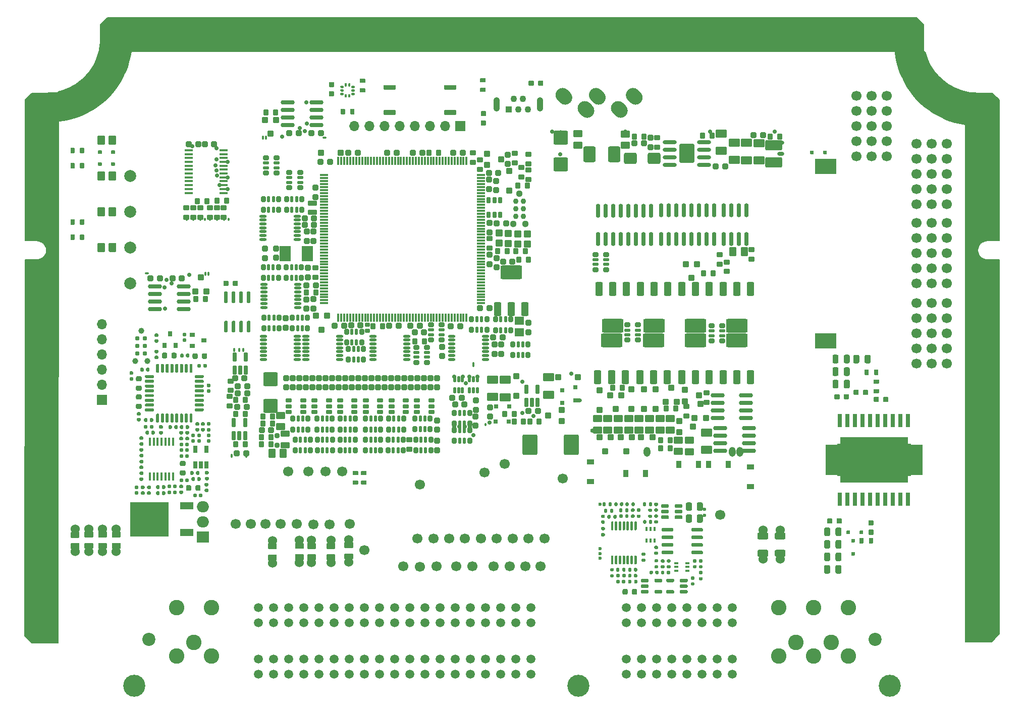
<source format=gts>
G75*
G70*
%OFA0B0*%
%FSLAX25Y25*%
%IPPOS*%
%LPD*%
%AMOC8*
5,1,8,0,0,1.08239X$1,22.5*
%
%AMM100*
21,1,0.040950,0.030320,0.000000,0.000000,0.000000*
21,1,0.028350,0.042910,0.000000,0.000000,0.000000*
1,1,0.012600,0.014170,-0.015160*
1,1,0.012600,-0.014170,-0.015160*
1,1,0.012600,-0.014170,0.015160*
1,1,0.012600,0.014170,0.015160*
%
%AMM101*
21,1,0.076380,0.036220,0.000000,0.000000,0.000000*
21,1,0.061810,0.050790,0.000000,0.000000,0.000000*
1,1,0.014570,0.030910,-0.018110*
1,1,0.014570,-0.030910,-0.018110*
1,1,0.014570,-0.030910,0.018110*
1,1,0.014570,0.030910,0.018110*
%
%AMM102*
21,1,0.048820,0.075980,0.000000,0.000000,180.000000*
21,1,0.034650,0.090160,0.000000,0.000000,180.000000*
1,1,0.014170,-0.017320,0.037990*
1,1,0.014170,0.017320,0.037990*
1,1,0.014170,0.017320,-0.037990*
1,1,0.014170,-0.017320,-0.037990*
%
%AMM103*
21,1,0.048820,0.075990,0.000000,0.000000,180.000000*
21,1,0.034650,0.090160,0.000000,0.000000,180.000000*
1,1,0.014170,-0.017320,0.037990*
1,1,0.014170,0.017320,0.037990*
1,1,0.014170,0.017320,-0.037990*
1,1,0.014170,-0.017320,-0.037990*
%
%AMM104*
21,1,0.143310,0.067720,0.000000,0.000000,180.000000*
21,1,0.120870,0.090160,0.000000,0.000000,180.000000*
1,1,0.022440,-0.060430,0.033860*
1,1,0.022440,0.060430,0.033860*
1,1,0.022440,0.060430,-0.033860*
1,1,0.022440,-0.060430,-0.033860*
%
%AMM105*
21,1,0.031100,0.026380,0.000000,0.000000,90.000000*
21,1,0.020470,0.037010,0.000000,0.000000,90.000000*
1,1,0.010630,0.013190,0.010240*
1,1,0.010630,0.013190,-0.010240*
1,1,0.010630,-0.013190,-0.010240*
1,1,0.010630,-0.013190,0.010240*
%
%AMM106*
21,1,0.023230,0.027950,0.000000,0.000000,90.000000*
21,1,0.014170,0.037010,0.000000,0.000000,90.000000*
1,1,0.009060,0.013980,0.007090*
1,1,0.009060,0.013980,-0.007090*
1,1,0.009060,-0.013980,-0.007090*
1,1,0.009060,-0.013980,0.007090*
%
%AMM107*
21,1,0.041340,0.026770,0.000000,0.000000,90.000000*
21,1,0.029130,0.038980,0.000000,0.000000,90.000000*
1,1,0.012210,0.013390,0.014570*
1,1,0.012210,0.013390,-0.014570*
1,1,0.012210,-0.013390,-0.014570*
1,1,0.012210,-0.013390,0.014570*
%
%AMM118*
21,1,0.040950,0.030320,0.000000,0.000000,90.000000*
21,1,0.028350,0.042910,0.000000,0.000000,90.000000*
1,1,0.012600,0.015160,0.014170*
1,1,0.012600,0.015160,-0.014170*
1,1,0.012600,-0.015160,-0.014170*
1,1,0.012600,-0.015160,0.014170*
%
%AMM119*
21,1,0.027170,0.052760,0.000000,0.000000,0.000000*
21,1,0.017320,0.062600,0.000000,0.000000,0.000000*
1,1,0.009840,0.008660,-0.026380*
1,1,0.009840,-0.008660,-0.026380*
1,1,0.009840,-0.008660,0.026380*
1,1,0.009840,0.008660,0.026380*
%
%AMM120*
21,1,0.100000,0.111020,0.000000,0.000000,180.000000*
21,1,0.075590,0.135430,0.000000,0.000000,180.000000*
1,1,0.024410,-0.037800,0.055510*
1,1,0.024410,0.037800,0.055510*
1,1,0.024410,0.037800,-0.055510*
1,1,0.024410,-0.037800,-0.055510*
%
%AMM121*
21,1,0.029130,0.018900,0.000000,0.000000,270.000000*
21,1,0.018900,0.029130,0.000000,0.000000,270.000000*
1,1,0.010240,-0.009450,-0.009450*
1,1,0.010240,-0.009450,0.009450*
1,1,0.010240,0.009450,0.009450*
1,1,0.010240,0.009450,-0.009450*
%
%AMM122*
21,1,0.041340,0.026770,0.000000,0.000000,0.000000*
21,1,0.029130,0.038980,0.000000,0.000000,0.000000*
1,1,0.012210,0.014570,-0.013390*
1,1,0.012210,-0.014570,-0.013390*
1,1,0.012210,-0.014570,0.013390*
1,1,0.012210,0.014570,0.013390*
%
%AMM123*
21,1,0.029130,0.018900,0.000000,0.000000,180.000000*
21,1,0.018900,0.029130,0.000000,0.000000,180.000000*
1,1,0.010240,-0.009450,0.009450*
1,1,0.010240,0.009450,0.009450*
1,1,0.010240,0.009450,-0.009450*
1,1,0.010240,-0.009450,-0.009450*
%
%AMM124*
21,1,0.038980,0.026770,0.000000,0.000000,90.000000*
21,1,0.026770,0.038980,0.000000,0.000000,90.000000*
1,1,0.012210,0.013390,0.013390*
1,1,0.012210,0.013390,-0.013390*
1,1,0.012210,-0.013390,-0.013390*
1,1,0.012210,-0.013390,0.013390*
%
%AMM131*
21,1,0.027170,0.052760,-0.000000,0.000000,0.000000*
21,1,0.017320,0.062600,-0.000000,0.000000,0.000000*
1,1,0.009840,0.008660,-0.026380*
1,1,0.009840,-0.008660,-0.026380*
1,1,0.009840,-0.008660,0.026380*
1,1,0.009840,0.008660,0.026380*
%
%AMM132*
21,1,0.033070,0.030710,-0.000000,0.000000,0.000000*
21,1,0.022050,0.041730,-0.000000,0.000000,0.000000*
1,1,0.011020,0.011020,-0.015350*
1,1,0.011020,-0.011020,-0.015350*
1,1,0.011020,-0.011020,0.015350*
1,1,0.011020,0.011020,0.015350*
%
%AMM133*
21,1,0.033070,0.030710,-0.000000,0.000000,270.000000*
21,1,0.022050,0.041730,-0.000000,0.000000,270.000000*
1,1,0.011020,-0.015350,-0.011020*
1,1,0.011020,-0.015350,0.011020*
1,1,0.011020,0.015350,0.011020*
1,1,0.011020,0.015350,-0.011020*
%
%AMM134*
21,1,0.038980,0.026770,-0.000000,0.000000,0.000000*
21,1,0.026770,0.038980,-0.000000,0.000000,0.000000*
1,1,0.012210,0.013390,-0.013390*
1,1,0.012210,-0.013390,-0.013390*
1,1,0.012210,-0.013390,0.013390*
1,1,0.012210,0.013390,0.013390*
%
%AMM142*
21,1,0.040950,0.030320,-0.000000,-0.000000,0.000000*
21,1,0.028350,0.042910,-0.000000,-0.000000,0.000000*
1,1,0.012600,0.014170,-0.015160*
1,1,0.012600,-0.014170,-0.015160*
1,1,0.012600,-0.014170,0.015160*
1,1,0.012600,0.014170,0.015160*
%
%AMM143*
21,1,0.038980,0.026770,-0.000000,-0.000000,180.000000*
21,1,0.026770,0.038980,-0.000000,-0.000000,180.000000*
1,1,0.012210,-0.013390,0.013390*
1,1,0.012210,0.013390,0.013390*
1,1,0.012210,0.013390,-0.013390*
1,1,0.012210,-0.013390,-0.013390*
%
%AMM144*
21,1,0.033070,0.030710,-0.000000,-0.000000,0.000000*
21,1,0.022050,0.041730,-0.000000,-0.000000,0.000000*
1,1,0.011020,0.011020,-0.015350*
1,1,0.011020,-0.011020,-0.015350*
1,1,0.011020,-0.011020,0.015350*
1,1,0.011020,0.011020,0.015350*
%
%AMM168*
21,1,0.018110,0.028980,0.000000,-0.000000,180.000000*
21,1,0.010080,0.037010,0.000000,-0.000000,180.000000*
1,1,0.008030,-0.005040,0.014490*
1,1,0.008030,0.005040,0.014490*
1,1,0.008030,0.005040,-0.014490*
1,1,0.008030,-0.005040,-0.014490*
%
%AMM169*
21,1,0.023230,0.027950,0.000000,-0.000000,0.000000*
21,1,0.014170,0.037010,0.000000,-0.000000,0.000000*
1,1,0.009060,0.007090,-0.013980*
1,1,0.009060,-0.007090,-0.013980*
1,1,0.009060,-0.007090,0.013980*
1,1,0.009060,0.007090,0.013980*
%
%AMM17*
21,1,0.044880,0.049210,0.000000,0.000000,90.000000*
21,1,0.031500,0.062600,0.000000,0.000000,90.000000*
1,1,0.013390,0.024610,0.015750*
1,1,0.013390,0.024610,-0.015750*
1,1,0.013390,-0.024610,-0.015750*
1,1,0.013390,-0.024610,0.015750*
%
%AMM170*
21,1,0.031100,0.026380,0.000000,-0.000000,0.000000*
21,1,0.020470,0.037010,0.000000,-0.000000,0.000000*
1,1,0.010630,0.010240,-0.013190*
1,1,0.010630,-0.010240,-0.013190*
1,1,0.010630,-0.010240,0.013190*
1,1,0.010630,0.010240,0.013190*
%
%AMM171*
21,1,0.038980,0.026770,0.000000,-0.000000,90.000000*
21,1,0.026770,0.038980,0.000000,-0.000000,90.000000*
1,1,0.012210,0.013390,0.013390*
1,1,0.012210,0.013390,-0.013390*
1,1,0.012210,-0.013390,-0.013390*
1,1,0.012210,-0.013390,0.013390*
%
%AMM172*
21,1,0.038980,0.026770,0.000000,-0.000000,180.000000*
21,1,0.026770,0.038980,0.000000,-0.000000,180.000000*
1,1,0.012210,-0.013390,0.013390*
1,1,0.012210,0.013390,0.013390*
1,1,0.012210,0.013390,-0.013390*
1,1,0.012210,-0.013390,-0.013390*
%
%AMM18*
21,1,0.111810,0.050390,0.000000,0.000000,0.000000*
21,1,0.093700,0.068500,0.000000,0.000000,0.000000*
1,1,0.018110,0.046850,-0.025200*
1,1,0.018110,-0.046850,-0.025200*
1,1,0.018110,-0.046850,0.025200*
1,1,0.018110,0.046850,0.025200*
%
%AMM19*
21,1,0.080320,0.083460,0.000000,0.000000,180.000000*
21,1,0.059840,0.103940,0.000000,0.000000,180.000000*
1,1,0.020470,-0.029920,0.041730*
1,1,0.020470,0.029920,0.041730*
1,1,0.020470,0.029920,-0.041730*
1,1,0.020470,-0.029920,-0.041730*
%
%AMM20*
21,1,0.038980,0.026770,0.000000,0.000000,180.000000*
21,1,0.026770,0.038980,0.000000,0.000000,180.000000*
1,1,0.012210,-0.013390,0.013390*
1,1,0.012210,0.013390,0.013390*
1,1,0.012210,0.013390,-0.013390*
1,1,0.012210,-0.013390,-0.013390*
%
%AMM21*
21,1,0.038980,0.026770,0.000000,0.000000,270.000000*
21,1,0.026770,0.038980,0.000000,0.000000,270.000000*
1,1,0.012210,-0.013390,-0.013390*
1,1,0.012210,-0.013390,0.013390*
1,1,0.012210,0.013390,0.013390*
1,1,0.012210,0.013390,-0.013390*
%
%AMM22*
21,1,0.127560,0.075590,0.000000,0.000000,270.000000*
21,1,0.103150,0.100000,0.000000,0.000000,270.000000*
1,1,0.024410,-0.037800,-0.051580*
1,1,0.024410,-0.037800,0.051580*
1,1,0.024410,0.037800,0.051580*
1,1,0.024410,0.037800,-0.051580*
%
%AMM23*
21,1,0.084250,0.053540,0.000000,0.000000,180.000000*
21,1,0.065350,0.072440,0.000000,0.000000,180.000000*
1,1,0.018900,-0.032680,0.026770*
1,1,0.018900,0.032680,0.026770*
1,1,0.018900,0.032680,-0.026770*
1,1,0.018900,-0.032680,-0.026770*
%
%AMM24*
21,1,0.076380,0.036220,0.000000,0.000000,180.000000*
21,1,0.061810,0.050790,0.000000,0.000000,180.000000*
1,1,0.014570,-0.030910,0.018110*
1,1,0.014570,0.030910,0.018110*
1,1,0.014570,0.030910,-0.018110*
1,1,0.014570,-0.030910,-0.018110*
%
%AMM25*
21,1,0.092130,0.073230,0.000000,0.000000,90.000000*
21,1,0.069290,0.096060,0.000000,0.000000,90.000000*
1,1,0.022840,0.036610,0.034650*
1,1,0.022840,0.036610,-0.034650*
1,1,0.022840,-0.036610,-0.034650*
1,1,0.022840,-0.036610,0.034650*
%
%AMM26*
21,1,0.033070,0.030710,0.000000,0.000000,90.000000*
21,1,0.022050,0.041730,0.000000,0.000000,90.000000*
1,1,0.011020,0.015350,0.011020*
1,1,0.011020,0.015350,-0.011020*
1,1,0.011020,-0.015350,-0.011020*
1,1,0.011020,-0.015350,0.011020*
%
%AMM4*
21,1,0.040950,0.030320,0.000000,0.000000,180.000000*
21,1,0.028350,0.042910,0.000000,0.000000,180.000000*
1,1,0.012600,-0.014170,0.015160*
1,1,0.012600,0.014170,0.015160*
1,1,0.012600,0.014170,-0.015160*
1,1,0.012600,-0.014170,-0.015160*
%
%AMM5*
21,1,0.038980,0.026770,0.000000,0.000000,0.000000*
21,1,0.026770,0.038980,0.000000,0.000000,0.000000*
1,1,0.012210,0.013390,-0.013390*
1,1,0.012210,-0.013390,-0.013390*
1,1,0.012210,-0.013390,0.013390*
1,1,0.012210,0.013390,0.013390*
%
%AMM52*
21,1,0.015350,0.017720,0.000000,0.000000,180.000000*
21,1,0.000000,0.033070,0.000000,0.000000,180.000000*
1,1,0.015350,0.000000,0.008860*
1,1,0.015350,0.000000,0.008860*
1,1,0.015350,0.000000,-0.008860*
1,1,0.015350,0.000000,-0.008860*
%
%AMM53*
21,1,0.143310,0.067720,0.000000,0.000000,0.000000*
21,1,0.120870,0.090160,0.000000,0.000000,0.000000*
1,1,0.022440,0.060430,-0.033860*
1,1,0.022440,-0.060430,-0.033860*
1,1,0.022440,-0.060430,0.033860*
1,1,0.022440,0.060430,0.033860*
%
%AMM54*
21,1,0.048820,0.075980,0.000000,0.000000,0.000000*
21,1,0.034650,0.090160,0.000000,0.000000,0.000000*
1,1,0.014170,0.017320,-0.037990*
1,1,0.014170,-0.017320,-0.037990*
1,1,0.014170,-0.017320,0.037990*
1,1,0.014170,0.017320,0.037990*
%
%AMM55*
21,1,0.048820,0.075990,0.000000,0.000000,0.000000*
21,1,0.034650,0.090160,0.000000,0.000000,0.000000*
1,1,0.014170,0.017320,-0.037990*
1,1,0.014170,-0.017320,-0.037990*
1,1,0.014170,-0.017320,0.037990*
1,1,0.014170,0.017320,0.037990*
%
%AMM56*
21,1,0.044880,0.035430,0.000000,0.000000,270.000000*
21,1,0.031500,0.048820,0.000000,0.000000,270.000000*
1,1,0.013390,-0.017720,-0.015750*
1,1,0.013390,-0.017720,0.015750*
1,1,0.013390,0.017720,0.015750*
1,1,0.013390,0.017720,-0.015750*
%
%AMM57*
21,1,0.040950,0.030320,0.000000,0.000000,270.000000*
21,1,0.028350,0.042910,0.000000,0.000000,270.000000*
1,1,0.012600,-0.015160,-0.014170*
1,1,0.012600,-0.015160,0.014170*
1,1,0.012600,0.015160,0.014170*
1,1,0.012600,0.015160,-0.014170*
%
%AMM58*
21,1,0.029130,0.030710,0.000000,0.000000,180.000000*
21,1,0.018900,0.040950,0.000000,0.000000,180.000000*
1,1,0.010240,-0.009450,0.015350*
1,1,0.010240,0.009450,0.015350*
1,1,0.010240,0.009450,-0.015350*
1,1,0.010240,-0.009450,-0.015350*
%
%AMM59*
21,1,0.031100,0.026380,0.000000,0.000000,0.000000*
21,1,0.020470,0.037010,0.000000,0.000000,0.000000*
1,1,0.010630,0.010240,-0.013190*
1,1,0.010630,-0.010240,-0.013190*
1,1,0.010630,-0.010240,0.013190*
1,1,0.010630,0.010240,0.013190*
%
%AMM6*
21,1,0.033070,0.030710,0.000000,0.000000,180.000000*
21,1,0.022050,0.041730,0.000000,0.000000,180.000000*
1,1,0.011020,-0.011020,0.015350*
1,1,0.011020,0.011020,0.015350*
1,1,0.011020,0.011020,-0.015350*
1,1,0.011020,-0.011020,-0.015350*
%
%AMM60*
21,1,0.023230,0.027950,0.000000,0.000000,0.000000*
21,1,0.014170,0.037010,0.000000,0.000000,0.000000*
1,1,0.009060,0.007090,-0.013980*
1,1,0.009060,-0.007090,-0.013980*
1,1,0.009060,-0.007090,0.013980*
1,1,0.009060,0.007090,0.013980*
%
%AMM61*
21,1,0.041340,0.026770,0.000000,0.000000,270.000000*
21,1,0.029130,0.038980,0.000000,0.000000,270.000000*
1,1,0.012210,-0.013390,-0.014570*
1,1,0.012210,-0.013390,0.014570*
1,1,0.012210,0.013390,0.014570*
1,1,0.012210,0.013390,-0.014570*
%
%AMM62*
21,1,0.031100,0.026380,0.000000,0.000000,270.000000*
21,1,0.020470,0.037010,0.000000,0.000000,270.000000*
1,1,0.010630,-0.013190,-0.010240*
1,1,0.010630,-0.013190,0.010240*
1,1,0.010630,0.013190,0.010240*
1,1,0.010630,0.013190,-0.010240*
%
%AMM63*
21,1,0.023230,0.027950,0.000000,0.000000,270.000000*
21,1,0.014170,0.037010,0.000000,0.000000,270.000000*
1,1,0.009060,-0.013980,-0.007090*
1,1,0.009060,-0.013980,0.007090*
1,1,0.009060,0.013980,0.007090*
1,1,0.009060,0.013980,-0.007090*
%
%AMM64*
21,1,0.033070,0.049610,0.000000,0.000000,270.000000*
21,1,0.022050,0.060630,0.000000,0.000000,270.000000*
1,1,0.011020,-0.024800,-0.011020*
1,1,0.011020,-0.024800,0.011020*
1,1,0.011020,0.024800,0.011020*
1,1,0.011020,0.024800,-0.011020*
%
%AMM65*
21,1,0.033070,0.018900,0.000000,0.000000,180.000000*
21,1,0.022840,0.029130,0.000000,0.000000,180.000000*
1,1,0.010240,-0.011420,0.009450*
1,1,0.010240,0.011420,0.009450*
1,1,0.010240,0.011420,-0.009450*
1,1,0.010240,-0.011420,-0.009450*
%
%AMM66*
21,1,0.041340,0.026770,0.000000,0.000000,180.000000*
21,1,0.029130,0.038980,0.000000,0.000000,180.000000*
1,1,0.012210,-0.014570,0.013390*
1,1,0.012210,0.014570,0.013390*
1,1,0.012210,0.014570,-0.013390*
1,1,0.012210,-0.014570,-0.013390*
%
%AMM80*
21,1,0.040950,0.050000,0.000000,0.000000,270.000000*
21,1,0.028350,0.062600,0.000000,0.000000,270.000000*
1,1,0.012600,-0.025000,-0.014170*
1,1,0.012600,-0.025000,0.014170*
1,1,0.012600,0.025000,0.014170*
1,1,0.012600,0.025000,-0.014170*
%
%AMM81*
21,1,0.092130,0.073230,0.000000,0.000000,270.000000*
21,1,0.069290,0.096060,0.000000,0.000000,270.000000*
1,1,0.022840,-0.036610,-0.034650*
1,1,0.022840,-0.036610,0.034650*
1,1,0.022840,0.036610,0.034650*
1,1,0.022840,0.036610,-0.034650*
%
%AMM82*
21,1,0.044880,0.049210,0.000000,0.000000,180.000000*
21,1,0.031500,0.062600,0.000000,0.000000,180.000000*
1,1,0.013390,-0.015750,0.024610*
1,1,0.013390,0.015750,0.024610*
1,1,0.013390,0.015750,-0.024610*
1,1,0.013390,-0.015750,-0.024610*
%
%AMM83*
21,1,0.029130,0.030710,0.000000,0.000000,90.000000*
21,1,0.018900,0.040950,0.000000,0.000000,90.000000*
1,1,0.010240,0.015350,0.009450*
1,1,0.010240,0.015350,-0.009450*
1,1,0.010240,-0.015350,-0.009450*
1,1,0.010240,-0.015350,0.009450*
%
%AMM84*
21,1,0.033070,0.030710,0.000000,0.000000,0.000000*
21,1,0.022050,0.041730,0.000000,0.000000,0.000000*
1,1,0.011020,0.011020,-0.015350*
1,1,0.011020,-0.011020,-0.015350*
1,1,0.011020,-0.011020,0.015350*
1,1,0.011020,0.011020,0.015350*
%
%AMM88*
21,1,0.033070,0.030710,0.000000,0.000000,270.000000*
21,1,0.022050,0.041730,0.000000,0.000000,270.000000*
1,1,0.011020,-0.015350,-0.011020*
1,1,0.011020,-0.015350,0.011020*
1,1,0.011020,0.015350,0.011020*
1,1,0.011020,0.015350,-0.011020*
%
%ADD101O,0.00787X0.01969*%
%ADD104O,0.01417X0.05669*%
%ADD105R,0.03543X0.03150*%
%ADD106C,0.03651*%
%ADD107O,0.09213X0.02520*%
%ADD109O,0.01969X0.00984*%
%ADD11M54*%
%ADD113M103*%
%ADD117M52*%
%ADD126O,0.04331X0.09449*%
%ADD128M82*%
%ADD130M119*%
%ADD133M107*%
%ADD134O,0.03937X0.05906*%
%ADD135C,0.02362*%
%ADD139O,0.01535X0.02520*%
%ADD142O,0.03937X0.01969*%
%ADD15O,0.05512X0.01535*%
%ADD152M26*%
%ADD154O,0.03701X0.02913*%
%ADD156O,0.06693X0.06693*%
%ADD16C,0.03100*%
%ADD161M66*%
%ADD165C,0.14567*%
%ADD166O,0.02913X0.09213*%
%ADD168M84*%
%ADD17M61*%
%ADD172M58*%
%ADD178M104*%
%ADD182M102*%
%ADD186M63*%
%ADD19M55*%
%ADD190O,0.04488X0.06457*%
%ADD191M25*%
%ADD192R,0.08000X0.20000*%
%ADD196R,0.45000X0.30000*%
%ADD199M65*%
%ADD202M64*%
%ADD204O,0.00984X0.01969*%
%ADD211C,0.03701*%
%ADD212M105*%
%ADD213M120*%
%ADD216O,0.05669X0.01417*%
%ADD217C,0.00039*%
%ADD22M81*%
%ADD222R,0.02559X0.01575*%
%ADD223M17*%
%ADD228O,0.09213X0.02913*%
%ADD23M19*%
%ADD230O,0.04488X0.02520*%
%ADD231M24*%
%ADD236M101*%
%ADD237R,0.03150X0.03543*%
%ADD239O,0.03150X0.02362*%
%ADD243M80*%
%ADD246M53*%
%ADD248R,0.03543X0.04724*%
%ADD25M100*%
%ADD252C,0.06000*%
%ADD256M6*%
%ADD265M124*%
%ADD266C,0.04451*%
%ADD267O,0.02520X0.01535*%
%ADD269O,0.01339X0.02126*%
%ADD27M88*%
%ADD271R,0.04331X0.04331*%
%ADD273M59*%
%ADD275C,0.08661*%
%ADD276C,0.04331*%
%ADD279M62*%
%ADD28M123*%
%ADD282M18*%
%ADD285M23*%
%ADD293M122*%
%ADD294M22*%
%ADD295R,0.06457X0.05669*%
%ADD296O,0.00787X0.01575*%
%ADD301R,0.03150X0.08661*%
%ADD304R,0.04724X0.03543*%
%ADD306R,0.00800X0.06000*%
%ADD31M121*%
%ADD317M57*%
%ADD318C,0.03900*%
%ADD32M21*%
%ADD323M131*%
%ADD324M132*%
%ADD325M133*%
%ADD326M134*%
%ADD327R,0.07874X0.07500*%
%ADD328O,0.07874X0.07500*%
%ADD329R,0.08661X0.04724*%
%ADD33M5*%
%ADD330R,0.01772X0.05709*%
%ADD331R,0.02559X0.04803*%
%ADD332R,0.25197X0.22835*%
%ADD344M142*%
%ADD345M143*%
%ADD346M144*%
%ADD37O,0.02520X0.04488*%
%ADD376M168*%
%ADD377M169*%
%ADD378M170*%
%ADD379M171*%
%ADD380M172*%
%ADD42C,0.06693*%
%ADD44C,0.07874*%
%ADD47C,0.05906*%
%ADD49R,0.07244X0.10000*%
%ADD50O,0.01339X0.02520*%
%ADD51R,0.06693X0.06693*%
%ADD52R,0.14173X0.10236*%
%ADD63O,0.04882X0.01732*%
%ADD64M60*%
%ADD66C,0.00787*%
%ADD73C,0.10236*%
%ADD76M4*%
%ADD78M20*%
%ADD84M56*%
%ADD89M118*%
%ADD91M83*%
%ADD92C,0.02913*%
%ADD93M106*%
%ADD94R,0.01575X0.02559*%
X0000000Y0000000D02*
%LPD*%
G01*
D217*
X0584262Y0181629D02*
X0585839Y0181629D01*
X0585839Y0181629D02*
X0585839Y0160818D01*
X0585839Y0160818D02*
X0584262Y0160818D01*
X0584262Y0160818D02*
X0584262Y0181629D01*
G36*
X0585839Y0160818D02*
G01*
X0584262Y0160818D01*
X0584262Y0181629D01*
X0585839Y0181629D01*
X0585839Y0160818D01*
G37*
X0585839Y0160818D02*
X0584262Y0160818D01*
X0584262Y0181629D01*
X0585839Y0181629D01*
X0585839Y0160818D01*
X0537791Y0181629D02*
X0539439Y0181629D01*
X0539439Y0181629D02*
X0539439Y0160808D01*
X0539439Y0160808D02*
X0537791Y0160808D01*
X0537791Y0160808D02*
X0537791Y0181629D01*
G36*
X0539439Y0160808D02*
G01*
X0537791Y0160808D01*
X0537791Y0181629D01*
X0539439Y0181629D01*
X0539439Y0160808D01*
G37*
X0539439Y0160808D02*
X0537791Y0160808D01*
X0537791Y0181629D01*
X0539439Y0181629D01*
X0539439Y0160808D01*
D165*
X0572236Y0021622D03*
X0073417Y0021622D03*
X0366724Y0021622D03*
D275*
X0562591Y0052331D03*
X0083063Y0052331D03*
D73*
X0101370Y0041307D03*
X0124205Y0041307D03*
X0112787Y0050480D03*
X0101370Y0073315D03*
X0124205Y0073315D03*
D47*
X0335307Y0073315D03*
X0325307Y0073315D03*
X0315307Y0073315D03*
X0305307Y0073315D03*
X0295307Y0073315D03*
X0285307Y0073315D03*
X0275307Y0073315D03*
X0265307Y0073315D03*
X0255307Y0073315D03*
X0245307Y0073315D03*
X0235307Y0073315D03*
X0225307Y0073315D03*
X0215307Y0073315D03*
X0205307Y0073315D03*
X0195307Y0073315D03*
X0185307Y0073315D03*
X0175307Y0073315D03*
X0165307Y0073315D03*
X0155307Y0073315D03*
X0335307Y0063315D03*
X0325307Y0063315D03*
X0315307Y0063315D03*
X0305307Y0063315D03*
X0295307Y0063315D03*
X0285307Y0063315D03*
X0275307Y0063315D03*
X0265307Y0063315D03*
X0255307Y0063315D03*
X0245307Y0063315D03*
X0235307Y0063315D03*
X0225307Y0063315D03*
X0215307Y0063315D03*
X0205307Y0063315D03*
X0195307Y0063315D03*
X0185307Y0063315D03*
X0175307Y0063315D03*
X0165307Y0063315D03*
X0155307Y0063315D03*
X0335307Y0039496D03*
X0325307Y0039496D03*
X0315307Y0039496D03*
X0305307Y0039496D03*
X0295307Y0039496D03*
X0285307Y0039496D03*
X0275307Y0039496D03*
X0265307Y0039496D03*
X0255307Y0039496D03*
X0245307Y0039496D03*
X0235307Y0039496D03*
X0225307Y0039496D03*
X0215307Y0039496D03*
X0205307Y0039496D03*
X0195307Y0039496D03*
X0185307Y0039496D03*
X0175307Y0039496D03*
X0165307Y0039496D03*
X0155307Y0039496D03*
X0335307Y0029496D03*
X0325307Y0029496D03*
X0315307Y0029496D03*
X0305307Y0029496D03*
X0295307Y0029496D03*
X0285307Y0029496D03*
X0275307Y0029496D03*
X0265307Y0029496D03*
X0255307Y0029496D03*
X0245307Y0029496D03*
X0235307Y0029496D03*
X0225307Y0029496D03*
X0215307Y0029496D03*
X0205307Y0029496D03*
X0195307Y0029496D03*
X0185307Y0029496D03*
X0175307Y0029496D03*
X0165307Y0029496D03*
X0155307Y0029496D03*
X0398181Y0029496D03*
X0408181Y0029496D03*
X0418181Y0029496D03*
X0428181Y0029496D03*
X0438181Y0029496D03*
X0448181Y0029496D03*
X0458181Y0029496D03*
X0468181Y0029496D03*
X0398181Y0039496D03*
X0408181Y0039496D03*
X0418181Y0039496D03*
X0428181Y0039496D03*
X0438181Y0039496D03*
X0448181Y0039496D03*
X0458181Y0039496D03*
X0468181Y0039496D03*
X0398181Y0063315D03*
X0408181Y0063315D03*
X0418181Y0063315D03*
X0428181Y0063315D03*
X0438181Y0063315D03*
X0448181Y0063315D03*
X0458181Y0063315D03*
X0468181Y0063315D03*
X0398181Y0073315D03*
X0408181Y0073315D03*
X0418181Y0073315D03*
X0428181Y0073315D03*
X0438181Y0073315D03*
X0448181Y0073315D03*
X0458181Y0073315D03*
X0468181Y0073315D03*
D73*
X0499008Y0041307D03*
X0521843Y0041307D03*
X0545071Y0041307D03*
X0510425Y0050480D03*
X0533654Y0050480D03*
X0499008Y0073315D03*
X0521843Y0073315D03*
X0545071Y0073315D03*
G36*
G01*
X0297805Y0234828D02*
X0297805Y0233057D01*
G75*
G02*
X0297313Y0232564I-000492J0000000D01*
G01*
X0297313Y0232564D01*
G75*
G02*
X0296821Y0233057I0000000J0000492D01*
G01*
X0296821Y0234828D01*
G75*
G02*
X0297313Y0235320I0000492J0000000D01*
G01*
X0297313Y0235320D01*
G75*
G02*
X0297805Y0234828I0000000J-000492D01*
G01*
G37*
G36*
G01*
X0134429Y0255315D02*
X0133248Y0255315D01*
G75*
G02*
X0132657Y0255906I0000000J0000591D01*
G01*
X0132657Y0262402D01*
G75*
G02*
X0133248Y0262992I0000591J0000000D01*
G01*
X0134429Y0262992D01*
G75*
G02*
X0135020Y0262402I0000000J-000591D01*
G01*
X0135020Y0255906D01*
G75*
G02*
X0134429Y0255315I-000591J0000000D01*
G01*
G37*
G36*
G01*
X0139429Y0255315D02*
X0138248Y0255315D01*
G75*
G02*
X0137657Y0255906I0000000J0000591D01*
G01*
X0137657Y0262402D01*
G75*
G02*
X0138248Y0262992I0000591J0000000D01*
G01*
X0139429Y0262992D01*
G75*
G02*
X0140020Y0262402I0000000J-000591D01*
G01*
X0140020Y0255906D01*
G75*
G02*
X0139429Y0255315I-000591J0000000D01*
G01*
G37*
G36*
G01*
X0144429Y0255315D02*
X0143248Y0255315D01*
G75*
G02*
X0142657Y0255906I0000000J0000591D01*
G01*
X0142657Y0262402D01*
G75*
G02*
X0143248Y0262992I0000591J0000000D01*
G01*
X0144429Y0262992D01*
G75*
G02*
X0145020Y0262402I0000000J-000591D01*
G01*
X0145020Y0255906D01*
G75*
G02*
X0144429Y0255315I-000591J0000000D01*
G01*
G37*
G36*
G01*
X0149429Y0255315D02*
X0148248Y0255315D01*
G75*
G02*
X0147657Y0255906I0000000J0000591D01*
G01*
X0147657Y0262402D01*
G75*
G02*
X0148248Y0262992I0000591J0000000D01*
G01*
X0149429Y0262992D01*
G75*
G02*
X0150020Y0262402I0000000J-000591D01*
G01*
X0150020Y0255906D01*
G75*
G02*
X0149429Y0255315I-000591J0000000D01*
G01*
G37*
G36*
G01*
X0149429Y0274803D02*
X0148248Y0274803D01*
G75*
G02*
X0147657Y0275394I0000000J0000591D01*
G01*
X0147657Y0281890D01*
G75*
G02*
X0148248Y0282480I0000591J0000000D01*
G01*
X0149429Y0282480D01*
G75*
G02*
X0150020Y0281890I0000000J-000591D01*
G01*
X0150020Y0275394D01*
G75*
G02*
X0149429Y0274803I-000591J0000000D01*
G01*
G37*
G36*
G01*
X0144429Y0274803D02*
X0143248Y0274803D01*
G75*
G02*
X0142657Y0275394I0000000J0000591D01*
G01*
X0142657Y0281890D01*
G75*
G02*
X0143248Y0282480I0000591J0000000D01*
G01*
X0144429Y0282480D01*
G75*
G02*
X0145020Y0281890I0000000J-000591D01*
G01*
X0145020Y0275394D01*
G75*
G02*
X0144429Y0274803I-000591J0000000D01*
G01*
G37*
G36*
G01*
X0139429Y0274803D02*
X0138248Y0274803D01*
G75*
G02*
X0137657Y0275394I0000000J0000591D01*
G01*
X0137657Y0281890D01*
G75*
G02*
X0138248Y0282480I0000591J0000000D01*
G01*
X0139429Y0282480D01*
G75*
G02*
X0140020Y0281890I0000000J-000591D01*
G01*
X0140020Y0275394D01*
G75*
G02*
X0139429Y0274803I-000591J0000000D01*
G01*
G37*
G36*
G01*
X0134429Y0274803D02*
X0133248Y0274803D01*
G75*
G02*
X0132657Y0275394I0000000J0000591D01*
G01*
X0132657Y0281890D01*
G75*
G02*
X0133248Y0282480I0000591J0000000D01*
G01*
X0134429Y0282480D01*
G75*
G02*
X0135020Y0281890I0000000J-000591D01*
G01*
X0135020Y0275394D01*
G75*
G02*
X0134429Y0274803I-000591J0000000D01*
G01*
G37*
D42*
X0175000Y0163583D03*
G36*
G01*
X0564764Y0230571D02*
X0564764Y0227500D01*
G75*
G02*
X0564488Y0227224I-000276J0000000D01*
G01*
X0562283Y0227224D01*
G75*
G02*
X0562008Y0227500I0000000J0000276D01*
G01*
X0562008Y0230571D01*
G75*
G02*
X0562283Y0230846I0000276J0000000D01*
G01*
X0564488Y0230846D01*
G75*
G02*
X0564764Y0230571I0000000J-000276D01*
G01*
G37*
G36*
G01*
X0558465Y0230571D02*
X0558465Y0227500D01*
G75*
G02*
X0558189Y0227224I-000276J0000000D01*
G01*
X0555984Y0227224D01*
G75*
G02*
X0555709Y0227500I0000000J0000276D01*
G01*
X0555709Y0230571D01*
G75*
G02*
X0555984Y0230846I0000276J0000000D01*
G01*
X0558189Y0230846D01*
G75*
G02*
X0558465Y0230571I0000000J-000276D01*
G01*
G37*
G36*
G01*
X0202205Y0420925D02*
X0204882Y0420925D01*
G75*
G02*
X0205217Y0420591I0000000J-000335D01*
G01*
X0205217Y0417913D01*
G75*
G02*
X0204882Y0417579I-000335J0000000D01*
G01*
X0202205Y0417579D01*
G75*
G02*
X0201870Y0417913I0000000J0000335D01*
G01*
X0201870Y0420591D01*
G75*
G02*
X0202205Y0420925I0000335J0000000D01*
G01*
G37*
G36*
G01*
X0202205Y0414705D02*
X0204882Y0414705D01*
G75*
G02*
X0205217Y0414370I0000000J-000335D01*
G01*
X0205217Y0411693D01*
G75*
G02*
X0204882Y0411358I-000335J0000000D01*
G01*
X0202205Y0411358D01*
G75*
G02*
X0201870Y0411693I0000000J0000335D01*
G01*
X0201870Y0414370D01*
G75*
G02*
X0202205Y0414705I0000335J0000000D01*
G01*
G37*
G36*
G01*
X0305276Y0392067D02*
X0302598Y0392067D01*
G75*
G02*
X0302264Y0392402I0000000J0000335D01*
G01*
X0302264Y0395079D01*
G75*
G02*
X0302598Y0395413I0000335J0000000D01*
G01*
X0305276Y0395413D01*
G75*
G02*
X0305610Y0395079I0000000J-000335D01*
G01*
X0305610Y0392402D01*
G75*
G02*
X0305276Y0392067I-000335J0000000D01*
G01*
G37*
G36*
G01*
X0305276Y0398287D02*
X0302598Y0398287D01*
G75*
G02*
X0302264Y0398622I0000000J0000335D01*
G01*
X0302264Y0401299D01*
G75*
G02*
X0302598Y0401634I0000335J0000000D01*
G01*
X0305276Y0401634D01*
G75*
G02*
X0305610Y0401299I0000000J-000335D01*
G01*
X0305610Y0398622D01*
G75*
G02*
X0305276Y0398287I-000335J0000000D01*
G01*
G37*
D135*
X0381139Y0141876D03*
X0381139Y0112349D03*
X0381139Y0109199D03*
X0381139Y0106050D03*
X0450135Y0134396D03*
X0450135Y0138333D03*
D42*
X0590000Y0287598D03*
X0590000Y0297598D03*
X0590000Y0307598D03*
X0590000Y0317598D03*
X0590000Y0327598D03*
X0600000Y0287598D03*
X0600000Y0297598D03*
X0600000Y0307598D03*
X0600000Y0317598D03*
X0600000Y0327598D03*
X0610000Y0287598D03*
X0610000Y0297598D03*
X0610000Y0307598D03*
X0610000Y0317598D03*
X0610000Y0327598D03*
D109*
X0198967Y0383983D03*
D204*
X0158219Y0384180D03*
X0160187Y0384180D03*
D135*
X0185974Y0388314D03*
X0182530Y0390381D03*
X0187156Y0393333D03*
X0186860Y0407310D03*
D42*
X0225197Y0111319D03*
D296*
X0135895Y0329979D03*
X0132903Y0329979D03*
X0128277Y0329979D03*
X0123651Y0329979D03*
X0120344Y0329979D03*
X0117391Y0329979D03*
X0112765Y0329979D03*
X0108139Y0329979D03*
D135*
X0127982Y0369741D03*
X0135206Y0368068D03*
X0127135Y0365902D03*
X0127982Y0362458D03*
X0128277Y0359111D03*
X0135206Y0357831D03*
X0130049Y0352713D03*
X0135206Y0350154D03*
X0111879Y0378402D03*
X0127923Y0377221D03*
D134*
X0473356Y0176580D03*
X0468412Y0176580D03*
X0411817Y0176580D03*
D239*
X0376167Y0190345D03*
D42*
X0199508Y0163484D03*
X0160138Y0128642D03*
X0302145Y0118947D03*
X0262079Y0154647D03*
G36*
G01*
X0056346Y0356319D02*
X0056346Y0361201D01*
G75*
G02*
X0056858Y0361713I0000512J0000000D01*
G01*
X0060953Y0361713D01*
G75*
G02*
X0061465Y0361201I0000000J-000512D01*
G01*
X0061465Y0356319D01*
G75*
G02*
X0060953Y0355807I-000512J0000000D01*
G01*
X0056858Y0355807D01*
G75*
G02*
X0056346Y0356319I0000000J0000512D01*
G01*
G37*
G36*
G01*
X0048866Y0356319D02*
X0048866Y0361201D01*
G75*
G02*
X0049378Y0361713I0000512J0000000D01*
G01*
X0053472Y0361713D01*
G75*
G02*
X0053984Y0361201I0000000J-000512D01*
G01*
X0053984Y0356319D01*
G75*
G02*
X0053472Y0355807I-000512J0000000D01*
G01*
X0049378Y0355807D01*
G75*
G02*
X0048866Y0356319I0000000J0000512D01*
G01*
G37*
X0460379Y0134747D03*
X0312676Y0118947D03*
X0272835Y0100886D03*
X0262106Y0100591D03*
G36*
G01*
X0031791Y0123524D02*
X0036713Y0123524D01*
G75*
G02*
X0037106Y0123130I0000000J-000394D01*
G01*
X0037106Y0119980D01*
G75*
G02*
X0036713Y0119587I-000394J0000000D01*
G01*
X0031791Y0119587D01*
G75*
G02*
X0031398Y0119980I0000000J0000394D01*
G01*
X0031398Y0123130D01*
G75*
G02*
X0031791Y0123524I0000394J0000000D01*
G01*
G37*
D252*
X0034252Y0125315D03*
G36*
G01*
X0031791Y0116043D02*
X0036713Y0116043D01*
G75*
G02*
X0037106Y0115650I0000000J-000394D01*
G01*
X0037106Y0112500D01*
G75*
G02*
X0036713Y0112106I-000394J0000000D01*
G01*
X0031791Y0112106D01*
G75*
G02*
X0031398Y0112500I0000000J0000394D01*
G01*
X0031398Y0115650D01*
G75*
G02*
X0031791Y0116043I0000394J0000000D01*
G01*
G37*
X0034252Y0110315D03*
D42*
X0590000Y0340000D03*
X0590000Y0350000D03*
X0590000Y0360000D03*
X0590000Y0370000D03*
X0590000Y0380000D03*
X0600000Y0340000D03*
X0600000Y0350000D03*
X0600000Y0360000D03*
X0600000Y0370000D03*
X0600000Y0380000D03*
X0610000Y0340000D03*
X0610000Y0350000D03*
X0610000Y0360000D03*
X0610000Y0370000D03*
X0610000Y0380000D03*
D252*
X0214961Y0103524D03*
G36*
G01*
X0217421Y0105315D02*
X0212500Y0105315D01*
G75*
G02*
X0212106Y0105709I0000000J0000394D01*
G01*
X0212106Y0108858D01*
G75*
G02*
X0212500Y0109252I0000394J0000000D01*
G01*
X0217421Y0109252D01*
G75*
G02*
X0217815Y0108858I0000000J-000394D01*
G01*
X0217815Y0105709D01*
G75*
G02*
X0217421Y0105315I-000394J0000000D01*
G01*
G37*
X0214961Y0118524D03*
G36*
G01*
X0217421Y0112795D02*
X0212500Y0112795D01*
G75*
G02*
X0212106Y0113189I0000000J0000394D01*
G01*
X0212106Y0116339D01*
G75*
G02*
X0212500Y0116732I0000394J0000000D01*
G01*
X0217421Y0116732D01*
G75*
G02*
X0217815Y0116339I0000000J-000394D01*
G01*
X0217815Y0113189D01*
G75*
G02*
X0217421Y0112795I-000394J0000000D01*
G01*
G37*
D42*
X0341634Y0100689D03*
X0210630Y0163484D03*
G36*
G01*
X0040205Y0377126D02*
X0040205Y0374055D01*
G75*
G02*
X0039929Y0373780I-000276J0000000D01*
G01*
X0037724Y0373780D01*
G75*
G02*
X0037449Y0374055I0000000J0000276D01*
G01*
X0037449Y0377126D01*
G75*
G02*
X0037724Y0377402I0000276J0000000D01*
G01*
X0039929Y0377402D01*
G75*
G02*
X0040205Y0377126I0000000J-000276D01*
G01*
G37*
G36*
G01*
X0033906Y0377126D02*
X0033906Y0374055D01*
G75*
G02*
X0033630Y0373780I-000276J0000000D01*
G01*
X0031425Y0373780D01*
G75*
G02*
X0031150Y0374055I0000000J0000276D01*
G01*
X0031150Y0377126D01*
G75*
G02*
X0031425Y0377402I0000276J0000000D01*
G01*
X0033630Y0377402D01*
G75*
G02*
X0033906Y0377126I0000000J-000276D01*
G01*
G37*
G36*
G01*
X0571346Y0212331D02*
X0571346Y0209654D01*
G75*
G02*
X0571012Y0209320I-000335J0000000D01*
G01*
X0568335Y0209320D01*
G75*
G02*
X0568000Y0209654I0000000J0000335D01*
G01*
X0568000Y0212331D01*
G75*
G02*
X0568335Y0212666I0000335J0000000D01*
G01*
X0571012Y0212666D01*
G75*
G02*
X0571346Y0212331I0000000J-000335D01*
G01*
G37*
G36*
G01*
X0565126Y0212331D02*
X0565126Y0209654D01*
G75*
G02*
X0564791Y0209320I-000335J0000000D01*
G01*
X0562114Y0209320D01*
G75*
G02*
X0561780Y0209654I0000000J0000335D01*
G01*
X0561780Y0212331D01*
G75*
G02*
X0562114Y0212666I0000335J0000000D01*
G01*
X0564791Y0212666D01*
G75*
G02*
X0565126Y0212331I0000000J-000335D01*
G01*
G37*
G36*
G01*
X0528984Y0121654D02*
X0528984Y0125394D01*
G75*
G02*
X0529969Y0126378I0000984J0000000D01*
G01*
X0531937Y0126378D01*
G75*
G02*
X0532921Y0125394I0000000J-000984D01*
G01*
X0532921Y0121654D01*
G75*
G02*
X0531937Y0120669I-000984J0000000D01*
G01*
X0529969Y0120669D01*
G75*
G02*
X0528984Y0121654I0000000J0000984D01*
G01*
G37*
G36*
G01*
X0536465Y0121654D02*
X0536465Y0125394D01*
G75*
G02*
X0537449Y0126378I0000984J0000000D01*
G01*
X0539417Y0126378D01*
G75*
G02*
X0540402Y0125394I0000000J-000984D01*
G01*
X0540402Y0121654D01*
G75*
G02*
X0539417Y0120669I-000984J0000000D01*
G01*
X0537449Y0120669D01*
G75*
G02*
X0536465Y0121654I0000000J0000984D01*
G01*
G37*
D204*
X0139223Y0243805D03*
X0142667Y0243805D03*
X0145423Y0243805D03*
X0147195Y0173628D03*
X0137746Y0173628D03*
D42*
X0291712Y0118947D03*
X0180807Y0128642D03*
G36*
G01*
X0187894Y0116142D02*
X0192815Y0116142D01*
G75*
G02*
X0193209Y0115748I0000000J-000394D01*
G01*
X0193209Y0112598D01*
G75*
G02*
X0192815Y0112205I-000394J0000000D01*
G01*
X0187894Y0112205D01*
G75*
G02*
X0187500Y0112598I0000000J0000394D01*
G01*
X0187500Y0115748D01*
G75*
G02*
X0187894Y0116142I0000394J0000000D01*
G01*
G37*
D252*
X0190354Y0117933D03*
X0190354Y0102933D03*
G36*
G01*
X0187894Y0108661D02*
X0192815Y0108661D01*
G75*
G02*
X0193209Y0108268I0000000J-000394D01*
G01*
X0193209Y0105118D01*
G75*
G02*
X0192815Y0104724I-000394J0000000D01*
G01*
X0187894Y0104724D01*
G75*
G02*
X0187500Y0105118I0000000J0000394D01*
G01*
X0187500Y0108268D01*
G75*
G02*
X0187894Y0108661I0000394J0000000D01*
G01*
G37*
D306*
X0488484Y0107283D03*
G36*
G01*
X0492028Y0110709D02*
X0492028Y0107992D01*
G75*
G02*
X0491122Y0107087I-000906J0000000D01*
G01*
X0485846Y0107087D01*
G75*
G02*
X0484941Y0107992I0000000J0000906D01*
G01*
X0484941Y0110709D01*
G75*
G02*
X0485846Y0111614I0000906J0000000D01*
G01*
X0491122Y0111614D01*
G75*
G02*
X0492028Y0110709I0000000J-000906D01*
G01*
G37*
D252*
X0488484Y0105413D03*
X0488484Y0124705D03*
G36*
G01*
X0492028Y0122126D02*
X0492028Y0119409D01*
G75*
G02*
X0491122Y0118504I-000906J0000000D01*
G01*
X0485846Y0118504D01*
G75*
G02*
X0484941Y0119409I0000000J0000906D01*
G01*
X0484941Y0122126D01*
G75*
G02*
X0485846Y0123032I0000906J0000000D01*
G01*
X0491122Y0123032D01*
G75*
G02*
X0492028Y0122126I0000000J-000906D01*
G01*
G37*
D306*
X0488484Y0123032D03*
D304*
X0480379Y0153351D03*
X0480379Y0166343D03*
D44*
X0070717Y0358760D03*
D301*
X0539339Y0145245D03*
X0544339Y0145245D03*
X0549339Y0145245D03*
X0554339Y0145245D03*
X0559339Y0145245D03*
X0564339Y0145245D03*
X0569339Y0145245D03*
X0574339Y0145245D03*
X0579339Y0145245D03*
X0584339Y0145245D03*
X0584339Y0197213D03*
X0579339Y0197213D03*
X0574339Y0197213D03*
X0569339Y0197213D03*
X0564339Y0197213D03*
X0559339Y0197213D03*
X0554339Y0197213D03*
X0549339Y0197213D03*
X0544339Y0197213D03*
X0539339Y0197213D03*
D192*
X0533839Y0171229D03*
D196*
X0561839Y0171229D03*
D192*
X0589839Y0171229D03*
G36*
G01*
X0040205Y0319843D02*
X0040205Y0316772D01*
G75*
G02*
X0039929Y0316496I-000276J0000000D01*
G01*
X0037724Y0316496D01*
G75*
G02*
X0037449Y0316772I0000000J0000276D01*
G01*
X0037449Y0319843D01*
G75*
G02*
X0037724Y0320118I0000276J0000000D01*
G01*
X0039929Y0320118D01*
G75*
G02*
X0040205Y0319843I0000000J-000276D01*
G01*
G37*
G36*
G01*
X0033906Y0319843D02*
X0033906Y0316772D01*
G75*
G02*
X0033630Y0316496I-000276J0000000D01*
G01*
X0031425Y0316496D01*
G75*
G02*
X0031150Y0316772I0000000J0000276D01*
G01*
X0031150Y0319843D01*
G75*
G02*
X0031425Y0320118I0000276J0000000D01*
G01*
X0033630Y0320118D01*
G75*
G02*
X0033906Y0319843I0000000J-000276D01*
G01*
G37*
D109*
X0081595Y0294291D03*
D204*
X0122343Y0294094D03*
X0120374Y0294094D03*
D135*
X0094587Y0289961D03*
X0098032Y0287894D03*
X0093406Y0284941D03*
X0093701Y0270965D03*
G36*
G01*
X0056346Y0379941D02*
X0056346Y0384823D01*
G75*
G02*
X0056858Y0385335I0000512J0000000D01*
G01*
X0060953Y0385335D01*
G75*
G02*
X0061465Y0384823I0000000J-000512D01*
G01*
X0061465Y0379941D01*
G75*
G02*
X0060953Y0379429I-000512J0000000D01*
G01*
X0056858Y0379429D01*
G75*
G02*
X0056346Y0379941I0000000J0000512D01*
G01*
G37*
G36*
G01*
X0048866Y0379941D02*
X0048866Y0384823D01*
G75*
G02*
X0049378Y0385335I0000512J0000000D01*
G01*
X0053472Y0385335D01*
G75*
G02*
X0053984Y0384823I0000000J-000512D01*
G01*
X0053984Y0379941D01*
G75*
G02*
X0053472Y0379429I-000512J0000000D01*
G01*
X0049378Y0379429D01*
G75*
G02*
X0048866Y0379941I0000000J0000512D01*
G01*
G37*
G36*
G01*
X0141791Y0289134D02*
X0141791Y0286457D01*
G75*
G02*
X0141457Y0286122I-000335J0000000D01*
G01*
X0138780Y0286122D01*
G75*
G02*
X0138445Y0286457I0000000J0000335D01*
G01*
X0138445Y0289134D01*
G75*
G02*
X0138780Y0289469I0000335J0000000D01*
G01*
X0141457Y0289469D01*
G75*
G02*
X0141791Y0289134I0000000J-000335D01*
G01*
G37*
G36*
G01*
X0135571Y0289134D02*
X0135571Y0286457D01*
G75*
G02*
X0135236Y0286122I-000335J0000000D01*
G01*
X0132559Y0286122D01*
G75*
G02*
X0132224Y0286457I0000000J0000335D01*
G01*
X0132224Y0289134D01*
G75*
G02*
X0132559Y0289469I0000335J0000000D01*
G01*
X0135236Y0289469D01*
G75*
G02*
X0135571Y0289134I0000000J-000335D01*
G01*
G37*
G36*
G01*
X0238354Y0418898D02*
X0245598Y0418898D01*
G75*
G02*
X0245913Y0418583I0000000J-000315D01*
G01*
X0245913Y0416063D01*
G75*
G02*
X0245598Y0415748I-000315J0000000D01*
G01*
X0238354Y0415748D01*
G75*
G02*
X0238039Y0416063I0000000J0000315D01*
G01*
X0238039Y0418583D01*
G75*
G02*
X0238354Y0418898I0000315J0000000D01*
G01*
G37*
G36*
G01*
X0238354Y0402362D02*
X0245598Y0402362D01*
G75*
G02*
X0245913Y0402047I0000000J-000315D01*
G01*
X0245913Y0399528D01*
G75*
G02*
X0245598Y0399213I-000315J0000000D01*
G01*
X0238354Y0399213D01*
G75*
G02*
X0238039Y0399528I0000000J0000315D01*
G01*
X0238039Y0402047D01*
G75*
G02*
X0238354Y0402362I0000315J0000000D01*
G01*
G37*
D42*
X0323279Y0118947D03*
D52*
X0529921Y0364961D03*
X0529921Y0249606D03*
D42*
X0281279Y0118947D03*
G36*
G01*
X0561878Y0224182D02*
X0564949Y0224182D01*
G75*
G02*
X0565224Y0223906I0000000J-000276D01*
G01*
X0565224Y0221701D01*
G75*
G02*
X0564949Y0221426I-000276J0000000D01*
G01*
X0561878Y0221426D01*
G75*
G02*
X0561602Y0221701I0000000J0000276D01*
G01*
X0561602Y0223906D01*
G75*
G02*
X0561878Y0224182I0000276J0000000D01*
G01*
G37*
G36*
G01*
X0561878Y0217883D02*
X0564949Y0217883D01*
G75*
G02*
X0565224Y0217607I0000000J-000276D01*
G01*
X0565224Y0215402D01*
G75*
G02*
X0564949Y0215127I-000276J0000000D01*
G01*
X0561878Y0215127D01*
G75*
G02*
X0561602Y0215402I0000000J0000276D01*
G01*
X0561602Y0217607D01*
G75*
G02*
X0561878Y0217883I0000276J0000000D01*
G01*
G37*
X0356299Y0158760D03*
G36*
G01*
X0213386Y0410630D02*
X0212598Y0410630D01*
G75*
G02*
X0212205Y0411024I0000000J0000394D01*
G01*
X0212205Y0412402D01*
G75*
G02*
X0212598Y0412795I0000394J0000000D01*
G01*
X0213386Y0412795D01*
G75*
G02*
X0213780Y0412402I0000000J-000394D01*
G01*
X0213780Y0411024D01*
G75*
G02*
X0213386Y0410630I-000394J0000000D01*
G01*
G37*
G36*
G01*
X0215748Y0410630D02*
X0214961Y0410630D01*
G75*
G02*
X0214567Y0411024I0000000J0000394D01*
G01*
X0214567Y0412402D01*
G75*
G02*
X0214961Y0412795I0000394J0000000D01*
G01*
X0215748Y0412795D01*
G75*
G02*
X0216142Y0412402I0000000J-000394D01*
G01*
X0216142Y0411024D01*
G75*
G02*
X0215748Y0410630I-000394J0000000D01*
G01*
G37*
G36*
G01*
X0218504Y0412205D02*
X0217126Y0412205D01*
G75*
G02*
X0216732Y0412598I0000000J0000394D01*
G01*
X0216732Y0413386D01*
G75*
G02*
X0217126Y0413780I0000394J0000000D01*
G01*
X0218504Y0413780D01*
G75*
G02*
X0218898Y0413386I0000000J-000394D01*
G01*
X0218898Y0412598D01*
G75*
G02*
X0218504Y0412205I-000394J0000000D01*
G01*
G37*
G36*
G01*
X0218504Y0414567D02*
X0217126Y0414567D01*
G75*
G02*
X0216732Y0414961I0000000J0000394D01*
G01*
X0216732Y0415748D01*
G75*
G02*
X0217126Y0416142I0000394J0000000D01*
G01*
X0218504Y0416142D01*
G75*
G02*
X0218898Y0415748I0000000J-000394D01*
G01*
X0218898Y0414961D01*
G75*
G02*
X0218504Y0414567I-000394J0000000D01*
G01*
G37*
G36*
G01*
X0218504Y0416929D02*
X0217126Y0416929D01*
G75*
G02*
X0216732Y0417323I0000000J0000394D01*
G01*
X0216732Y0418110D01*
G75*
G02*
X0217126Y0418504I0000394J0000000D01*
G01*
X0218504Y0418504D01*
G75*
G02*
X0218898Y0418110I0000000J-000394D01*
G01*
X0218898Y0417323D01*
G75*
G02*
X0218504Y0416929I-000394J0000000D01*
G01*
G37*
G36*
G01*
X0215748Y0417913D02*
X0214961Y0417913D01*
G75*
G02*
X0214567Y0418307I0000000J0000394D01*
G01*
X0214567Y0419685D01*
G75*
G02*
X0214961Y0420079I0000394J0000000D01*
G01*
X0215748Y0420079D01*
G75*
G02*
X0216142Y0419685I0000000J-000394D01*
G01*
X0216142Y0418307D01*
G75*
G02*
X0215748Y0417913I-000394J0000000D01*
G01*
G37*
G36*
G01*
X0213386Y0417913D02*
X0212598Y0417913D01*
G75*
G02*
X0212205Y0418307I0000000J0000394D01*
G01*
X0212205Y0419685D01*
G75*
G02*
X0212598Y0420079I0000394J0000000D01*
G01*
X0213386Y0420079D01*
G75*
G02*
X0213780Y0419685I0000000J-000394D01*
G01*
X0213780Y0418307D01*
G75*
G02*
X0213386Y0417913I-000394J0000000D01*
G01*
G37*
G36*
G01*
X0211220Y0416929D02*
X0209843Y0416929D01*
G75*
G02*
X0209449Y0417323I0000000J0000394D01*
G01*
X0209449Y0418110D01*
G75*
G02*
X0209843Y0418504I0000394J0000000D01*
G01*
X0211220Y0418504D01*
G75*
G02*
X0211614Y0418110I0000000J-000394D01*
G01*
X0211614Y0417323D01*
G75*
G02*
X0211220Y0416929I-000394J0000000D01*
G01*
G37*
G36*
G01*
X0211220Y0414567D02*
X0209843Y0414567D01*
G75*
G02*
X0209449Y0414961I0000000J0000394D01*
G01*
X0209449Y0415748D01*
G75*
G02*
X0209843Y0416142I0000394J0000000D01*
G01*
X0211220Y0416142D01*
G75*
G02*
X0211614Y0415748I0000000J-000394D01*
G01*
X0211614Y0414961D01*
G75*
G02*
X0211220Y0414567I-000394J0000000D01*
G01*
G37*
G36*
G01*
X0211220Y0412205D02*
X0209843Y0412205D01*
G75*
G02*
X0209449Y0412598I0000000J0000394D01*
G01*
X0209449Y0413386D01*
G75*
G02*
X0209843Y0413780I0000394J0000000D01*
G01*
X0211220Y0413780D01*
G75*
G02*
X0211614Y0413386I0000000J-000394D01*
G01*
X0211614Y0412598D01*
G75*
G02*
X0211220Y0412205I-000394J0000000D01*
G01*
G37*
G36*
G01*
X0060244Y0365453D02*
X0058354Y0365453D01*
G75*
G02*
X0058118Y0365689I0000000J0000236D01*
G01*
X0058118Y0367579D01*
G75*
G02*
X0058354Y0367815I0000236J0000000D01*
G01*
X0060244Y0367815D01*
G75*
G02*
X0060480Y0367579I0000000J-000236D01*
G01*
X0060480Y0365689D01*
G75*
G02*
X0060244Y0365453I-000236J0000000D01*
G01*
G37*
G36*
G01*
X0051583Y0365453D02*
X0049693Y0365453D01*
G75*
G02*
X0049457Y0365689I0000000J0000236D01*
G01*
X0049457Y0367579D01*
G75*
G02*
X0049693Y0367815I0000236J0000000D01*
G01*
X0051583Y0367815D01*
G75*
G02*
X0051819Y0367579I0000000J-000236D01*
G01*
X0051819Y0365689D01*
G75*
G02*
X0051583Y0365453I-000236J0000000D01*
G01*
G37*
X0285925Y0100689D03*
G36*
G01*
X0209744Y0399803D02*
X0209744Y0402874D01*
G75*
G02*
X0210020Y0403150I0000276J0000000D01*
G01*
X0212224Y0403150D01*
G75*
G02*
X0212500Y0402874I0000000J-000276D01*
G01*
X0212500Y0399803D01*
G75*
G02*
X0212224Y0399528I-000276J0000000D01*
G01*
X0210020Y0399528D01*
G75*
G02*
X0209744Y0399803I0000000J0000276D01*
G01*
G37*
G36*
G01*
X0216043Y0399803D02*
X0216043Y0402874D01*
G75*
G02*
X0216319Y0403150I0000276J0000000D01*
G01*
X0218524Y0403150D01*
G75*
G02*
X0218799Y0402874I0000000J-000276D01*
G01*
X0218799Y0399803D01*
G75*
G02*
X0218524Y0399528I-000276J0000000D01*
G01*
X0216319Y0399528D01*
G75*
G02*
X0216043Y0399803I0000000J0000276D01*
G01*
G37*
D252*
X0052362Y0125512D03*
G36*
G01*
X0049902Y0123720D02*
X0054823Y0123720D01*
G75*
G02*
X0055217Y0123327I0000000J-000394D01*
G01*
X0055217Y0120177D01*
G75*
G02*
X0054823Y0119783I-000394J0000000D01*
G01*
X0049902Y0119783D01*
G75*
G02*
X0049508Y0120177I0000000J0000394D01*
G01*
X0049508Y0123327D01*
G75*
G02*
X0049902Y0123720I0000394J0000000D01*
G01*
G37*
G36*
G01*
X0049902Y0116240D02*
X0054823Y0116240D01*
G75*
G02*
X0055217Y0115846I0000000J-000394D01*
G01*
X0055217Y0112697D01*
G75*
G02*
X0054823Y0112303I-000394J0000000D01*
G01*
X0049902Y0112303D01*
G75*
G02*
X0049508Y0112697I0000000J0000394D01*
G01*
X0049508Y0115846D01*
G75*
G02*
X0049902Y0116240I0000394J0000000D01*
G01*
G37*
X0052362Y0110512D03*
G36*
G01*
X0060244Y0373327D02*
X0058354Y0373327D01*
G75*
G02*
X0058118Y0373563I0000000J0000236D01*
G01*
X0058118Y0375453D01*
G75*
G02*
X0058354Y0375689I0000236J0000000D01*
G01*
X0060244Y0375689D01*
G75*
G02*
X0060480Y0375453I0000000J-000236D01*
G01*
X0060480Y0373563D01*
G75*
G02*
X0060244Y0373327I-000236J0000000D01*
G01*
G37*
G36*
G01*
X0051583Y0373327D02*
X0049693Y0373327D01*
G75*
G02*
X0049457Y0373563I0000000J0000236D01*
G01*
X0049457Y0375453D01*
G75*
G02*
X0049693Y0375689I0000236J0000000D01*
G01*
X0051583Y0375689D01*
G75*
G02*
X0051819Y0375453I0000000J-000236D01*
G01*
X0051819Y0373563D01*
G75*
G02*
X0051583Y0373327I-000236J0000000D01*
G01*
G37*
D42*
X0251083Y0100886D03*
G36*
G01*
X0205610Y0104724D02*
X0200689Y0104724D01*
G75*
G02*
X0200295Y0105118I0000000J0000394D01*
G01*
X0200295Y0108268D01*
G75*
G02*
X0200689Y0108661I0000394J0000000D01*
G01*
X0205610Y0108661D01*
G75*
G02*
X0206004Y0108268I0000000J-000394D01*
G01*
X0206004Y0105118D01*
G75*
G02*
X0205610Y0104724I-000394J0000000D01*
G01*
G37*
D252*
X0203150Y0102933D03*
X0203150Y0117933D03*
G36*
G01*
X0205610Y0112205D02*
X0200689Y0112205D01*
G75*
G02*
X0200295Y0112599I0000000J0000394D01*
G01*
X0200295Y0115748D01*
G75*
G02*
X0200689Y0116142I0000394J0000000D01*
G01*
X0205610Y0116142D01*
G75*
G02*
X0206004Y0115748I0000000J-000394D01*
G01*
X0206004Y0112599D01*
G75*
G02*
X0205610Y0112205I-000394J0000000D01*
G01*
G37*
G36*
G01*
X0534496Y0227575D02*
X0534496Y0231315D01*
G75*
G02*
X0535480Y0232299I0000984J0000000D01*
G01*
X0537449Y0232299D01*
G75*
G02*
X0538433Y0231315I0000000J-000984D01*
G01*
X0538433Y0227575D01*
G75*
G02*
X0537449Y0226591I-000984J0000000D01*
G01*
X0535480Y0226591D01*
G75*
G02*
X0534496Y0227575I0000000J0000984D01*
G01*
G37*
G36*
G01*
X0541976Y0227575D02*
X0541976Y0231315D01*
G75*
G02*
X0542961Y0232299I0000984J0000000D01*
G01*
X0544929Y0232299D01*
G75*
G02*
X0545913Y0231315I0000000J-000984D01*
G01*
X0545913Y0227575D01*
G75*
G02*
X0544929Y0226591I-000984J0000000D01*
G01*
X0542961Y0226591D01*
G75*
G02*
X0541976Y0227575I0000000J0000984D01*
G01*
G37*
D42*
X0215679Y0128647D03*
X0270846Y0118947D03*
G36*
G01*
X0519921Y0375591D02*
X0521811Y0375591D01*
G75*
G02*
X0522047Y0375354I0000000J-000236D01*
G01*
X0522047Y0373465D01*
G75*
G02*
X0521811Y0373228I-000236J0000000D01*
G01*
X0519921Y0373228D01*
G75*
G02*
X0519685Y0373465I0000000J0000236D01*
G01*
X0519685Y0375354D01*
G75*
G02*
X0519921Y0375591I0000236J0000000D01*
G01*
G37*
G36*
G01*
X0528583Y0375591D02*
X0530472Y0375591D01*
G75*
G02*
X0530709Y0375354I0000000J-000236D01*
G01*
X0530709Y0373465D01*
G75*
G02*
X0530472Y0373228I-000236J0000000D01*
G01*
X0528583Y0373228D01*
G75*
G02*
X0528346Y0373465I0000000J0000236D01*
G01*
X0528346Y0375354D01*
G75*
G02*
X0528583Y0375591I0000236J0000000D01*
G01*
G37*
X0331594Y0100689D03*
X0344279Y0118947D03*
G36*
G01*
X0223366Y0163780D02*
X0226437Y0163780D01*
G75*
G02*
X0226713Y0163504I0000000J-000276D01*
G01*
X0226713Y0161299D01*
G75*
G02*
X0226437Y0161024I-000276J0000000D01*
G01*
X0223366Y0161024D01*
G75*
G02*
X0223091Y0161299I0000000J0000276D01*
G01*
X0223091Y0163504D01*
G75*
G02*
X0223366Y0163780I0000276J0000000D01*
G01*
G37*
G36*
G01*
X0223366Y0157480D02*
X0226437Y0157480D01*
G75*
G02*
X0226713Y0157205I0000000J-000276D01*
G01*
X0226713Y0155000D01*
G75*
G02*
X0226437Y0154724I-000276J0000000D01*
G01*
X0223366Y0154724D01*
G75*
G02*
X0223091Y0155000I0000000J0000276D01*
G01*
X0223091Y0157205D01*
G75*
G02*
X0223366Y0157480I0000276J0000000D01*
G01*
G37*
X0140256Y0128642D03*
G36*
G01*
X0222480Y0423031D02*
X0225551Y0423031D01*
G75*
G02*
X0225827Y0422756I0000000J-000276D01*
G01*
X0225827Y0420551D01*
G75*
G02*
X0225551Y0420276I-000276J0000000D01*
G01*
X0222480Y0420276D01*
G75*
G02*
X0222205Y0420551I0000000J0000276D01*
G01*
X0222205Y0422756D01*
G75*
G02*
X0222480Y0423031I0000276J0000000D01*
G01*
G37*
G36*
G01*
X0222480Y0416732D02*
X0225551Y0416732D01*
G75*
G02*
X0225827Y0416457I0000000J-000276D01*
G01*
X0225827Y0414252D01*
G75*
G02*
X0225551Y0413976I-000276J0000000D01*
G01*
X0222480Y0413976D01*
G75*
G02*
X0222205Y0414252I0000000J0000276D01*
G01*
X0222205Y0416457D01*
G75*
G02*
X0222480Y0416732I0000276J0000000D01*
G01*
G37*
D248*
X0446075Y0168147D03*
X0433083Y0168147D03*
D51*
X0051969Y0210827D03*
D156*
X0051969Y0220827D03*
X0051969Y0230827D03*
X0051969Y0240827D03*
X0051969Y0250827D03*
X0051969Y0260827D03*
D248*
X0452683Y0168147D03*
X0465675Y0168147D03*
G36*
G01*
X0559646Y0239567D02*
X0559646Y0235827D01*
G75*
G02*
X0558661Y0234843I-000984J0000000D01*
G01*
X0556693Y0234843D01*
G75*
G02*
X0555709Y0235827I0000000J0000984D01*
G01*
X0555709Y0239567D01*
G75*
G02*
X0556693Y0240551I0000984J0000000D01*
G01*
X0558661Y0240551D01*
G75*
G02*
X0559646Y0239567I0000000J-000984D01*
G01*
G37*
G36*
G01*
X0552165Y0239567D02*
X0552165Y0235827D01*
G75*
G02*
X0551181Y0234843I-000984J0000000D01*
G01*
X0549213Y0234843D01*
G75*
G02*
X0548228Y0235827I0000000J0000984D01*
G01*
X0548228Y0239567D01*
G75*
G02*
X0549213Y0240551I0000984J0000000D01*
G01*
X0551181Y0240551D01*
G75*
G02*
X0552165Y0239567I0000000J-000984D01*
G01*
G37*
D42*
X0570472Y0411811D03*
X0570472Y0401811D03*
X0570472Y0391811D03*
X0570472Y0381811D03*
X0570472Y0371811D03*
X0560472Y0411811D03*
X0560472Y0401811D03*
X0560472Y0391811D03*
X0560472Y0381811D03*
X0560472Y0371811D03*
X0550472Y0411811D03*
X0550472Y0401811D03*
X0550472Y0391811D03*
X0550472Y0381811D03*
X0550472Y0371811D03*
D135*
X0292441Y0221622D03*
X0294831Y0192980D03*
X0291484Y0192980D03*
X0288138Y0192980D03*
X0284791Y0192980D03*
X0297238Y0187275D03*
X0284791Y0226051D03*
X0290303Y0226051D03*
X0294535Y0226051D03*
X0300047Y0226051D03*
D42*
X0188386Y0163484D03*
G36*
G01*
X0184843Y0104803D02*
X0179921Y0104803D01*
G75*
G02*
X0179528Y0105197I0000000J0000394D01*
G01*
X0179528Y0108346D01*
G75*
G02*
X0179921Y0108740I0000394J0000000D01*
G01*
X0184843Y0108740D01*
G75*
G02*
X0185236Y0108346I0000000J-000394D01*
G01*
X0185236Y0105197D01*
G75*
G02*
X0184843Y0104803I-000394J0000000D01*
G01*
G37*
D252*
X0182382Y0103012D03*
G36*
G01*
X0184843Y0112284D02*
X0179921Y0112284D01*
G75*
G02*
X0179528Y0112677I0000000J0000394D01*
G01*
X0179528Y0115827D01*
G75*
G02*
X0179921Y0116221I0000394J0000000D01*
G01*
X0184843Y0116221D01*
G75*
G02*
X0185236Y0115827I0000000J-000394D01*
G01*
X0185236Y0112677D01*
G75*
G02*
X0184843Y0112284I-000394J0000000D01*
G01*
G37*
X0182382Y0118012D03*
D42*
X0170079Y0128642D03*
D248*
X0410827Y0162106D03*
X0397835Y0162106D03*
D252*
X0061417Y0125512D03*
G36*
G01*
X0058957Y0123721D02*
X0063878Y0123721D01*
G75*
G02*
X0064272Y0123327I0000000J-000394D01*
G01*
X0064272Y0120177D01*
G75*
G02*
X0063878Y0119784I-000394J0000000D01*
G01*
X0058957Y0119784D01*
G75*
G02*
X0058563Y0120177I0000000J0000394D01*
G01*
X0058563Y0123327D01*
G75*
G02*
X0058957Y0123721I0000394J0000000D01*
G01*
G37*
X0061417Y0110512D03*
G36*
G01*
X0058957Y0116240D02*
X0063878Y0116240D01*
G75*
G02*
X0064272Y0115846I0000000J-000394D01*
G01*
X0064272Y0112697D01*
G75*
G02*
X0063878Y0112303I-000394J0000000D01*
G01*
X0058957Y0112303D01*
G75*
G02*
X0058563Y0112697I0000000J0000394D01*
G01*
X0058563Y0115846D01*
G75*
G02*
X0058957Y0116240I0000394J0000000D01*
G01*
G37*
G36*
G01*
X0503445Y0110709D02*
X0503445Y0107992D01*
G75*
G02*
X0502539Y0107087I-000906J0000000D01*
G01*
X0497264Y0107087D01*
G75*
G02*
X0496358Y0107992I0000000J0000906D01*
G01*
X0496358Y0110709D01*
G75*
G02*
X0497264Y0111614I0000906J0000000D01*
G01*
X0502539Y0111614D01*
G75*
G02*
X0503445Y0110709I0000000J-000906D01*
G01*
G37*
X0499902Y0105413D03*
D306*
X0499902Y0107283D03*
D252*
X0499902Y0124705D03*
G36*
G01*
X0503445Y0122126D02*
X0503445Y0119409D01*
G75*
G02*
X0502539Y0118504I-000906J0000000D01*
G01*
X0497264Y0118504D01*
G75*
G02*
X0496358Y0119409I0000000J0000906D01*
G01*
X0496358Y0122126D01*
G75*
G02*
X0497264Y0123032I0000906J0000000D01*
G01*
X0502539Y0123032D01*
G75*
G02*
X0503445Y0122126I0000000J-000906D01*
G01*
G37*
D306*
X0499902Y0123032D03*
G36*
G01*
X0528984Y0113386D02*
X0528984Y0117126D01*
G75*
G02*
X0529969Y0118110I0000984J0000000D01*
G01*
X0531937Y0118110D01*
G75*
G02*
X0532921Y0117126I0000000J-000984D01*
G01*
X0532921Y0113386D01*
G75*
G02*
X0531937Y0112402I-000984J0000000D01*
G01*
X0529969Y0112402D01*
G75*
G02*
X0528984Y0113386I0000000J0000984D01*
G01*
G37*
G36*
G01*
X0536465Y0113386D02*
X0536465Y0117126D01*
G75*
G02*
X0537449Y0118110I0000984J0000000D01*
G01*
X0539417Y0118110D01*
G75*
G02*
X0540402Y0117126I0000000J-000984D01*
G01*
X0540402Y0113386D01*
G75*
G02*
X0539417Y0112402I-000984J0000000D01*
G01*
X0537449Y0112402D01*
G75*
G02*
X0536465Y0113386I0000000J0000984D01*
G01*
G37*
D44*
X0070717Y0311516D03*
G36*
G01*
X0557961Y0217056D02*
X0557961Y0214379D01*
G75*
G02*
X0557626Y0214044I-000335J0000000D01*
G01*
X0554949Y0214044D01*
G75*
G02*
X0554614Y0214379I0000000J0000335D01*
G01*
X0554614Y0217056D01*
G75*
G02*
X0554949Y0217390I0000335J0000000D01*
G01*
X0557626Y0217390D01*
G75*
G02*
X0557961Y0217056I0000000J-000335D01*
G01*
G37*
G36*
G01*
X0551740Y0217056D02*
X0551740Y0214379D01*
G75*
G02*
X0551406Y0214044I-000335J0000000D01*
G01*
X0548728Y0214044D01*
G75*
G02*
X0548394Y0214379I0000000J0000335D01*
G01*
X0548394Y0217056D01*
G75*
G02*
X0548728Y0217390I0000335J0000000D01*
G01*
X0551406Y0217390D01*
G75*
G02*
X0551740Y0217056I0000000J-000335D01*
G01*
G37*
G36*
G01*
X0530933Y0129272D02*
X0530933Y0131949D01*
G75*
G02*
X0531268Y0132283I0000335J0000000D01*
G01*
X0533945Y0132283D01*
G75*
G02*
X0534280Y0131949I0000000J-000335D01*
G01*
X0534280Y0129272D01*
G75*
G02*
X0533945Y0128937I-000335J0000000D01*
G01*
X0531268Y0128937D01*
G75*
G02*
X0530933Y0129272I0000000J0000335D01*
G01*
G37*
G36*
G01*
X0537154Y0129272D02*
X0537154Y0131949D01*
G75*
G02*
X0537488Y0132283I0000335J0000000D01*
G01*
X0540165Y0132283D01*
G75*
G02*
X0540500Y0131949I0000000J-000335D01*
G01*
X0540500Y0129272D01*
G75*
G02*
X0540165Y0128937I-000335J0000000D01*
G01*
X0537488Y0128937D01*
G75*
G02*
X0537154Y0129272I0000000J0000335D01*
G01*
G37*
D42*
X0590000Y0234803D03*
X0590000Y0244803D03*
X0590000Y0254803D03*
X0590000Y0264803D03*
X0590000Y0274803D03*
X0600000Y0234803D03*
X0600000Y0244803D03*
X0600000Y0254803D03*
X0600000Y0264803D03*
X0600000Y0274803D03*
X0610000Y0234803D03*
X0610000Y0244803D03*
X0610000Y0254803D03*
X0610000Y0264803D03*
X0610000Y0274803D03*
X0304479Y0162847D03*
G36*
G01*
X0528984Y0105118D02*
X0528984Y0108858D01*
G75*
G02*
X0529969Y0109843I0000984J0000000D01*
G01*
X0531937Y0109843D01*
G75*
G02*
X0532921Y0108858I0000000J-000984D01*
G01*
X0532921Y0105118D01*
G75*
G02*
X0531937Y0104134I-000984J0000000D01*
G01*
X0529969Y0104134D01*
G75*
G02*
X0528984Y0105118I0000000J0000984D01*
G01*
G37*
G36*
G01*
X0536465Y0105118D02*
X0536465Y0108858D01*
G75*
G02*
X0537449Y0109843I0000984J0000000D01*
G01*
X0539417Y0109843D01*
G75*
G02*
X0540402Y0108858I0000000J-000984D01*
G01*
X0540402Y0105118D01*
G75*
G02*
X0539417Y0104134I-000984J0000000D01*
G01*
X0537449Y0104134D01*
G75*
G02*
X0536465Y0105118I0000000J0000984D01*
G01*
G37*
G36*
G01*
X0367478Y0406932D02*
X0367478Y0406932D01*
G75*
G02*
X0374159Y0406932I0003341J-003341D01*
G01*
X0375829Y0405261D01*
G75*
G02*
X0375829Y0398580I-003341J-003341D01*
G01*
X0375829Y0398580D01*
G75*
G02*
X0369148Y0398580I-003341J0003341D01*
G01*
X0367478Y0400250D01*
G75*
G02*
X0367478Y0406932I0003341J0003341D01*
G01*
G37*
G36*
G01*
X0374958Y0415593D02*
X0374958Y0415593D01*
G75*
G02*
X0381639Y0415593I0003341J-003341D01*
G01*
X0383310Y0413923D01*
G75*
G02*
X0383310Y0407241I-003341J-003341D01*
G01*
X0383310Y0407241D01*
G75*
G02*
X0376628Y0407241I-003341J0003341D01*
G01*
X0374958Y0408912D01*
G75*
G02*
X0374958Y0415593I0003341J0003341D01*
G01*
G37*
G36*
G01*
X0399367Y0415593D02*
X0399367Y0415593D01*
G75*
G02*
X0406049Y0415593I0003341J-003341D01*
G01*
X0407719Y0413923D01*
G75*
G02*
X0407719Y0407241I-003341J-003341D01*
G01*
X0407719Y0407241D01*
G75*
G02*
X0401038Y0407241I-003341J0003341D01*
G01*
X0399367Y0408912D01*
G75*
G02*
X0399367Y0415593I0003341J0003341D01*
G01*
G37*
G36*
G01*
X0389525Y0406932D02*
X0389525Y0406932D01*
G75*
G02*
X0396206Y0406932I0003341J-003341D01*
G01*
X0397877Y0405261D01*
G75*
G02*
X0397877Y0398580I-003341J-003341D01*
G01*
X0397877Y0398580D01*
G75*
G02*
X0391195Y0398580I-003341J0003341D01*
G01*
X0389525Y0400250D01*
G75*
G02*
X0389525Y0406932I0003341J0003341D01*
G01*
G37*
G36*
G01*
X0352911Y0415593D02*
X0352911Y0415593D01*
G75*
G02*
X0359592Y0415593I0003341J-003341D01*
G01*
X0361262Y0413923D01*
G75*
G02*
X0361262Y0407241I-003341J-003341D01*
G01*
X0361262Y0407241D01*
G75*
G02*
X0354581Y0407241I-003341J0003341D01*
G01*
X0352911Y0408912D01*
G75*
G02*
X0352911Y0415593I0003341J0003341D01*
G01*
G37*
G36*
G01*
X0534496Y0235877D02*
X0534496Y0239617D01*
G75*
G02*
X0535480Y0240602I0000984J0000000D01*
G01*
X0537449Y0240602D01*
G75*
G02*
X0538433Y0239617I0000000J-000984D01*
G01*
X0538433Y0235877D01*
G75*
G02*
X0537449Y0234893I-000984J0000000D01*
G01*
X0535480Y0234893D01*
G75*
G02*
X0534496Y0235877I0000000J0000984D01*
G01*
G37*
G36*
G01*
X0541976Y0235877D02*
X0541976Y0239617D01*
G75*
G02*
X0542961Y0240602I0000984J0000000D01*
G01*
X0544929Y0240602D01*
G75*
G02*
X0545913Y0239617I0000000J-000984D01*
G01*
X0545913Y0235877D01*
G75*
G02*
X0544929Y0234893I-000984J0000000D01*
G01*
X0542961Y0234893D01*
G75*
G02*
X0541976Y0235877I0000000J0000984D01*
G01*
G37*
X0310531Y0100689D03*
X0202165Y0128543D03*
X0191535Y0128543D03*
G36*
G01*
X0534496Y0219307D02*
X0534496Y0223047D01*
G75*
G02*
X0535480Y0224031I0000984J0000000D01*
G01*
X0537449Y0224031D01*
G75*
G02*
X0538433Y0223047I0000000J-000984D01*
G01*
X0538433Y0219307D01*
G75*
G02*
X0537449Y0218323I-000984J0000000D01*
G01*
X0535480Y0218323D01*
G75*
G02*
X0534496Y0219307I0000000J0000984D01*
G01*
G37*
G36*
G01*
X0541976Y0219307D02*
X0541976Y0223047D01*
G75*
G02*
X0542961Y0224031I0000984J0000000D01*
G01*
X0544929Y0224031D01*
G75*
G02*
X0545913Y0223047I0000000J-000984D01*
G01*
X0545913Y0219307D01*
G75*
G02*
X0544929Y0218323I-000984J0000000D01*
G01*
X0542961Y0218323D01*
G75*
G02*
X0541976Y0219307I0000000J0000984D01*
G01*
G37*
G36*
G01*
X0040205Y0329882D02*
X0040205Y0326811D01*
G75*
G02*
X0039929Y0326535I-000276J0000000D01*
G01*
X0037724Y0326535D01*
G75*
G02*
X0037449Y0326811I0000000J0000276D01*
G01*
X0037449Y0329882D01*
G75*
G02*
X0037724Y0330157I0000276J0000000D01*
G01*
X0039929Y0330157D01*
G75*
G02*
X0040205Y0329882I0000000J-000276D01*
G01*
G37*
G36*
G01*
X0033906Y0329882D02*
X0033906Y0326811D01*
G75*
G02*
X0033630Y0326535I-000276J0000000D01*
G01*
X0031425Y0326535D01*
G75*
G02*
X0031150Y0326811I0000000J0000276D01*
G01*
X0031150Y0329882D01*
G75*
G02*
X0031425Y0330157I0000276J0000000D01*
G01*
X0033630Y0330157D01*
G75*
G02*
X0033906Y0329882I0000000J-000276D01*
G01*
G37*
D51*
X0288504Y0391732D03*
D156*
X0278504Y0391732D03*
X0268504Y0391732D03*
X0258504Y0391732D03*
X0248504Y0391732D03*
X0238504Y0391732D03*
X0228504Y0391732D03*
X0218504Y0391732D03*
D42*
X0333679Y0118947D03*
D135*
X0349308Y0387992D03*
X0496407Y0387992D03*
X0453494Y0387992D03*
X0397589Y0387992D03*
D142*
X0500423Y0373327D03*
X0500423Y0380807D03*
D135*
X0354774Y0373032D03*
G36*
G01*
X0040205Y0367087D02*
X0040205Y0364016D01*
G75*
G02*
X0039929Y0363740I-000276J0000000D01*
G01*
X0037724Y0363740D01*
G75*
G02*
X0037449Y0364016I0000000J0000276D01*
G01*
X0037449Y0367087D01*
G75*
G02*
X0037724Y0367362I0000276J0000000D01*
G01*
X0039929Y0367362D01*
G75*
G02*
X0040205Y0367087I0000000J-000276D01*
G01*
G37*
G36*
G01*
X0033906Y0367087D02*
X0033906Y0364016D01*
G75*
G02*
X0033630Y0363740I-000276J0000000D01*
G01*
X0031425Y0363740D01*
G75*
G02*
X0031150Y0364016I0000000J0000276D01*
G01*
X0031150Y0367087D01*
G75*
G02*
X0031425Y0367362I0000276J0000000D01*
G01*
X0033630Y0367362D01*
G75*
G02*
X0033906Y0367087I0000000J-000276D01*
G01*
G37*
D252*
X0164567Y0117756D03*
G36*
G01*
X0162106Y0115965D02*
X0167028Y0115965D01*
G75*
G02*
X0167421Y0115571I0000000J-000394D01*
G01*
X0167421Y0112421D01*
G75*
G02*
X0167028Y0112028I-000394J0000000D01*
G01*
X0162106Y0112028D01*
G75*
G02*
X0161713Y0112421I0000000J0000394D01*
G01*
X0161713Y0115571D01*
G75*
G02*
X0162106Y0115965I0000394J0000000D01*
G01*
G37*
G36*
G01*
X0162106Y0108484D02*
X0167028Y0108484D01*
G75*
G02*
X0167421Y0108090I0000000J-000394D01*
G01*
X0167421Y0104941D01*
G75*
G02*
X0167028Y0104547I-000394J0000000D01*
G01*
X0162106Y0104547D01*
G75*
G02*
X0161713Y0104941I0000000J0000394D01*
G01*
X0161713Y0108090D01*
G75*
G02*
X0162106Y0108484I0000394J0000000D01*
G01*
G37*
X0164567Y0102756D03*
G36*
G01*
X0285610Y0399213D02*
X0278366Y0399213D01*
G75*
G02*
X0278051Y0399528I0000000J0000315D01*
G01*
X0278051Y0402047D01*
G75*
G02*
X0278366Y0402362I0000315J0000000D01*
G01*
X0285610Y0402362D01*
G75*
G02*
X0285925Y0402047I0000000J-000315D01*
G01*
X0285925Y0399528D01*
G75*
G02*
X0285610Y0399213I-000315J0000000D01*
G01*
G37*
G36*
G01*
X0285610Y0415748D02*
X0278366Y0415748D01*
G75*
G02*
X0278051Y0416063I0000000J0000315D01*
G01*
X0278051Y0418583D01*
G75*
G02*
X0278366Y0418898I0000315J0000000D01*
G01*
X0285610Y0418898D01*
G75*
G02*
X0285925Y0418583I0000000J-000315D01*
G01*
X0285925Y0416063D01*
G75*
G02*
X0285610Y0415748I-000315J0000000D01*
G01*
G37*
D42*
X0317879Y0168447D03*
G36*
G01*
X0056346Y0309075D02*
X0056346Y0313957D01*
G75*
G02*
X0056858Y0314469I0000512J0000000D01*
G01*
X0060953Y0314469D01*
G75*
G02*
X0061465Y0313957I0000000J-000512D01*
G01*
X0061465Y0309075D01*
G75*
G02*
X0060953Y0308563I-000512J0000000D01*
G01*
X0056858Y0308563D01*
G75*
G02*
X0056346Y0309075I0000000J0000512D01*
G01*
G37*
G36*
G01*
X0048866Y0309075D02*
X0048866Y0313957D01*
G75*
G02*
X0049378Y0314469I0000512J0000000D01*
G01*
X0053472Y0314469D01*
G75*
G02*
X0053984Y0313957I0000000J-000512D01*
G01*
X0053984Y0309075D01*
G75*
G02*
X0053472Y0308563I-000512J0000000D01*
G01*
X0049378Y0308563D01*
G75*
G02*
X0048866Y0309075I0000000J0000512D01*
G01*
G37*
X0296752Y0100689D03*
G36*
G01*
X0528984Y0096850D02*
X0528984Y0100591D01*
G75*
G02*
X0529969Y0101575I0000984J0000000D01*
G01*
X0531937Y0101575D01*
G75*
G02*
X0532921Y0100591I0000000J-000984D01*
G01*
X0532921Y0096850D01*
G75*
G02*
X0531937Y0095866I-000984J0000000D01*
G01*
X0529969Y0095866D01*
G75*
G02*
X0528984Y0096850I0000000J0000984D01*
G01*
G37*
G36*
G01*
X0536465Y0096850D02*
X0536465Y0100591D01*
G75*
G02*
X0537449Y0101575I0000984J0000000D01*
G01*
X0539417Y0101575D01*
G75*
G02*
X0540402Y0100591I0000000J-000984D01*
G01*
X0540402Y0096850D01*
G75*
G02*
X0539417Y0095866I-000984J0000000D01*
G01*
X0537449Y0095866D01*
G75*
G02*
X0536465Y0096850I0000000J0000984D01*
G01*
G37*
D44*
X0070717Y0335138D03*
D42*
X0321161Y0100689D03*
G36*
G01*
X0552193Y0116135D02*
X0552193Y0119205D01*
G75*
G02*
X0552469Y0119481I0000276J0000000D01*
G01*
X0554673Y0119481D01*
G75*
G02*
X0554949Y0119205I0000000J-000276D01*
G01*
X0554949Y0116135D01*
G75*
G02*
X0554673Y0115859I-000276J0000000D01*
G01*
X0552469Y0115859D01*
G75*
G02*
X0552193Y0116135I0000000J0000276D01*
G01*
G37*
G36*
G01*
X0558492Y0116135D02*
X0558492Y0119205D01*
G75*
G02*
X0558768Y0119481I0000276J0000000D01*
G01*
X0560972Y0119481D01*
G75*
G02*
X0561248Y0119205I0000000J-000276D01*
G01*
X0561248Y0116135D01*
G75*
G02*
X0560972Y0115859I-000276J0000000D01*
G01*
X0558768Y0115859D01*
G75*
G02*
X0558492Y0116135I0000000J0000276D01*
G01*
G37*
G36*
G01*
X0543965Y0124363D02*
X0545854Y0124363D01*
G75*
G02*
X0546091Y0124127I0000000J-000236D01*
G01*
X0546091Y0122237D01*
G75*
G02*
X0545854Y0122001I-000236J0000000D01*
G01*
X0543965Y0122001D01*
G75*
G02*
X0543728Y0122237I0000000J0000236D01*
G01*
X0543728Y0124127D01*
G75*
G02*
X0543965Y0124363I0000236J0000000D01*
G01*
G37*
G36*
G01*
X0552626Y0124363D02*
X0554516Y0124363D01*
G75*
G02*
X0554752Y0124127I0000000J-000236D01*
G01*
X0554752Y0122237D01*
G75*
G02*
X0554516Y0122001I-000236J0000000D01*
G01*
X0552626Y0122001D01*
G75*
G02*
X0552390Y0122237I0000000J0000236D01*
G01*
X0552390Y0124127D01*
G75*
G02*
X0552626Y0124363I0000236J0000000D01*
G01*
G37*
G36*
G01*
X0056346Y0332697D02*
X0056346Y0337579D01*
G75*
G02*
X0056858Y0338091I0000512J0000000D01*
G01*
X0060953Y0338091D01*
G75*
G02*
X0061465Y0337579I0000000J-000512D01*
G01*
X0061465Y0332697D01*
G75*
G02*
X0060953Y0332185I-000512J0000000D01*
G01*
X0056858Y0332185D01*
G75*
G02*
X0056346Y0332697I0000000J0000512D01*
G01*
G37*
G36*
G01*
X0048866Y0332697D02*
X0048866Y0337579D01*
G75*
G02*
X0049378Y0338091I0000512J0000000D01*
G01*
X0053472Y0338091D01*
G75*
G02*
X0053984Y0337579I0000000J-000512D01*
G01*
X0053984Y0332697D01*
G75*
G02*
X0053472Y0332185I-000512J0000000D01*
G01*
X0049378Y0332185D01*
G75*
G02*
X0048866Y0332697I0000000J0000512D01*
G01*
G37*
G36*
G01*
X0343366Y0421417D02*
X0343366Y0418740D01*
G75*
G02*
X0343032Y0418406I-000335J0000000D01*
G01*
X0340354Y0418406D01*
G75*
G02*
X0340020Y0418740I0000000J0000335D01*
G01*
X0340020Y0421417D01*
G75*
G02*
X0340354Y0421752I0000335J0000000D01*
G01*
X0343032Y0421752D01*
G75*
G02*
X0343366Y0421417I0000000J-000335D01*
G01*
G37*
G36*
G01*
X0337146Y0421417D02*
X0337146Y0418740D01*
G75*
G02*
X0336811Y0418406I-000335J0000000D01*
G01*
X0334134Y0418406D01*
G75*
G02*
X0333799Y0418740I0000000J0000335D01*
G01*
X0333799Y0421417D01*
G75*
G02*
X0334134Y0421752I0000335J0000000D01*
G01*
X0336811Y0421752D01*
G75*
G02*
X0337146Y0421417I0000000J-000335D01*
G01*
G37*
G36*
G01*
X0549240Y0118615D02*
X0549240Y0116725D01*
G75*
G02*
X0549004Y0116489I-000236J0000000D01*
G01*
X0547114Y0116489D01*
G75*
G02*
X0546878Y0116725I0000000J0000236D01*
G01*
X0546878Y0118615D01*
G75*
G02*
X0547114Y0118851I0000236J0000000D01*
G01*
X0549004Y0118851D01*
G75*
G02*
X0549240Y0118615I0000000J-000236D01*
G01*
G37*
G36*
G01*
X0549240Y0109953D02*
X0549240Y0108064D01*
G75*
G02*
X0549004Y0107827I-000236J0000000D01*
G01*
X0547114Y0107827D01*
G75*
G02*
X0546878Y0108064I0000000J0000236D01*
G01*
X0546878Y0109953D01*
G75*
G02*
X0547114Y0110190I0000236J0000000D01*
G01*
X0549004Y0110190D01*
G75*
G02*
X0549240Y0109953I0000000J-000236D01*
G01*
G37*
G36*
G01*
X0558531Y0131154D02*
X0561209Y0131154D01*
G75*
G02*
X0561543Y0130820I0000000J-000335D01*
G01*
X0561543Y0128142D01*
G75*
G02*
X0561209Y0127808I-000335J0000000D01*
G01*
X0558531Y0127808D01*
G75*
G02*
X0558197Y0128142I0000000J0000335D01*
G01*
X0558197Y0130820D01*
G75*
G02*
X0558531Y0131154I0000335J0000000D01*
G01*
G37*
G36*
G01*
X0558531Y0124934D02*
X0561209Y0124934D01*
G75*
G02*
X0561543Y0124599I0000000J-000335D01*
G01*
X0561543Y0121922D01*
G75*
G02*
X0561209Y0121587I-000335J0000000D01*
G01*
X0558531Y0121587D01*
G75*
G02*
X0558197Y0121922I0000000J0000335D01*
G01*
X0558197Y0124599D01*
G75*
G02*
X0558531Y0124934I0000335J0000000D01*
G01*
G37*
D271*
X0320669Y0402756D03*
D276*
X0323819Y0409646D03*
X0326969Y0402756D03*
X0330118Y0409646D03*
X0333268Y0402756D03*
D126*
X0341339Y0406201D03*
X0312598Y0406201D03*
D42*
X0260413Y0118947D03*
G36*
G01*
X0535807Y0211571D02*
X0535807Y0214248D01*
G75*
G02*
X0536142Y0214583I0000335J0000000D01*
G01*
X0538819Y0214583D01*
G75*
G02*
X0539154Y0214248I0000000J-000335D01*
G01*
X0539154Y0211571D01*
G75*
G02*
X0538819Y0211236I-000335J0000000D01*
G01*
X0536142Y0211236D01*
G75*
G02*
X0535807Y0211571I0000000J0000335D01*
G01*
G37*
G36*
G01*
X0542028Y0211571D02*
X0542028Y0214248D01*
G75*
G02*
X0542362Y0214583I0000335J0000000D01*
G01*
X0545039Y0214583D01*
G75*
G02*
X0545374Y0214248I0000000J-000335D01*
G01*
X0545374Y0211571D01*
G75*
G02*
X0545039Y0211236I-000335J0000000D01*
G01*
X0542362Y0211236D01*
G75*
G02*
X0542028Y0211571I0000000J0000335D01*
G01*
G37*
D44*
X0070717Y0287894D03*
D304*
X0374803Y0169783D03*
X0374803Y0156791D03*
G36*
G01*
X0305114Y0414320D02*
X0302043Y0414320D01*
G75*
G02*
X0301768Y0414595I0000000J0000276D01*
G01*
X0301768Y0416800D01*
G75*
G02*
X0302043Y0417076I0000276J0000000D01*
G01*
X0305114Y0417076D01*
G75*
G02*
X0305390Y0416800I0000000J-000276D01*
G01*
X0305390Y0414595D01*
G75*
G02*
X0305114Y0414320I-000276J0000000D01*
G01*
G37*
G36*
G01*
X0305114Y0420619D02*
X0302043Y0420619D01*
G75*
G02*
X0301768Y0420894I0000000J0000276D01*
G01*
X0301768Y0423099D01*
G75*
G02*
X0302043Y0423375I0000276J0000000D01*
G01*
X0305114Y0423375D01*
G75*
G02*
X0305390Y0423099I0000000J-000276D01*
G01*
X0305390Y0420894D01*
G75*
G02*
X0305114Y0420619I-000276J0000000D01*
G01*
G37*
G36*
G01*
X0217854Y0163780D02*
X0220925Y0163780D01*
G75*
G02*
X0221201Y0163504I0000000J-000276D01*
G01*
X0221201Y0161299D01*
G75*
G02*
X0220925Y0161024I-000276J0000000D01*
G01*
X0217854Y0161024D01*
G75*
G02*
X0217579Y0161299I0000000J0000276D01*
G01*
X0217579Y0163504D01*
G75*
G02*
X0217854Y0163780I0000276J0000000D01*
G01*
G37*
G36*
G01*
X0217854Y0157480D02*
X0220925Y0157480D01*
G75*
G02*
X0221201Y0157205I0000000J-000276D01*
G01*
X0221201Y0155000D01*
G75*
G02*
X0220925Y0154724I-000276J0000000D01*
G01*
X0217854Y0154724D01*
G75*
G02*
X0217579Y0155000I0000000J0000276D01*
G01*
X0217579Y0157205D01*
G75*
G02*
X0217854Y0157480I0000276J0000000D01*
G01*
G37*
D42*
X0150197Y0128642D03*
D142*
X0366500Y0210284D03*
D101*
X0305378Y0194339D03*
D135*
X0361874Y0228000D03*
X0329492Y0222784D03*
X0329561Y0202184D03*
X0336972Y0200245D03*
X0308035Y0195815D03*
G36*
G01*
X0040846Y0123720D02*
X0045768Y0123720D01*
G75*
G02*
X0046161Y0123327I0000000J-000394D01*
G01*
X0046161Y0120177D01*
G75*
G02*
X0045768Y0119783I-000394J0000000D01*
G01*
X0040846Y0119783D01*
G75*
G02*
X0040453Y0120177I0000000J0000394D01*
G01*
X0040453Y0123327D01*
G75*
G02*
X0040846Y0123720I0000394J0000000D01*
G01*
G37*
D252*
X0043307Y0125512D03*
X0043307Y0110512D03*
G36*
G01*
X0040846Y0116240D02*
X0045768Y0116240D01*
G75*
G02*
X0046161Y0115846I0000000J-000394D01*
G01*
X0046161Y0112697D01*
G75*
G02*
X0045768Y0112303I-000394J0000000D01*
G01*
X0040846Y0112303D01*
G75*
G02*
X0040453Y0112697I0000000J0000394D01*
G01*
X0040453Y0115846D01*
G75*
G02*
X0040846Y0116240I0000394J0000000D01*
G01*
G37*
D66*
X0594787Y0441318D02*
X0594862Y0441089D01*
X0595057Y0440947D01*
X0595177Y0440928D01*
X0595677Y0440928D01*
X0595867Y0440111D01*
X0595874Y0440086D01*
X0596547Y0437867D01*
X0596555Y0437843D01*
X0597372Y0435673D01*
X0597382Y0435650D01*
X0598338Y0433538D01*
X0598350Y0433515D01*
X0599443Y0431470D01*
X0599456Y0431448D01*
X0600680Y0429479D01*
X0600694Y0429457D01*
X0602045Y0427573D01*
X0602060Y0427553D01*
X0603531Y0425760D01*
X0603548Y0425741D01*
X0605133Y0424049D01*
X0605151Y0424031D01*
X0606843Y0422446D01*
X0606863Y0422429D01*
X0608655Y0420958D01*
X0608675Y0420942D01*
X0610560Y0419592D01*
X0610581Y0419578D01*
X0612550Y0418353D01*
X0612572Y0418340D01*
X0614617Y0417247D01*
X0614640Y0417236D01*
X0616752Y0416279D01*
X0616775Y0416269D01*
X0618946Y0415453D01*
X0618970Y0415444D01*
X0621189Y0414771D01*
X0621213Y0414765D01*
X0621942Y0414595D01*
X0621992Y0414438D01*
X0622186Y0414295D01*
X0622308Y0414276D01*
X0622704Y0414276D01*
X0622614Y0392409D01*
X0622611Y0392360D01*
X0622605Y0392322D01*
X0622595Y0392284D01*
X0622582Y0392247D01*
X0622565Y0392212D01*
X0622545Y0392179D01*
X0622522Y0392148D01*
X0622495Y0392119D01*
X0622467Y0392093D01*
X0622437Y0392071D01*
X0622437Y0392430D01*
X0622362Y0392659D01*
X0622168Y0392800D01*
X0622113Y0392814D01*
X0618850Y0393373D01*
X0615232Y0394253D01*
X0612008Y0395230D01*
X0609471Y0396206D01*
X0607025Y0397282D01*
X0604188Y0398652D01*
X0601065Y0400408D01*
X0597840Y0402656D01*
X0594908Y0404904D01*
X0592466Y0407151D01*
X0589728Y0409888D01*
X0587288Y0412817D01*
X0585528Y0415261D01*
X0583768Y0417902D01*
X0582302Y0420442D01*
X0580837Y0423275D01*
X0579468Y0426502D01*
X0578002Y0430412D01*
X0577026Y0434215D01*
X0576440Y0437539D01*
X0576048Y0440480D01*
X0576002Y0440890D01*
X0575903Y0441109D01*
X0575693Y0441228D01*
X0575615Y0441236D01*
X0575171Y0441236D01*
X0575168Y0441265D01*
X0575165Y0441313D01*
X0575167Y0441352D01*
X0575172Y0441391D01*
X0575181Y0441429D01*
X0575193Y0441466D01*
X0575210Y0441501D01*
X0575229Y0441535D01*
X0575252Y0441566D01*
X0575278Y0441595D01*
X0575306Y0441622D01*
X0575338Y0441646D01*
X0575371Y0441666D01*
X0575406Y0441683D01*
X0575442Y0441697D01*
X0575480Y0441707D01*
X0575518Y0441713D01*
X0575566Y0441716D01*
X0594787Y0441716D01*
X0594787Y0441318D02*
X0594787Y0441716D01*
G36*
X0594787Y0441318D02*
G01*
X0594862Y0441089D01*
X0595057Y0440947D01*
X0595177Y0440928D01*
X0595677Y0440928D01*
X0595867Y0440111D01*
X0595874Y0440086D01*
X0596547Y0437867D01*
X0596555Y0437843D01*
X0597372Y0435673D01*
X0597382Y0435650D01*
X0598338Y0433538D01*
X0598350Y0433515D01*
X0599443Y0431470D01*
X0599456Y0431448D01*
X0600680Y0429479D01*
X0600694Y0429457D01*
X0602045Y0427573D01*
X0602060Y0427553D01*
X0603531Y0425760D01*
X0603548Y0425741D01*
X0605133Y0424049D01*
X0605151Y0424031D01*
X0606843Y0422446D01*
X0606863Y0422429D01*
X0608655Y0420958D01*
X0608675Y0420942D01*
X0610560Y0419592D01*
X0610581Y0419578D01*
X0612550Y0418353D01*
X0612572Y0418340D01*
X0614617Y0417247D01*
X0614640Y0417236D01*
X0616752Y0416279D01*
X0616775Y0416269D01*
X0618946Y0415453D01*
X0618970Y0415444D01*
X0621189Y0414771D01*
X0621213Y0414765D01*
X0621942Y0414595D01*
X0621992Y0414438D01*
X0622186Y0414295D01*
X0622308Y0414276D01*
X0622704Y0414276D01*
X0622614Y0392409D01*
X0622611Y0392360D01*
X0622605Y0392322D01*
X0622595Y0392284D01*
X0622582Y0392247D01*
X0622565Y0392212D01*
X0622545Y0392179D01*
X0622522Y0392148D01*
X0622495Y0392119D01*
X0622467Y0392093D01*
X0622437Y0392071D01*
X0622437Y0392430D01*
X0622362Y0392659D01*
X0622168Y0392800D01*
X0622113Y0392814D01*
X0618850Y0393373D01*
X0615232Y0394253D01*
X0612008Y0395230D01*
X0609471Y0396206D01*
X0607025Y0397282D01*
X0604188Y0398652D01*
X0601065Y0400408D01*
X0597840Y0402656D01*
X0594908Y0404904D01*
X0592466Y0407151D01*
X0589728Y0409888D01*
X0587288Y0412817D01*
X0585528Y0415261D01*
X0583768Y0417902D01*
X0582302Y0420442D01*
X0580837Y0423275D01*
X0579468Y0426502D01*
X0578002Y0430412D01*
X0577026Y0434215D01*
X0576440Y0437539D01*
X0576048Y0440480D01*
X0576002Y0440890D01*
X0575903Y0441109D01*
X0575693Y0441228D01*
X0575615Y0441236D01*
X0575171Y0441236D01*
X0575168Y0441265D01*
X0575165Y0441313D01*
X0575167Y0441352D01*
X0575172Y0441391D01*
X0575181Y0441429D01*
X0575193Y0441466D01*
X0575210Y0441501D01*
X0575229Y0441535D01*
X0575252Y0441566D01*
X0575278Y0441595D01*
X0575306Y0441622D01*
X0575338Y0441646D01*
X0575371Y0441666D01*
X0575406Y0441683D01*
X0575442Y0441697D01*
X0575480Y0441707D01*
X0575518Y0441713D01*
X0575566Y0441716D01*
X0594787Y0441716D01*
X0594787Y0441318D01*
G37*
X0621942Y0414595D02*
X0621992Y0414438D01*
X0622186Y0414295D01*
X0622308Y0414276D01*
X0623311Y0414276D01*
X0623471Y0414238D01*
X0623496Y0414233D01*
X0625784Y0413856D01*
X0625809Y0413852D01*
X0628117Y0413625D01*
X0628142Y0413623D01*
X0630460Y0413547D01*
X0630472Y0413547D01*
X0639940Y0413547D01*
X0644492Y0408995D01*
X0644492Y0315941D01*
X0636614Y0315941D01*
X0636582Y0315940D01*
X0635610Y0315859D01*
X0635546Y0315848D01*
X0634601Y0315609D01*
X0634540Y0315588D01*
X0633647Y0315196D01*
X0633590Y0315166D01*
X0632774Y0314632D01*
X0632723Y0314593D01*
X0632005Y0313932D01*
X0631962Y0313885D01*
X0631363Y0313115D01*
X0631327Y0313061D01*
X0630863Y0312203D01*
X0630837Y0312144D01*
X0630521Y0311222D01*
X0630505Y0311160D01*
X0630344Y0310198D01*
X0630339Y0310133D01*
X0630339Y0309158D01*
X0630344Y0309094D01*
X0630505Y0308132D01*
X0630521Y0308069D01*
X0630837Y0307147D01*
X0630863Y0307088D01*
X0631327Y0306230D01*
X0631363Y0306176D01*
X0631962Y0305407D01*
X0632005Y0305359D01*
X0632723Y0304699D01*
X0632774Y0304659D01*
X0633590Y0304126D01*
X0633647Y0304095D01*
X0634540Y0303703D01*
X0634601Y0303682D01*
X0635546Y0303443D01*
X0635610Y0303432D01*
X0636582Y0303352D01*
X0636614Y0303350D01*
X0644492Y0303350D01*
X0644492Y0055962D01*
X0639497Y0050686D01*
X0622435Y0050781D01*
X0622437Y0392430D01*
X0622362Y0392659D01*
X0622168Y0392800D01*
X0622113Y0392814D01*
X0621650Y0392893D01*
X0621650Y0414656D01*
X0621650Y0414663D01*
X0621942Y0414595D02*
X0621650Y0414663D01*
G36*
X0621942Y0414595D02*
G01*
X0621992Y0414438D01*
X0622186Y0414295D01*
X0622308Y0414276D01*
X0623311Y0414276D01*
X0623471Y0414238D01*
X0623496Y0414233D01*
X0625784Y0413856D01*
X0625809Y0413852D01*
X0628117Y0413625D01*
X0628142Y0413623D01*
X0630460Y0413547D01*
X0630472Y0413547D01*
X0639940Y0413547D01*
X0644492Y0408995D01*
X0644492Y0315941D01*
X0636614Y0315941D01*
X0636582Y0315940D01*
X0635610Y0315859D01*
X0635546Y0315848D01*
X0634601Y0315609D01*
X0634540Y0315588D01*
X0633647Y0315196D01*
X0633590Y0315166D01*
X0632774Y0314632D01*
X0632723Y0314593D01*
X0632005Y0313932D01*
X0631962Y0313885D01*
X0631363Y0313115D01*
X0631327Y0313061D01*
X0630863Y0312203D01*
X0630837Y0312144D01*
X0630521Y0311222D01*
X0630505Y0311160D01*
X0630344Y0310198D01*
X0630339Y0310133D01*
X0630339Y0309158D01*
X0630344Y0309094D01*
X0630505Y0308132D01*
X0630521Y0308069D01*
X0630837Y0307147D01*
X0630863Y0307088D01*
X0631327Y0306230D01*
X0631363Y0306176D01*
X0631962Y0305407D01*
X0632005Y0305359D01*
X0632723Y0304699D01*
X0632774Y0304659D01*
X0633590Y0304126D01*
X0633647Y0304095D01*
X0634540Y0303703D01*
X0634601Y0303682D01*
X0635546Y0303443D01*
X0635610Y0303432D01*
X0636582Y0303352D01*
X0636614Y0303350D01*
X0644492Y0303350D01*
X0644492Y0055962D01*
X0639497Y0050686D01*
X0622435Y0050781D01*
X0622437Y0392430D01*
X0622362Y0392659D01*
X0622168Y0392800D01*
X0622113Y0392814D01*
X0621650Y0392893D01*
X0621650Y0414656D01*
X0621650Y0414663D01*
X0621942Y0414595D01*
G37*
X0071646Y0441638D02*
X0071694Y0441635D01*
X0071733Y0441629D01*
X0071770Y0441620D01*
X0071807Y0441606D01*
X0071842Y0441590D01*
X0071876Y0441569D01*
X0071907Y0441546D01*
X0071936Y0441520D01*
X0071962Y0441491D01*
X0071985Y0441459D01*
X0072005Y0441426D01*
X0072021Y0441391D01*
X0072034Y0441354D01*
X0072043Y0441316D01*
X0072049Y0441277D01*
X0072051Y0441239D01*
X0072051Y0441236D01*
X0071586Y0441236D01*
X0071357Y0441162D01*
X0071215Y0440967D01*
X0071202Y0440912D01*
X0070681Y0437874D01*
X0069801Y0434256D01*
X0068824Y0431032D01*
X0067848Y0428495D01*
X0066772Y0426049D01*
X0065402Y0423212D01*
X0063646Y0420089D01*
X0061398Y0416864D01*
X0059150Y0413932D01*
X0056904Y0411490D01*
X0054166Y0408753D01*
X0051237Y0406312D01*
X0048794Y0404553D01*
X0046153Y0402792D01*
X0043612Y0401326D01*
X0040779Y0399861D01*
X0037552Y0398492D01*
X0033643Y0397026D01*
X0029839Y0396051D01*
X0026515Y0395464D01*
X0023575Y0395072D01*
X0023574Y0395072D01*
X0023574Y0395072D01*
X0023571Y0395071D01*
X0023571Y0395070D01*
X0023354Y0394973D01*
X0023235Y0394763D01*
X0023227Y0394685D01*
X0023227Y0394241D01*
X0022790Y0394192D01*
X0022741Y0394189D01*
X0022702Y0394191D01*
X0022664Y0394196D01*
X0022626Y0394205D01*
X0022589Y0394218D01*
X0022553Y0394234D01*
X0022520Y0394254D01*
X0022488Y0394276D01*
X0022459Y0394302D01*
X0022432Y0394331D01*
X0022409Y0394362D01*
X0022388Y0394395D01*
X0022371Y0394430D01*
X0022358Y0394467D01*
X0022348Y0394504D01*
X0022341Y0394543D01*
X0022339Y0394590D01*
X0022339Y0413685D01*
X0022736Y0413685D01*
X0022965Y0413759D01*
X0023107Y0413954D01*
X0023126Y0414075D01*
X0023126Y0414455D01*
X0024456Y0414765D01*
X0024481Y0414771D01*
X0026700Y0415444D01*
X0026724Y0415453D01*
X0028894Y0416269D01*
X0028917Y0416279D01*
X0031029Y0417236D01*
X0031052Y0417247D01*
X0033097Y0418340D01*
X0033119Y0418353D01*
X0035088Y0419578D01*
X0035109Y0419592D01*
X0036994Y0420942D01*
X0037014Y0420958D01*
X0038807Y0422429D01*
X0038826Y0422446D01*
X0040518Y0424031D01*
X0040536Y0424049D01*
X0042121Y0425741D01*
X0042138Y0425760D01*
X0043609Y0427553D01*
X0043625Y0427573D01*
X0044975Y0429457D01*
X0044989Y0429479D01*
X0046214Y0431448D01*
X0046227Y0431470D01*
X0047320Y0433515D01*
X0047331Y0433538D01*
X0048288Y0435650D01*
X0048298Y0435673D01*
X0049114Y0437843D01*
X0049122Y0437867D01*
X0049796Y0440086D01*
X0049802Y0440111D01*
X0050179Y0441727D01*
X0071646Y0441638D02*
X0050179Y0441727D01*
G36*
X0071646Y0441638D02*
G01*
X0071694Y0441635D01*
X0071733Y0441629D01*
X0071770Y0441620D01*
X0071807Y0441606D01*
X0071842Y0441590D01*
X0071876Y0441569D01*
X0071907Y0441546D01*
X0071936Y0441520D01*
X0071962Y0441491D01*
X0071985Y0441459D01*
X0072005Y0441426D01*
X0072021Y0441391D01*
X0072034Y0441354D01*
X0072043Y0441316D01*
X0072049Y0441277D01*
X0072051Y0441239D01*
X0072051Y0441236D01*
X0071586Y0441236D01*
X0071357Y0441162D01*
X0071215Y0440967D01*
X0071202Y0440912D01*
X0070681Y0437874D01*
X0069801Y0434256D01*
X0068824Y0431032D01*
X0067848Y0428495D01*
X0066772Y0426049D01*
X0065402Y0423212D01*
X0063646Y0420089D01*
X0061398Y0416864D01*
X0059150Y0413932D01*
X0056904Y0411490D01*
X0054166Y0408753D01*
X0051237Y0406312D01*
X0048794Y0404553D01*
X0046153Y0402792D01*
X0043612Y0401326D01*
X0040779Y0399861D01*
X0037552Y0398492D01*
X0033643Y0397026D01*
X0029839Y0396051D01*
X0026515Y0395464D01*
X0023575Y0395072D01*
X0023574Y0395072D01*
X0023574Y0395072D01*
X0023571Y0395071D01*
X0023571Y0395070D01*
X0023354Y0394973D01*
X0023235Y0394763D01*
X0023227Y0394685D01*
X0023227Y0394241D01*
X0022790Y0394192D01*
X0022741Y0394189D01*
X0022702Y0394191D01*
X0022664Y0394196D01*
X0022626Y0394205D01*
X0022589Y0394218D01*
X0022553Y0394234D01*
X0022520Y0394254D01*
X0022488Y0394276D01*
X0022459Y0394302D01*
X0022432Y0394331D01*
X0022409Y0394362D01*
X0022388Y0394395D01*
X0022371Y0394430D01*
X0022358Y0394467D01*
X0022348Y0394504D01*
X0022341Y0394543D01*
X0022339Y0394590D01*
X0022339Y0413685D01*
X0022736Y0413685D01*
X0022965Y0413759D01*
X0023107Y0413954D01*
X0023126Y0414075D01*
X0023126Y0414455D01*
X0024456Y0414765D01*
X0024481Y0414771D01*
X0026700Y0415444D01*
X0026724Y0415453D01*
X0028894Y0416269D01*
X0028917Y0416279D01*
X0031029Y0417236D01*
X0031052Y0417247D01*
X0033097Y0418340D01*
X0033119Y0418353D01*
X0035088Y0419578D01*
X0035109Y0419592D01*
X0036994Y0420942D01*
X0037014Y0420958D01*
X0038807Y0422429D01*
X0038826Y0422446D01*
X0040518Y0424031D01*
X0040536Y0424049D01*
X0042121Y0425741D01*
X0042138Y0425760D01*
X0043609Y0427553D01*
X0043625Y0427573D01*
X0044975Y0429457D01*
X0044989Y0429479D01*
X0046214Y0431448D01*
X0046227Y0431470D01*
X0047320Y0433515D01*
X0047331Y0433538D01*
X0048288Y0435650D01*
X0048298Y0435673D01*
X0049114Y0437843D01*
X0049122Y0437867D01*
X0049796Y0440086D01*
X0049802Y0440111D01*
X0050179Y0441727D01*
X0071646Y0441638D01*
G37*
X0023661Y0414470D02*
X0023700Y0414464D01*
X0023737Y0414455D01*
X0023774Y0414442D01*
X0023809Y0414425D01*
X0023843Y0414405D01*
X0023874Y0414382D01*
X0023903Y0414356D01*
X0023929Y0414327D01*
X0023952Y0414295D01*
X0023972Y0414262D01*
X0023989Y0414227D01*
X0024002Y0414190D01*
X0024012Y0414152D01*
X0024017Y0414114D01*
X0024020Y0414065D01*
X0024015Y0395131D01*
X0023575Y0395072D01*
X0023574Y0395072D01*
X0023574Y0395072D01*
X0023571Y0395071D01*
X0023571Y0395070D01*
X0023354Y0394973D01*
X0023235Y0394763D01*
X0023227Y0394685D01*
X0023134Y0054429D01*
X0023134Y0050193D01*
X0005729Y0050193D01*
X0001143Y0054779D01*
X0001167Y0303350D01*
X0009055Y0303350D01*
X0009087Y0303352D01*
X0010059Y0303432D01*
X0010123Y0303443D01*
X0011068Y0303682D01*
X0011129Y0303703D01*
X0012023Y0304095D01*
X0012079Y0304125D01*
X0012896Y0304659D01*
X0012947Y0304698D01*
X0013664Y0305359D01*
X0013708Y0305406D01*
X0014307Y0306176D01*
X0014342Y0306230D01*
X0014807Y0307088D01*
X0014832Y0307147D01*
X0015149Y0308069D01*
X0015165Y0308132D01*
X0015326Y0309094D01*
X0015331Y0309158D01*
X0015331Y0310133D01*
X0015326Y0310198D01*
X0015165Y0311160D01*
X0015149Y0311222D01*
X0014832Y0312145D01*
X0014807Y0312204D01*
X0014342Y0313061D01*
X0014307Y0313115D01*
X0013708Y0313885D01*
X0013664Y0313932D01*
X0012947Y0314593D01*
X0012896Y0314632D01*
X0012079Y0315166D01*
X0012023Y0315197D01*
X0011129Y0315588D01*
X0011068Y0315609D01*
X0010123Y0315849D01*
X0010059Y0315859D01*
X0009087Y0315940D01*
X0009055Y0315941D01*
X0001168Y0315941D01*
X0001177Y0408995D01*
X0005729Y0413547D01*
X0015197Y0413547D01*
X0015210Y0413547D01*
X0017527Y0413623D01*
X0017552Y0413625D01*
X0018162Y0413685D01*
X0022736Y0413685D01*
X0022965Y0413759D01*
X0023107Y0413954D01*
X0023126Y0414075D01*
X0023126Y0414455D01*
X0023202Y0414472D01*
X0023612Y0414472D01*
X0023661Y0414470D02*
X0023612Y0414472D01*
G36*
X0023661Y0414470D02*
G01*
X0023700Y0414464D01*
X0023737Y0414455D01*
X0023774Y0414442D01*
X0023809Y0414425D01*
X0023843Y0414405D01*
X0023874Y0414382D01*
X0023903Y0414356D01*
X0023929Y0414327D01*
X0023952Y0414295D01*
X0023972Y0414262D01*
X0023989Y0414227D01*
X0024002Y0414190D01*
X0024012Y0414152D01*
X0024017Y0414114D01*
X0024020Y0414065D01*
X0024015Y0395131D01*
X0023575Y0395072D01*
X0023574Y0395072D01*
X0023574Y0395072D01*
X0023571Y0395071D01*
X0023571Y0395070D01*
X0023354Y0394973D01*
X0023235Y0394763D01*
X0023227Y0394685D01*
X0023134Y0054429D01*
X0023134Y0050193D01*
X0005729Y0050193D01*
X0001143Y0054779D01*
X0001167Y0303350D01*
X0009055Y0303350D01*
X0009087Y0303352D01*
X0010059Y0303432D01*
X0010123Y0303443D01*
X0011068Y0303682D01*
X0011129Y0303703D01*
X0012023Y0304095D01*
X0012079Y0304125D01*
X0012896Y0304659D01*
X0012947Y0304698D01*
X0013664Y0305359D01*
X0013708Y0305406D01*
X0014307Y0306176D01*
X0014342Y0306230D01*
X0014807Y0307088D01*
X0014832Y0307147D01*
X0015149Y0308069D01*
X0015165Y0308132D01*
X0015326Y0309094D01*
X0015331Y0309158D01*
X0015331Y0310133D01*
X0015326Y0310198D01*
X0015165Y0311160D01*
X0015149Y0311222D01*
X0014832Y0312145D01*
X0014807Y0312204D01*
X0014342Y0313061D01*
X0014307Y0313115D01*
X0013708Y0313885D01*
X0013664Y0313932D01*
X0012947Y0314593D01*
X0012896Y0314632D01*
X0012079Y0315166D01*
X0012023Y0315197D01*
X0011129Y0315588D01*
X0011068Y0315609D01*
X0010123Y0315849D01*
X0010059Y0315859D01*
X0009087Y0315940D01*
X0009055Y0315941D01*
X0001168Y0315941D01*
X0001177Y0408995D01*
X0005729Y0413547D01*
X0015197Y0413547D01*
X0015210Y0413547D01*
X0017527Y0413623D01*
X0017552Y0413625D01*
X0018162Y0413685D01*
X0022736Y0413685D01*
X0022965Y0413759D01*
X0023107Y0413954D01*
X0023126Y0414075D01*
X0023126Y0414455D01*
X0023202Y0414472D01*
X0023612Y0414472D01*
X0023661Y0414470D01*
G37*
X0590097Y0463391D02*
X0594650Y0458838D01*
X0594650Y0449370D01*
X0594650Y0449357D01*
X0594726Y0447040D01*
X0594727Y0447014D01*
X0594787Y0446405D01*
X0594787Y0441318D01*
X0594862Y0441089D01*
X0595057Y0440947D01*
X0595177Y0440928D01*
X0595575Y0440928D01*
X0595575Y0440856D01*
X0595572Y0440808D01*
X0595567Y0440769D01*
X0595557Y0440731D01*
X0595544Y0440694D01*
X0595527Y0440659D01*
X0595507Y0440626D01*
X0595484Y0440595D01*
X0595458Y0440566D01*
X0595429Y0440539D01*
X0595398Y0440516D01*
X0595364Y0440496D01*
X0595329Y0440480D01*
X0595292Y0440466D01*
X0595255Y0440457D01*
X0595216Y0440451D01*
X0595168Y0440449D01*
X0576052Y0440449D01*
X0576048Y0440480D01*
X0576002Y0440890D01*
X0575903Y0441109D01*
X0575693Y0441228D01*
X0575615Y0441236D01*
X0071586Y0441236D01*
X0071357Y0441162D01*
X0071215Y0440967D01*
X0071202Y0440912D01*
X0071122Y0440449D01*
X0049881Y0440449D01*
X0050329Y0442369D01*
X0050334Y0442394D01*
X0050711Y0444682D01*
X0050715Y0444707D01*
X0050942Y0447014D01*
X0050944Y0447040D01*
X0051019Y0449357D01*
X0051020Y0449370D01*
X0051020Y0458838D01*
X0055669Y0463487D01*
X0590097Y0463391D02*
X0055669Y0463487D01*
G36*
X0590097Y0463391D02*
G01*
X0594650Y0458838D01*
X0594650Y0449370D01*
X0594650Y0449357D01*
X0594726Y0447040D01*
X0594727Y0447014D01*
X0594787Y0446405D01*
X0594787Y0441318D01*
X0594862Y0441089D01*
X0595057Y0440947D01*
X0595177Y0440928D01*
X0595575Y0440928D01*
X0595575Y0440856D01*
X0595572Y0440808D01*
X0595567Y0440769D01*
X0595557Y0440731D01*
X0595544Y0440694D01*
X0595527Y0440659D01*
X0595507Y0440626D01*
X0595484Y0440595D01*
X0595458Y0440566D01*
X0595429Y0440539D01*
X0595398Y0440516D01*
X0595364Y0440496D01*
X0595329Y0440480D01*
X0595292Y0440466D01*
X0595255Y0440457D01*
X0595216Y0440451D01*
X0595168Y0440449D01*
X0576052Y0440449D01*
X0576048Y0440480D01*
X0576002Y0440890D01*
X0575903Y0441109D01*
X0575693Y0441228D01*
X0575615Y0441236D01*
X0071586Y0441236D01*
X0071357Y0441162D01*
X0071215Y0440967D01*
X0071202Y0440912D01*
X0071122Y0440449D01*
X0049881Y0440449D01*
X0050329Y0442369D01*
X0050334Y0442394D01*
X0050711Y0444682D01*
X0050715Y0444707D01*
X0050942Y0447014D01*
X0050944Y0447040D01*
X0051019Y0449357D01*
X0051020Y0449370D01*
X0051020Y0458838D01*
X0055669Y0463487D01*
X0590097Y0463391D01*
G37*
X0155659Y0382900D02*
G01*
G75*
D267*
X0198966Y0383983D02*
D03*
D139*
X0158218Y0384180D02*
D03*
X0160187Y0384180D02*
D03*
D76*
X0167076Y0395912D02*
D03*
X0163336Y0386660D02*
D03*
D76*
X0159596Y0395912D02*
D03*
D228*
X0174635Y0407526D02*
D03*
X0174635Y0402526D02*
D03*
X0174635Y0397526D02*
D03*
X0174635Y0392526D02*
D03*
X0193533Y0407526D02*
D03*
X0193533Y0402526D02*
D03*
X0193533Y0397526D02*
D03*
X0193533Y0392526D02*
D03*
D33*
X0190344Y0387231D02*
D03*
X0196564Y0387231D02*
D03*
X0181998Y0387231D02*
D03*
X0175777Y0387231D02*
D03*
D256*
X0160186Y0400813D02*
D03*
X0166486Y0400813D02*
D03*
D92*
X0170816Y0384770D02*
D03*
X0186860Y0407309D02*
D03*
X0187155Y0393333D02*
D03*
X0185974Y0388313D02*
D03*
X0182529Y0390380D02*
D03*
X0346801Y0360827D02*
G01*
G75*
D223*
X0366388Y0379233D02*
D03*
X0366388Y0386713D02*
D03*
X0397785Y0379036D02*
D03*
X0397785Y0386516D02*
D03*
D282*
X0495718Y0378937D02*
D03*
X0495718Y0367914D02*
D03*
D23*
X0374065Y0372933D02*
D03*
X0390207Y0372933D02*
D03*
D256*
X0499557Y0384843D02*
D03*
X0493258Y0384843D02*
D03*
X0448671Y0385433D02*
D03*
X0454970Y0385433D02*
D03*
X0409990Y0384843D02*
D03*
X0403691Y0384843D02*
D03*
D78*
X0488691Y0385729D02*
D03*
X0482470Y0385729D02*
D03*
X0403632Y0380315D02*
D03*
X0409852Y0380315D02*
D03*
X0457470Y0365256D02*
D03*
X0463691Y0365256D02*
D03*
D32*
X0414222Y0384114D02*
D03*
X0414222Y0377894D02*
D03*
D107*
X0427116Y0381221D02*
D03*
X0427116Y0376221D02*
D03*
X0427116Y0371221D02*
D03*
X0427116Y0366221D02*
D03*
X0449754Y0381221D02*
D03*
X0449754Y0376221D02*
D03*
X0449754Y0371221D02*
D03*
X0449754Y0366221D02*
D03*
D294*
X0438435Y0373721D02*
D03*
D285*
X0416585Y0370374D02*
D03*
X0400836Y0370374D02*
D03*
D230*
X0500423Y0380807D02*
D03*
X0500423Y0373327D02*
D03*
D231*
X0477805Y0380610D02*
D03*
X0477805Y0369193D02*
D03*
X0460876Y0386713D02*
D03*
X0460876Y0375296D02*
D03*
X0469636Y0369292D02*
D03*
X0469636Y0380709D02*
D03*
X0485876Y0369095D02*
D03*
X0485876Y0380512D02*
D03*
D191*
X0354872Y0384252D02*
D03*
X0354872Y0366536D02*
D03*
D152*
X0418651Y0384154D02*
D03*
X0418651Y0377855D02*
D03*
D37*
X0354872Y0386713D02*
D03*
D92*
X0453494Y0387992D02*
D03*
X0496407Y0387992D02*
D03*
X0354773Y0373032D02*
D03*
X0397588Y0387992D02*
D03*
X0349308Y0387992D02*
D03*
X0154380Y0232171D02*
G01*
G75*
D256*
X0264813Y0249592D02*
D03*
X0258514Y0249592D02*
D03*
X0230955Y0259435D02*
D03*
X0237254Y0259435D02*
D03*
X0313238Y0309139D02*
D03*
X0319537Y0309139D02*
D03*
X0274164Y0374199D02*
D03*
X0267864Y0374199D02*
D03*
X0331742Y0308943D02*
D03*
X0325443Y0308943D02*
D03*
X0333612Y0303431D02*
D03*
X0327313Y0303431D02*
D03*
X0186959Y0281876D02*
D03*
X0193258Y0281876D02*
D03*
X0326624Y0352348D02*
D03*
X0332923Y0352348D02*
D03*
D117*
X0297313Y0233943D02*
D03*
D246*
X0322293Y0295163D02*
D03*
D11*
X0331349Y0270754D02*
D03*
X0313238Y0270754D02*
D03*
D19*
X0322293Y0270754D02*
D03*
D63*
X0282923Y0252840D02*
D03*
X0282923Y0250281D02*
D03*
X0282923Y0247722D02*
D03*
X0282923Y0245163D02*
D03*
X0282923Y0242604D02*
D03*
X0282923Y0240045D02*
D03*
X0282923Y0237486D02*
D03*
X0305364Y0252840D02*
D03*
X0305364Y0250281D02*
D03*
X0305364Y0247722D02*
D03*
X0305364Y0245163D02*
D03*
X0305364Y0242604D02*
D03*
X0305364Y0240045D02*
D03*
X0305364Y0237486D02*
D03*
X0158907Y0287191D02*
D03*
X0158907Y0284632D02*
D03*
X0158907Y0282073D02*
D03*
X0158907Y0279514D02*
D03*
X0158907Y0276954D02*
D03*
X0158907Y0274395D02*
D03*
X0158907Y0271836D02*
D03*
X0181349Y0287191D02*
D03*
X0181349Y0284632D02*
D03*
X0181349Y0282073D02*
D03*
X0181349Y0279514D02*
D03*
X0181349Y0276954D02*
D03*
X0181349Y0274395D02*
D03*
X0181349Y0271836D02*
D03*
X0158415Y0332171D02*
D03*
X0158415Y0329612D02*
D03*
X0158415Y0327053D02*
D03*
X0158415Y0324494D02*
D03*
X0158415Y0321935D02*
D03*
X0158415Y0319376D02*
D03*
X0158415Y0316817D02*
D03*
X0180856Y0332171D02*
D03*
X0180856Y0329612D02*
D03*
X0180856Y0327053D02*
D03*
X0180856Y0324494D02*
D03*
X0180856Y0321935D02*
D03*
X0180856Y0319376D02*
D03*
X0180856Y0316817D02*
D03*
X0209104Y0237486D02*
D03*
X0209104Y0240045D02*
D03*
X0209104Y0242604D02*
D03*
X0209104Y0245163D02*
D03*
X0209104Y0247722D02*
D03*
X0209104Y0250281D02*
D03*
X0209104Y0252840D02*
D03*
X0186664Y0237486D02*
D03*
X0186664Y0240045D02*
D03*
X0186664Y0242604D02*
D03*
X0186664Y0245163D02*
D03*
X0186664Y0247722D02*
D03*
X0186664Y0250281D02*
D03*
X0186664Y0252840D02*
D03*
X0253396Y0237486D02*
D03*
X0253396Y0240045D02*
D03*
X0253396Y0242604D02*
D03*
X0253396Y0245163D02*
D03*
X0253396Y0247722D02*
D03*
X0253396Y0250281D02*
D03*
X0253396Y0252840D02*
D03*
X0230955Y0237486D02*
D03*
X0230955Y0240045D02*
D03*
X0230955Y0242604D02*
D03*
X0230955Y0245163D02*
D03*
X0230955Y0247722D02*
D03*
X0230955Y0250281D02*
D03*
X0230955Y0252840D02*
D03*
X0158612Y0252840D02*
D03*
X0158612Y0250281D02*
D03*
X0158612Y0247722D02*
D03*
X0158612Y0245163D02*
D03*
X0158612Y0242604D02*
D03*
X0158612Y0240045D02*
D03*
X0158612Y0237486D02*
D03*
X0181053Y0252840D02*
D03*
X0181053Y0250281D02*
D03*
X0181053Y0247722D02*
D03*
X0181053Y0245163D02*
D03*
X0181053Y0242604D02*
D03*
X0181053Y0240045D02*
D03*
X0181053Y0237486D02*
D03*
D216*
X0198671Y0359336D02*
D03*
X0198671Y0357368D02*
D03*
X0198671Y0355399D02*
D03*
X0198671Y0353431D02*
D03*
X0198671Y0351462D02*
D03*
X0198671Y0349494D02*
D03*
X0198671Y0347525D02*
D03*
X0198671Y0345557D02*
D03*
X0198671Y0343588D02*
D03*
X0198671Y0341620D02*
D03*
X0198671Y0339651D02*
D03*
X0198671Y0337683D02*
D03*
X0198671Y0335714D02*
D03*
X0198671Y0333746D02*
D03*
X0198671Y0331777D02*
D03*
X0198671Y0329809D02*
D03*
X0198671Y0327840D02*
D03*
X0198671Y0325872D02*
D03*
X0198671Y0323903D02*
D03*
X0198671Y0321935D02*
D03*
X0198671Y0319966D02*
D03*
X0198671Y0317998D02*
D03*
X0198671Y0316029D02*
D03*
X0198671Y0314061D02*
D03*
X0198671Y0312092D02*
D03*
X0198671Y0310124D02*
D03*
X0198671Y0308155D02*
D03*
X0198671Y0306187D02*
D03*
X0198671Y0304218D02*
D03*
X0198671Y0302250D02*
D03*
X0198671Y0300281D02*
D03*
X0198671Y0298313D02*
D03*
X0198671Y0296344D02*
D03*
X0198671Y0294376D02*
D03*
X0198671Y0292407D02*
D03*
X0198671Y0290439D02*
D03*
X0198671Y0288470D02*
D03*
X0198671Y0286502D02*
D03*
X0198671Y0284533D02*
D03*
X0198671Y0282565D02*
D03*
X0198671Y0280596D02*
D03*
X0198671Y0278628D02*
D03*
X0198671Y0276659D02*
D03*
X0198671Y0274691D02*
D03*
X0302215Y0274691D02*
D03*
X0302215Y0276659D02*
D03*
X0302215Y0278628D02*
D03*
X0302215Y0280596D02*
D03*
X0302215Y0282565D02*
D03*
X0302215Y0284533D02*
D03*
X0302215Y0286502D02*
D03*
X0302215Y0288470D02*
D03*
X0302215Y0290439D02*
D03*
X0302215Y0292407D02*
D03*
X0302215Y0294376D02*
D03*
X0302215Y0296344D02*
D03*
X0302215Y0298313D02*
D03*
X0302215Y0300281D02*
D03*
X0302215Y0302250D02*
D03*
X0302215Y0304218D02*
D03*
X0302215Y0306187D02*
D03*
X0302215Y0308155D02*
D03*
X0302215Y0310124D02*
D03*
X0302215Y0312092D02*
D03*
X0302215Y0314061D02*
D03*
X0302215Y0316029D02*
D03*
X0302215Y0317998D02*
D03*
X0302215Y0319966D02*
D03*
X0302215Y0321935D02*
D03*
X0302215Y0323903D02*
D03*
X0302215Y0325872D02*
D03*
X0302215Y0327840D02*
D03*
X0302215Y0329809D02*
D03*
X0302215Y0331777D02*
D03*
X0302215Y0333746D02*
D03*
X0302215Y0335714D02*
D03*
X0302215Y0337683D02*
D03*
X0302215Y0339651D02*
D03*
X0302215Y0341620D02*
D03*
X0302215Y0343588D02*
D03*
X0302215Y0345557D02*
D03*
X0302215Y0347525D02*
D03*
X0302215Y0349494D02*
D03*
X0302215Y0351462D02*
D03*
X0302215Y0353431D02*
D03*
X0302215Y0355399D02*
D03*
X0302215Y0357368D02*
D03*
X0302215Y0359336D02*
D03*
D104*
X0208120Y0265242D02*
D03*
X0210089Y0265242D02*
D03*
X0212057Y0265242D02*
D03*
X0214026Y0265242D02*
D03*
X0215994Y0265242D02*
D03*
X0217963Y0265242D02*
D03*
X0219931Y0265242D02*
D03*
X0221900Y0265242D02*
D03*
X0223868Y0265242D02*
D03*
X0225837Y0265242D02*
D03*
X0227805Y0265242D02*
D03*
X0229774Y0265242D02*
D03*
X0231742Y0265242D02*
D03*
X0233711Y0265242D02*
D03*
X0235679Y0265242D02*
D03*
X0237648Y0265242D02*
D03*
X0239616Y0265242D02*
D03*
X0241585Y0265242D02*
D03*
X0243553Y0265242D02*
D03*
X0245522Y0265242D02*
D03*
X0247490Y0265242D02*
D03*
X0249459Y0265242D02*
D03*
X0251427Y0265242D02*
D03*
X0253396Y0265242D02*
D03*
X0255364Y0265242D02*
D03*
X0257333Y0265242D02*
D03*
X0259301Y0265242D02*
D03*
X0261270Y0265242D02*
D03*
X0263238Y0265242D02*
D03*
X0265207Y0265242D02*
D03*
X0267175Y0265242D02*
D03*
X0269144Y0265242D02*
D03*
X0271112Y0265242D02*
D03*
X0273081Y0265242D02*
D03*
X0275049Y0265242D02*
D03*
X0277018Y0265242D02*
D03*
X0278986Y0265242D02*
D03*
X0280955Y0265242D02*
D03*
X0282923Y0265242D02*
D03*
X0284892Y0265242D02*
D03*
X0286860Y0265242D02*
D03*
X0288829Y0265242D02*
D03*
X0290797Y0265242D02*
D03*
X0292766Y0265242D02*
D03*
X0292766Y0368785D02*
D03*
X0290797Y0368785D02*
D03*
X0288829Y0368785D02*
D03*
X0286860Y0368785D02*
D03*
X0284892Y0368785D02*
D03*
X0282923Y0368785D02*
D03*
X0280955Y0368785D02*
D03*
X0278986Y0368785D02*
D03*
X0277018Y0368785D02*
D03*
X0275049Y0368785D02*
D03*
X0273081Y0368785D02*
D03*
X0271112Y0368785D02*
D03*
X0269144Y0368785D02*
D03*
X0267175Y0368785D02*
D03*
X0265207Y0368785D02*
D03*
X0263238Y0368785D02*
D03*
X0261270Y0368785D02*
D03*
X0259301Y0368785D02*
D03*
X0257333Y0368785D02*
D03*
X0255364Y0368785D02*
D03*
X0253396Y0368785D02*
D03*
X0251427Y0368785D02*
D03*
X0249459Y0368785D02*
D03*
X0247490Y0368785D02*
D03*
X0245522Y0368785D02*
D03*
X0243553Y0368785D02*
D03*
X0241585Y0368785D02*
D03*
X0239616Y0368785D02*
D03*
X0237648Y0368785D02*
D03*
X0235679Y0368785D02*
D03*
X0233711Y0368785D02*
D03*
X0231742Y0368785D02*
D03*
X0229774Y0368785D02*
D03*
X0227805Y0368785D02*
D03*
X0225837Y0368785D02*
D03*
X0223868Y0368785D02*
D03*
X0221900Y0368785D02*
D03*
X0219931Y0368785D02*
D03*
X0217963Y0368785D02*
D03*
X0215994Y0368785D02*
D03*
X0214026Y0368785D02*
D03*
X0212057Y0368785D02*
D03*
X0210089Y0368785D02*
D03*
X0208120Y0368785D02*
D03*
D78*
X0310325Y0252250D02*
D03*
X0316545Y0252250D02*
D03*
X0307569Y0360911D02*
D03*
X0313789Y0360911D02*
D03*
X0316919Y0302053D02*
D03*
X0323140Y0302053D02*
D03*
X0216545Y0260025D02*
D03*
X0222766Y0260025D02*
D03*
X0290325Y0373982D02*
D03*
X0284104Y0373982D02*
D03*
X0282274Y0259336D02*
D03*
X0288494Y0259336D02*
D03*
X0196447Y0367998D02*
D03*
X0202667Y0367998D02*
D03*
X0312687Y0327348D02*
D03*
X0318907Y0327348D02*
D03*
X0205600Y0259927D02*
D03*
X0211821Y0259927D02*
D03*
X0258553Y0255498D02*
D03*
X0264774Y0255498D02*
D03*
X0192136Y0326364D02*
D03*
X0185916Y0326364D02*
D03*
X0220876Y0374100D02*
D03*
X0214656Y0374100D02*
D03*
X0240345Y0374002D02*
D03*
X0246565Y0374002D02*
D03*
X0257471Y0374002D02*
D03*
X0263691Y0374002D02*
D03*
X0307982Y0271443D02*
D03*
X0301762Y0271443D02*
D03*
X0241624Y0259927D02*
D03*
X0247845Y0259927D02*
D03*
X0261821Y0259828D02*
D03*
X0255601Y0259828D02*
D03*
X0192037Y0330694D02*
D03*
X0185817Y0330694D02*
D03*
X0186998Y0286403D02*
D03*
X0193219Y0286403D02*
D03*
D32*
X0320030Y0372880D02*
D03*
X0320030Y0366659D02*
D03*
X0333809Y0255439D02*
D03*
X0333809Y0261659D02*
D03*
X0307628Y0350124D02*
D03*
X0307628Y0356344D02*
D03*
X0191683Y0315773D02*
D03*
X0191683Y0321994D02*
D03*
X0312156Y0349336D02*
D03*
X0312156Y0355557D02*
D03*
X0276723Y0239691D02*
D03*
X0276723Y0245911D02*
D03*
X0311171Y0241167D02*
D03*
X0311171Y0247388D02*
D03*
X0315601Y0247387D02*
D03*
X0315601Y0241167D02*
D03*
X0166880Y0310872D02*
D03*
X0166880Y0304651D02*
D03*
X0187156Y0315773D02*
D03*
X0187156Y0321994D02*
D03*
X0191782Y0271088D02*
D03*
X0191782Y0277309D02*
D03*
X0312549Y0304573D02*
D03*
X0312549Y0298352D02*
D03*
X0186959Y0270990D02*
D03*
X0186959Y0277210D02*
D03*
X0173376Y0258588D02*
D03*
X0173376Y0264809D02*
D03*
X0159793Y0304553D02*
D03*
X0159793Y0310773D02*
D03*
X0307923Y0321482D02*
D03*
X0307923Y0327702D02*
D03*
X0308022Y0306738D02*
D03*
X0308022Y0300518D02*
D03*
X0188140Y0291856D02*
D03*
X0188140Y0298076D02*
D03*
X0192864Y0351128D02*
D03*
X0192864Y0344907D02*
D03*
D84*
X0332825Y0320557D02*
D03*
X0332825Y0313864D02*
D03*
X0320325Y0313962D02*
D03*
X0320325Y0320655D02*
D03*
X0326526Y0320557D02*
D03*
X0326526Y0313864D02*
D03*
X0314400Y0314553D02*
D03*
X0314400Y0321246D02*
D03*
D295*
X0327608Y0255498D02*
D03*
X0327608Y0262978D02*
D03*
D152*
X0301624Y0362978D02*
D03*
X0301624Y0369277D02*
D03*
X0296900Y0367801D02*
D03*
X0296900Y0374100D02*
D03*
X0308022Y0317309D02*
D03*
X0308022Y0311010D02*
D03*
X0324557Y0373706D02*
D03*
X0324557Y0367407D02*
D03*
X0333612Y0362880D02*
D03*
X0333612Y0356580D02*
D03*
X0333612Y0373017D02*
D03*
X0333612Y0366718D02*
D03*
X0328986Y0364454D02*
D03*
X0328986Y0358155D02*
D03*
X0192963Y0291915D02*
D03*
X0192963Y0298214D02*
D03*
D317*
X0315482Y0369770D02*
D03*
X0306230Y0373510D02*
D03*
D317*
X0306230Y0366029D02*
D03*
D49*
X0172982Y0307270D02*
D03*
X0187549Y0307270D02*
D03*
D172*
X0314911Y0333155D02*
D03*
X0311171Y0333155D02*
D03*
X0307431Y0333155D02*
D03*
X0307431Y0342604D02*
D03*
X0311171Y0342604D02*
D03*
X0314911Y0342604D02*
D03*
D273*
X0333415Y0240340D02*
D03*
X0333415Y0247427D02*
D03*
X0323376Y0247427D02*
D03*
X0323376Y0240340D02*
D03*
X0311959Y0256876D02*
D03*
X0311959Y0263962D02*
D03*
X0321998Y0263962D02*
D03*
X0321998Y0256876D02*
D03*
X0183809Y0291324D02*
D03*
X0183809Y0298411D02*
D03*
X0173770Y0298411D02*
D03*
X0173770Y0291324D02*
D03*
X0158514Y0291325D02*
D03*
X0158514Y0298411D02*
D03*
X0168553Y0298411D02*
D03*
X0168553Y0291325D02*
D03*
X0187746Y0257958D02*
D03*
X0187746Y0265045D02*
D03*
X0177707Y0265045D02*
D03*
X0177707Y0257958D02*
D03*
X0159006Y0257958D02*
D03*
X0159006Y0265045D02*
D03*
X0169045Y0265045D02*
D03*
X0169045Y0257958D02*
D03*
X0184006Y0336502D02*
D03*
X0184006Y0343588D02*
D03*
X0173967Y0343588D02*
D03*
X0173967Y0336502D02*
D03*
X0296112Y0257171D02*
D03*
X0296112Y0264258D02*
D03*
X0306152Y0264258D02*
D03*
X0306152Y0257171D02*
D03*
X0168652Y0336502D02*
D03*
X0168652Y0343588D02*
D03*
X0158612Y0343588D02*
D03*
X0158612Y0336502D02*
D03*
X0223573Y0255695D02*
D03*
X0223573Y0248608D02*
D03*
X0213533Y0248608D02*
D03*
X0213533Y0255695D02*
D03*
X0214715Y0237388D02*
D03*
X0214715Y0244474D02*
D03*
X0224754Y0244474D02*
D03*
X0224754Y0237388D02*
D03*
D64*
X0326821Y0247427D02*
D03*
X0329971Y0247427D02*
D03*
X0329971Y0240340D02*
D03*
X0326821Y0240340D02*
D03*
X0315404Y0256876D02*
D03*
X0318553Y0256876D02*
D03*
X0318553Y0263962D02*
D03*
X0315404Y0263962D02*
D03*
X0177215Y0298411D02*
D03*
X0180364Y0298411D02*
D03*
X0180364Y0291324D02*
D03*
X0177215Y0291324D02*
D03*
X0161959Y0291325D02*
D03*
X0165108Y0291325D02*
D03*
X0165108Y0298411D02*
D03*
X0161959Y0298411D02*
D03*
X0181152Y0265045D02*
D03*
X0184301Y0265045D02*
D03*
X0184301Y0257958D02*
D03*
X0181152Y0257958D02*
D03*
X0162451Y0257958D02*
D03*
X0165601Y0257958D02*
D03*
X0165601Y0265045D02*
D03*
X0162451Y0265045D02*
D03*
X0177412Y0343588D02*
D03*
X0180561Y0343588D02*
D03*
X0180561Y0336502D02*
D03*
X0177412Y0336502D02*
D03*
X0299557Y0257171D02*
D03*
X0302707Y0257171D02*
D03*
X0302707Y0264258D02*
D03*
X0299557Y0264258D02*
D03*
X0162057Y0343588D02*
D03*
X0165207Y0343588D02*
D03*
X0165207Y0336502D02*
D03*
X0162057Y0336502D02*
D03*
X0220128Y0255695D02*
D03*
X0216978Y0255695D02*
D03*
X0216978Y0248608D02*
D03*
X0220128Y0248608D02*
D03*
X0218160Y0237388D02*
D03*
X0221309Y0237388D02*
D03*
X0221309Y0244474D02*
D03*
X0218160Y0244474D02*
D03*
D17*
X0321112Y0349100D02*
D03*
X0321112Y0362092D02*
D03*
D76*
X0200738Y0266502D02*
D03*
X0196998Y0257250D02*
D03*
D76*
X0193258Y0266502D02*
D03*
D279*
X0259576Y0245555D02*
D03*
X0266663Y0245555D02*
D03*
X0266663Y0235516D02*
D03*
X0259576Y0235516D02*
D03*
X0269341Y0260419D02*
D03*
X0276427Y0260419D02*
D03*
X0276427Y0250380D02*
D03*
X0269341Y0250380D02*
D03*
X0182884Y0361088D02*
D03*
X0175797Y0361088D02*
D03*
X0175797Y0351048D02*
D03*
X0182884Y0351048D02*
D03*
X0167274Y0370852D02*
D03*
X0160187Y0370852D02*
D03*
X0160187Y0360813D02*
D03*
X0167274Y0360813D02*
D03*
D186*
X0259576Y0242111D02*
D03*
X0259576Y0238961D02*
D03*
X0266663Y0238961D02*
D03*
X0266663Y0242111D02*
D03*
X0269341Y0256974D02*
D03*
X0269341Y0253825D02*
D03*
X0276427Y0253825D02*
D03*
X0276427Y0256974D02*
D03*
X0175797Y0354493D02*
D03*
X0175797Y0357643D02*
D03*
X0182884Y0357643D02*
D03*
X0182884Y0354493D02*
D03*
X0160187Y0364258D02*
D03*
X0160187Y0367407D02*
D03*
X0167274Y0367407D02*
D03*
X0167274Y0364258D02*
D03*
D106*
X0330305Y0332092D02*
D03*
X0325305Y0332092D02*
D03*
X0330305Y0337092D02*
D03*
X0325305Y0337092D02*
D03*
X0330305Y0342092D02*
D03*
X0325305Y0342092D02*
D03*
D202*
X0190994Y0340832D02*
D03*
X0190994Y0334927D02*
D03*
D199*
X0227215Y0260321D02*
D03*
X0227215Y0256384D02*
D03*
D161*
X0209695Y0374002D02*
D03*
X0196703Y0374002D02*
D03*
D266*
X0323805Y0327092D02*
D03*
X0331805Y0327092D02*
D03*
X0327805Y0347092D02*
D03*
X0154774Y0171836D02*
G01*
G75*
D243*
X0173081Y0188371D02*
D03*
X0173081Y0180891D02*
D03*
D22*
X0163435Y0224494D02*
D03*
X0163435Y0206777D02*
D03*
D152*
X0255069Y0178135D02*
D03*
X0255069Y0184434D02*
D03*
D128*
X0171802Y0175379D02*
D03*
X0164321Y0175379D02*
D03*
D211*
X0167569Y0187190D02*
D03*
X0167569Y0180891D02*
D03*
D91*
X0269538Y0202840D02*
D03*
X0269538Y0206580D02*
D03*
X0269538Y0210320D02*
D03*
X0260089Y0210320D02*
D03*
X0260089Y0206580D02*
D03*
X0260089Y0202840D02*
D03*
X0192372Y0202840D02*
D03*
X0192372Y0206580D02*
D03*
X0192372Y0210320D02*
D03*
X0201821Y0210320D02*
D03*
X0201821Y0206580D02*
D03*
X0201821Y0202840D02*
D03*
X0184892Y0202840D02*
D03*
X0184892Y0206580D02*
D03*
X0184892Y0210320D02*
D03*
X0175443Y0210320D02*
D03*
X0175443Y0206580D02*
D03*
X0175443Y0202840D02*
D03*
X0209302Y0202840D02*
D03*
X0209302Y0206580D02*
D03*
X0209302Y0210320D02*
D03*
X0218750Y0210320D02*
D03*
X0218750Y0206580D02*
D03*
X0218750Y0202840D02*
D03*
X0235679Y0202840D02*
D03*
X0235679Y0206580D02*
D03*
X0235679Y0210320D02*
D03*
X0226231Y0210320D02*
D03*
X0226231Y0206580D02*
D03*
X0226231Y0202840D02*
D03*
X0243160Y0202840D02*
D03*
X0243160Y0206580D02*
D03*
X0243160Y0210320D02*
D03*
X0252609Y0210320D02*
D03*
X0252609Y0206580D02*
D03*
X0252609Y0202840D02*
D03*
D273*
X0269243Y0177446D02*
D03*
X0269243Y0184533D02*
D03*
X0259203Y0184533D02*
D03*
X0259203Y0177446D02*
D03*
X0194144Y0177446D02*
D03*
X0194144Y0184533D02*
D03*
X0204183Y0184533D02*
D03*
X0204183Y0177446D02*
D03*
X0189617Y0177446D02*
D03*
X0189617Y0184533D02*
D03*
X0179577Y0184533D02*
D03*
X0179577Y0177446D02*
D03*
X0209203Y0177446D02*
D03*
X0209203Y0184533D02*
D03*
X0219242Y0184533D02*
D03*
X0219242Y0177446D02*
D03*
X0236073Y0177446D02*
D03*
X0236073Y0184533D02*
D03*
X0226034Y0184533D02*
D03*
X0226034Y0177446D02*
D03*
X0240995Y0177446D02*
D03*
X0240995Y0184533D02*
D03*
X0251034Y0184533D02*
D03*
X0251034Y0177446D02*
D03*
X0204085Y0191226D02*
D03*
X0204085Y0198312D02*
D03*
X0194046Y0198312D02*
D03*
X0194046Y0191226D02*
D03*
X0178101Y0191226D02*
D03*
X0178101Y0198312D02*
D03*
X0188140Y0198312D02*
D03*
X0188140Y0191226D02*
D03*
X0219341Y0191226D02*
D03*
X0219341Y0198312D02*
D03*
X0209302Y0198312D02*
D03*
X0209302Y0191226D02*
D03*
X0226034Y0191226D02*
D03*
X0226034Y0198312D02*
D03*
X0236073Y0198312D02*
D03*
X0236073Y0191226D02*
D03*
X0251329Y0191226D02*
D03*
X0251329Y0198312D02*
D03*
X0241290Y0198312D02*
D03*
X0241290Y0191226D02*
D03*
X0258711Y0191324D02*
D03*
X0258711Y0198411D02*
D03*
X0268750Y0198411D02*
D03*
X0268750Y0191324D02*
D03*
D64*
X0262648Y0184533D02*
D03*
X0265798Y0184533D02*
D03*
X0265798Y0177446D02*
D03*
X0262648Y0177446D02*
D03*
X0197589Y0177446D02*
D03*
X0200739Y0177446D02*
D03*
X0200739Y0184533D02*
D03*
X0197589Y0184533D02*
D03*
X0183022Y0184533D02*
D03*
X0186172Y0184533D02*
D03*
X0186172Y0177446D02*
D03*
X0183022Y0177446D02*
D03*
X0212648Y0177446D02*
D03*
X0215798Y0177446D02*
D03*
X0215798Y0184533D02*
D03*
X0212648Y0184533D02*
D03*
X0229479Y0184533D02*
D03*
X0232628Y0184533D02*
D03*
X0232628Y0177446D02*
D03*
X0229479Y0177446D02*
D03*
X0244439Y0177446D02*
D03*
X0247589Y0177446D02*
D03*
X0247589Y0184533D02*
D03*
X0244439Y0184533D02*
D03*
X0197491Y0198312D02*
D03*
X0200640Y0198312D02*
D03*
X0200640Y0191226D02*
D03*
X0197491Y0191226D02*
D03*
X0181546Y0191226D02*
D03*
X0184695Y0191226D02*
D03*
X0184695Y0198312D02*
D03*
X0181546Y0198312D02*
D03*
X0212747Y0198312D02*
D03*
X0215896Y0198312D02*
D03*
X0215896Y0191226D02*
D03*
X0212747Y0191226D02*
D03*
X0229479Y0191226D02*
D03*
X0232628Y0191226D02*
D03*
X0232628Y0198312D02*
D03*
X0229479Y0198312D02*
D03*
X0244735Y0198312D02*
D03*
X0247884Y0198312D02*
D03*
X0247884Y0191226D02*
D03*
X0244735Y0191226D02*
D03*
X0262156Y0191324D02*
D03*
X0265305Y0191324D02*
D03*
X0265305Y0198411D02*
D03*
X0262156Y0198411D02*
D03*
D32*
X0273278Y0177584D02*
D03*
X0273278Y0183805D02*
D03*
X0238731Y0219021D02*
D03*
X0238731Y0225242D02*
D03*
X0234400Y0225242D02*
D03*
X0234400Y0219021D02*
D03*
X0230069Y0219021D02*
D03*
X0230069Y0225242D02*
D03*
X0225739Y0225242D02*
D03*
X0225739Y0219021D02*
D03*
X0243061Y0219021D02*
D03*
X0243061Y0225242D02*
D03*
X0247392Y0225242D02*
D03*
X0247392Y0219021D02*
D03*
X0251723Y0219021D02*
D03*
X0251723Y0225242D02*
D03*
X0256053Y0225242D02*
D03*
X0256053Y0219021D02*
D03*
X0208416Y0219021D02*
D03*
X0208416Y0225242D02*
D03*
X0212747Y0225242D02*
D03*
X0212747Y0219021D02*
D03*
X0217077Y0219021D02*
D03*
X0217077Y0225242D02*
D03*
X0221408Y0225242D02*
D03*
X0221408Y0219021D02*
D03*
X0173770Y0219021D02*
D03*
X0173770Y0225242D02*
D03*
X0178101Y0225242D02*
D03*
X0178101Y0219021D02*
D03*
X0182431Y0219021D02*
D03*
X0182431Y0225242D02*
D03*
X0186762Y0225242D02*
D03*
X0186762Y0219021D02*
D03*
X0191093Y0219021D02*
D03*
X0191093Y0225242D02*
D03*
X0195424Y0225242D02*
D03*
X0195424Y0219021D02*
D03*
X0199754Y0219021D02*
D03*
X0199754Y0225242D02*
D03*
X0204085Y0225242D02*
D03*
X0204085Y0219021D02*
D03*
X0273278Y0190970D02*
D03*
X0273278Y0197190D02*
D03*
X0260384Y0219021D02*
D03*
X0260384Y0225242D02*
D03*
X0264715Y0225242D02*
D03*
X0264715Y0219021D02*
D03*
X0269046Y0219021D02*
D03*
X0269046Y0225242D02*
D03*
X0273376Y0225242D02*
D03*
X0273376Y0219021D02*
D03*
D168*
X0157333Y0186108D02*
D03*
X0163632Y0186108D02*
D03*
X0163632Y0181580D02*
D03*
X0157333Y0181580D02*
D03*
X0164617Y0195064D02*
D03*
X0158317Y0195064D02*
D03*
X0164617Y0199690D02*
D03*
X0158317Y0199690D02*
D03*
D223*
X0169931Y0200576D02*
D03*
X0169931Y0193096D02*
D03*
D78*
X0157569Y0190635D02*
D03*
X0163790Y0190635D02*
D03*
X0150049Y0172349D02*
G01*
G75*
D139*
X0145423Y0243806D02*
D03*
X0142667Y0243806D02*
D03*
X0139222Y0243806D02*
D03*
X0147195Y0173629D02*
D03*
X0137746Y0173629D02*
D03*
D326*
X0141722Y0219692D02*
D03*
X0147943Y0219692D02*
D03*
X0146073Y0225007D02*
D03*
X0139852Y0225007D02*
D03*
X0147943Y0215164D02*
D03*
X0141722Y0215164D02*
D03*
X0140935Y0175302D02*
D03*
X0147155Y0175302D02*
D03*
X0147647Y0206207D02*
D03*
X0141427Y0206207D02*
D03*
D323*
X0139518Y0238983D02*
D03*
X0146998Y0238983D02*
D03*
X0146998Y0230518D02*
D03*
X0143258Y0230518D02*
D03*
X0139025Y0195617D02*
D03*
X0146506Y0195617D02*
D03*
X0146506Y0187152D02*
D03*
X0142766Y0187152D02*
D03*
D323*
X0139518Y0230518D02*
D03*
X0139025Y0187152D02*
D03*
D325*
X0136958Y0223235D02*
D03*
X0136958Y0216936D02*
D03*
X0136171Y0213196D02*
D03*
X0136171Y0206896D02*
D03*
D324*
X0140305Y0210735D02*
D03*
X0146604Y0210735D02*
D03*
X0140305Y0181404D02*
D03*
X0146604Y0181404D02*
D03*
X0140305Y0201286D02*
D03*
X0146604Y0201286D02*
D03*
X0374311Y0173278D02*
G01*
G75*
D317*
X0437087Y0217372D02*
D03*
X0446339Y0213632D02*
D03*
X0442402Y0193061D02*
D03*
X0433150Y0196802D02*
D03*
D317*
X0437087Y0209892D02*
D03*
X0433150Y0189321D02*
D03*
D25*
X0443406Y0198751D02*
D03*
X0447146Y0208002D02*
D03*
X0445079Y0300562D02*
D03*
X0441338Y0291310D02*
D03*
X0401968Y0185955D02*
D03*
X0398228Y0176703D02*
D03*
X0384252Y0176703D02*
D03*
X0387992Y0185955D02*
D03*
X0411811Y0176703D02*
D03*
X0415551Y0185955D02*
D03*
X0424311Y0209440D02*
D03*
X0428051Y0218692D02*
D03*
X0391339Y0204656D02*
D03*
X0395079Y0213908D02*
D03*
D25*
X0450886Y0198751D02*
D03*
X0437598Y0300562D02*
D03*
X0394488Y0185955D02*
D03*
X0380512Y0185955D02*
D03*
X0408071Y0185955D02*
D03*
X0431791Y0209440D02*
D03*
X0387598Y0213908D02*
D03*
D152*
X0451279Y0209203D02*
D03*
X0451279Y0215502D02*
D03*
X0437992Y0206349D02*
D03*
X0437992Y0200050D02*
D03*
X0481102Y0303751D02*
D03*
X0481102Y0310050D02*
D03*
X0460138Y0306743D02*
D03*
X0460138Y0300443D02*
D03*
X0464764Y0295621D02*
D03*
X0464764Y0301920D02*
D03*
D190*
X0411817Y0176580D02*
D03*
X0468412Y0176580D02*
D03*
X0473356Y0176580D02*
D03*
D154*
X0376167Y0190345D02*
D03*
D236*
X0451476Y0189223D02*
D03*
X0451476Y0177805D02*
D03*
D182*
X0453051Y0284065D02*
D03*
X0434941Y0284065D02*
D03*
X0453051Y0225798D02*
D03*
X0434941Y0225798D02*
D03*
X0462303Y0225798D02*
D03*
X0480413Y0225798D02*
D03*
X0462303Y0284065D02*
D03*
X0480413Y0284065D02*
D03*
X0425689Y0284065D02*
D03*
X0407579Y0284065D02*
D03*
X0380217Y0284065D02*
D03*
X0398327Y0284065D02*
D03*
X0407185Y0225798D02*
D03*
X0425295Y0225798D02*
D03*
X0397539Y0225798D02*
D03*
X0379429Y0225798D02*
D03*
D113*
X0443996Y0284065D02*
D03*
X0443996Y0225798D02*
D03*
X0471358Y0225798D02*
D03*
X0471358Y0284065D02*
D03*
X0416634Y0284065D02*
D03*
X0389272Y0284065D02*
D03*
X0416240Y0225798D02*
D03*
X0388484Y0225798D02*
D03*
D178*
X0443996Y0259656D02*
D03*
X0443996Y0250207D02*
D03*
X0471358Y0250207D02*
D03*
X0471358Y0259656D02*
D03*
X0416634Y0259656D02*
D03*
X0389272Y0259656D02*
D03*
X0416240Y0250207D02*
D03*
X0388484Y0250207D02*
D03*
D212*
X0405905Y0250306D02*
D03*
X0398819Y0250306D02*
D03*
X0398819Y0260345D02*
D03*
X0405905Y0260345D02*
D03*
X0384941Y0296861D02*
D03*
X0377854Y0296861D02*
D03*
X0377854Y0306900D02*
D03*
X0384941Y0306900D02*
D03*
X0461614Y0259853D02*
D03*
X0454527Y0259853D02*
D03*
X0454527Y0249813D02*
D03*
X0461614Y0249813D02*
D03*
D93*
X0405905Y0253750D02*
D03*
X0405905Y0256900D02*
D03*
X0398819Y0256900D02*
D03*
X0398819Y0253750D02*
D03*
X0384941Y0300306D02*
D03*
X0384941Y0303455D02*
D03*
X0377854Y0303455D02*
D03*
X0377854Y0300306D02*
D03*
X0454527Y0253258D02*
D03*
X0454527Y0256408D02*
D03*
X0461614Y0256408D02*
D03*
X0461614Y0253258D02*
D03*
D166*
X0379744Y0316939D02*
D03*
X0384744Y0316939D02*
D03*
X0389744Y0316939D02*
D03*
X0394744Y0316939D02*
D03*
X0399744Y0316939D02*
D03*
X0404744Y0316939D02*
D03*
X0409744Y0316939D02*
D03*
X0414744Y0316939D02*
D03*
X0379744Y0335837D02*
D03*
X0384744Y0335837D02*
D03*
X0389744Y0335837D02*
D03*
X0394744Y0335837D02*
D03*
X0399744Y0335837D02*
D03*
X0404744Y0335837D02*
D03*
X0409744Y0335837D02*
D03*
X0414744Y0335837D02*
D03*
X0456181Y0336034D02*
D03*
X0451181Y0336034D02*
D03*
X0446181Y0336034D02*
D03*
X0441181Y0336034D02*
D03*
X0436181Y0336034D02*
D03*
X0431181Y0336034D02*
D03*
X0426181Y0336034D02*
D03*
X0421181Y0336034D02*
D03*
X0456181Y0317136D02*
D03*
X0451181Y0317136D02*
D03*
X0446181Y0317136D02*
D03*
X0441181Y0317136D02*
D03*
X0436181Y0317136D02*
D03*
X0431181Y0317136D02*
D03*
X0426181Y0317136D02*
D03*
X0421181Y0317136D02*
D03*
X0462776Y0317136D02*
D03*
X0467776Y0317136D02*
D03*
X0472776Y0317136D02*
D03*
X0477776Y0317136D02*
D03*
X0462776Y0336034D02*
D03*
X0467776Y0336034D02*
D03*
X0472776Y0336034D02*
D03*
X0477776Y0336034D02*
D03*
D228*
X0460335Y0191959D02*
D03*
X0460335Y0186959D02*
D03*
X0460335Y0181959D02*
D03*
X0460335Y0176959D02*
D03*
X0479233Y0191959D02*
D03*
X0479233Y0186959D02*
D03*
X0479233Y0181959D02*
D03*
X0479233Y0176959D02*
D03*
X0477461Y0198810D02*
D03*
X0477461Y0203809D02*
D03*
X0477461Y0208809D02*
D03*
X0477461Y0213810D02*
D03*
X0458563Y0198810D02*
D03*
X0458563Y0203809D02*
D03*
X0458563Y0208809D02*
D03*
X0458563Y0213810D02*
D03*
D223*
X0379232Y0198337D02*
D03*
X0379232Y0190857D02*
D03*
X0386122Y0190857D02*
D03*
X0386122Y0198337D02*
D03*
X0393012Y0198337D02*
D03*
X0393012Y0190857D02*
D03*
X0399902Y0190857D02*
D03*
X0399902Y0198337D02*
D03*
X0406791Y0198337D02*
D03*
X0406791Y0190857D02*
D03*
X0413681Y0190857D02*
D03*
X0413681Y0198337D02*
D03*
X0420571Y0198337D02*
D03*
X0420571Y0190857D02*
D03*
X0427461Y0190857D02*
D03*
X0427461Y0198337D02*
D03*
X0439961Y0176585D02*
D03*
X0439961Y0184065D02*
D03*
X0432776Y0184164D02*
D03*
X0432776Y0176683D02*
D03*
D133*
X0417717Y0204636D02*
D03*
X0417717Y0217628D02*
D03*
X0380512Y0217235D02*
D03*
X0380512Y0204243D02*
D03*
X0401673Y0204636D02*
D03*
X0401673Y0217628D02*
D03*
X0409842Y0217628D02*
D03*
X0409842Y0204636D02*
D03*
D256*
X0427264Y0184262D02*
D03*
X0420965Y0184262D02*
D03*
X0420866Y0178652D02*
D03*
X0427165Y0178652D02*
D03*
X0424803Y0205227D02*
D03*
X0431102Y0205227D02*
D03*
X0455678Y0294298D02*
D03*
X0449379Y0294298D02*
D03*
X0395669Y0218613D02*
D03*
X0389370Y0218613D02*
D03*
D128*
X0468701Y0308770D02*
D03*
X0476181Y0308770D02*
D03*
X0105285Y0328895D02*
G01*
G75*
D269*
X0107844Y0329979D02*
D03*
X0112470Y0329979D02*
D03*
X0135600Y0329979D02*
D03*
X0132608Y0329979D02*
D03*
X0127982Y0329979D02*
D03*
X0117096Y0329979D02*
D03*
X0123356Y0329979D02*
D03*
X0120049Y0329979D02*
D03*
D15*
X0132333Y0347596D02*
D03*
X0132333Y0350155D02*
D03*
X0132333Y0352714D02*
D03*
X0132333Y0355273D02*
D03*
X0132333Y0357832D02*
D03*
X0132333Y0360391D02*
D03*
X0132333Y0362950D02*
D03*
X0132333Y0365509D02*
D03*
X0132333Y0368068D02*
D03*
X0132333Y0370627D02*
D03*
X0132333Y0373186D02*
D03*
X0132333Y0375745D02*
D03*
X0109340Y0347596D02*
D03*
X0109340Y0350155D02*
D03*
X0109340Y0352714D02*
D03*
X0109340Y0355273D02*
D03*
X0109340Y0357832D02*
D03*
X0109340Y0360391D02*
D03*
X0109340Y0362950D02*
D03*
X0109340Y0365509D02*
D03*
X0109340Y0368068D02*
D03*
X0109340Y0370627D02*
D03*
X0109340Y0373186D02*
D03*
X0109340Y0375745D02*
D03*
D33*
X0109360Y0379682D02*
D03*
X0115581Y0379682D02*
D03*
X0126112Y0379682D02*
D03*
X0119891Y0379682D02*
D03*
D168*
X0128120Y0342478D02*
D03*
X0134419Y0342478D02*
D03*
X0115128Y0342084D02*
D03*
X0121427Y0342084D02*
D03*
D27*
X0123203Y0331454D02*
D03*
X0123203Y0337753D02*
D03*
X0116880Y0337753D02*
D03*
X0116880Y0331454D02*
D03*
X0112254Y0331454D02*
D03*
X0112254Y0337753D02*
D03*
X0132431Y0337655D02*
D03*
X0132431Y0331356D02*
D03*
X0107628Y0337753D02*
D03*
X0107628Y0331454D02*
D03*
X0127825Y0337753D02*
D03*
X0127825Y0331454D02*
D03*
D92*
X0111584Y0378403D02*
D03*
X0127628Y0377222D02*
D03*
X0134911Y0350155D02*
D03*
X0129754Y0352714D02*
D03*
X0127982Y0359112D02*
D03*
X0134911Y0357832D02*
D03*
X0127687Y0362458D02*
D03*
X0126840Y0365903D02*
D03*
X0134911Y0368068D02*
D03*
X0127687Y0369741D02*
D03*
X0304590Y0168158D02*
G01*
G75*
D236*
X0318173Y0223965D02*
D03*
X0318173Y0212548D02*
D03*
X0310102Y0224063D02*
D03*
X0310102Y0212646D02*
D03*
X0346913Y0225638D02*
D03*
X0346913Y0214221D02*
D03*
D78*
X0339984Y0203591D02*
D03*
X0333763Y0203591D02*
D03*
D89*
X0355791Y0196603D02*
D03*
X0346539Y0200343D02*
D03*
D89*
X0355791Y0204083D02*
D03*
D130*
X0332247Y0217607D02*
D03*
X0339728Y0217607D02*
D03*
X0339728Y0209142D02*
D03*
X0335988Y0209142D02*
D03*
D130*
X0332247Y0209142D02*
D03*
D230*
X0366500Y0210284D02*
D03*
D50*
X0305377Y0194339D02*
D03*
D213*
X0362070Y0181249D02*
D03*
X0334708Y0181249D02*
D03*
D31*
X0320535Y0196308D02*
D03*
X0311873Y0196308D02*
D03*
X0312169Y0206347D02*
D03*
X0320830Y0206347D02*
D03*
D293*
X0353212Y0225638D02*
D03*
X0366204Y0225638D02*
D03*
D28*
X0364629Y0210284D02*
D03*
X0364629Y0218945D02*
D03*
X0355958Y0208601D02*
D03*
X0355958Y0217262D02*
D03*
D168*
X0324177Y0196504D02*
D03*
X0330476Y0196504D02*
D03*
X0324275Y0201327D02*
D03*
X0317976Y0201327D02*
D03*
X0334511Y0196308D02*
D03*
X0340810Y0196308D02*
D03*
D265*
X0308232Y0199654D02*
D03*
X0308232Y0205874D02*
D03*
D133*
X0325751Y0226327D02*
D03*
X0325751Y0213335D02*
D03*
D92*
X0329561Y0202184D02*
D03*
X0361874Y0228000D02*
D03*
X0336972Y0200245D02*
D03*
X0308035Y0195815D02*
D03*
X0329492Y0222784D02*
D03*
X0067106Y0260650D02*
%LPD*%
G01*
D327*
X0118681Y0119941D03*
D328*
X0118681Y0129941D03*
X0118681Y0139941D03*
G36*
G01*
X0103405Y0192057D02*
X0103405Y0193416D01*
G75*
G02*
X0103986Y0193996I0000581J0000000D01*
G01*
X0105147Y0193996D01*
G75*
G02*
X0105728Y0193416I0000000J-000581D01*
G01*
X0105728Y0192057D01*
G75*
G02*
X0105147Y0191477I-000581J0000000D01*
G01*
X0103986Y0191477D01*
G75*
G02*
X0103405Y0192057I0000000J0000581D01*
G01*
G37*
G36*
G01*
X0107224Y0192057D02*
X0107224Y0193416D01*
G75*
G02*
X0107805Y0193996I0000581J0000000D01*
G01*
X0108966Y0193996D01*
G75*
G02*
X0109547Y0193416I0000000J-000581D01*
G01*
X0109547Y0192057D01*
G75*
G02*
X0108966Y0191477I-000581J0000000D01*
G01*
X0107805Y0191477D01*
G75*
G02*
X0107224Y0192057I0000000J0000581D01*
G01*
G37*
G36*
G01*
X0078748Y0157235D02*
X0077389Y0157235D01*
G75*
G02*
X0076809Y0157815I0000000J0000581D01*
G01*
X0076809Y0158977D01*
G75*
G02*
X0077389Y0159557I0000581J0000000D01*
G01*
X0078748Y0159557D01*
G75*
G02*
X0079328Y0158977I0000000J-000581D01*
G01*
X0079328Y0157815D01*
G75*
G02*
X0078748Y0157235I-000581J0000000D01*
G01*
G37*
G36*
G01*
X0078748Y0161054D02*
X0077389Y0161054D01*
G75*
G02*
X0076809Y0161634I0000000J0000581D01*
G01*
X0076809Y0162796D01*
G75*
G02*
X0077389Y0163376I0000581J0000000D01*
G01*
X0078748Y0163376D01*
G75*
G02*
X0079328Y0162796I0000000J-000581D01*
G01*
X0079328Y0161634D01*
G75*
G02*
X0078748Y0161054I-000581J0000000D01*
G01*
G37*
G36*
G01*
X0103639Y0154626D02*
X0104998Y0154626D01*
G75*
G02*
X0105578Y0154046I0000000J-000581D01*
G01*
X0105578Y0152884D01*
G75*
G02*
X0104998Y0152304I-000581J0000000D01*
G01*
X0103639Y0152304D01*
G75*
G02*
X0103059Y0152884I0000000J0000581D01*
G01*
X0103059Y0154046D01*
G75*
G02*
X0103639Y0154626I0000581J0000000D01*
G01*
G37*
G36*
G01*
X0103639Y0150807D02*
X0104998Y0150807D01*
G75*
G02*
X0105578Y0150227I0000000J-000581D01*
G01*
X0105578Y0149065D01*
G75*
G02*
X0104998Y0148485I-000581J0000000D01*
G01*
X0103639Y0148485D01*
G75*
G02*
X0103059Y0149065I0000000J0000581D01*
G01*
X0103059Y0150227D01*
G75*
G02*
X0103639Y0150807I0000581J0000000D01*
G01*
G37*
G36*
G01*
X0087258Y0254650D02*
X0088616Y0254650D01*
G75*
G02*
X0089197Y0254069I0000000J-000581D01*
G01*
X0089197Y0252908D01*
G75*
G02*
X0088616Y0252327I-000581J0000000D01*
G01*
X0087258Y0252327D01*
G75*
G02*
X0086677Y0252908I0000000J0000581D01*
G01*
X0086677Y0254069D01*
G75*
G02*
X0087258Y0254650I0000581J0000000D01*
G01*
G37*
G36*
G01*
X0087258Y0250831D02*
X0088616Y0250831D01*
G75*
G02*
X0089197Y0250250I0000000J-000581D01*
G01*
X0089197Y0249089D01*
G75*
G02*
X0088616Y0248508I-000581J0000000D01*
G01*
X0087258Y0248508D01*
G75*
G02*
X0086677Y0249089I0000000J0000581D01*
G01*
X0086677Y0250250D01*
G75*
G02*
X0087258Y0250831I0000581J0000000D01*
G01*
G37*
G36*
G01*
X0101260Y0241088D02*
X0101260Y0239070D01*
G75*
G02*
X0100398Y0238209I-000861J0000000D01*
G01*
X0098676Y0238209D01*
G75*
G02*
X0097815Y0239070I0000000J0000861D01*
G01*
X0097815Y0241088D01*
G75*
G02*
X0098676Y0241949I0000861J0000000D01*
G01*
X0100398Y0241949D01*
G75*
G02*
X0101260Y0241088I0000000J-000861D01*
G01*
G37*
G36*
G01*
X0095059Y0241088D02*
X0095059Y0239070D01*
G75*
G02*
X0094198Y0238209I-000861J0000000D01*
G01*
X0092475Y0238209D01*
G75*
G02*
X0091614Y0239070I0000000J0000861D01*
G01*
X0091614Y0241088D01*
G75*
G02*
X0092475Y0241949I0000861J0000000D01*
G01*
X0094198Y0241949D01*
G75*
G02*
X0095059Y0241088I0000000J-000861D01*
G01*
G37*
G36*
G01*
X0104310Y0170378D02*
X0106327Y0170378D01*
G75*
G02*
X0107189Y0169517I0000000J-000861D01*
G01*
X0107189Y0167795D01*
G75*
G02*
X0106327Y0166933I-000861J0000000D01*
G01*
X0104310Y0166933D01*
G75*
G02*
X0103449Y0167795I0000000J0000861D01*
G01*
X0103449Y0169517D01*
G75*
G02*
X0104310Y0170378I0000861J0000000D01*
G01*
G37*
G36*
G01*
X0104310Y0164178D02*
X0106327Y0164178D01*
G75*
G02*
X0107189Y0163316I0000000J-000861D01*
G01*
X0107189Y0161594D01*
G75*
G02*
X0106327Y0160733I-000861J0000000D01*
G01*
X0104310Y0160733D01*
G75*
G02*
X0103449Y0161594I0000000J0000861D01*
G01*
X0103449Y0163316D01*
G75*
G02*
X0104310Y0164178I0000861J0000000D01*
G01*
G37*
G36*
G01*
X0078748Y0164985D02*
X0077389Y0164985D01*
G75*
G02*
X0076809Y0165565I0000000J0000581D01*
G01*
X0076809Y0166727D01*
G75*
G02*
X0077389Y0167307I0000581J0000000D01*
G01*
X0078748Y0167307D01*
G75*
G02*
X0079328Y0166727I0000000J-000581D01*
G01*
X0079328Y0165565D01*
G75*
G02*
X0078748Y0164985I-000581J0000000D01*
G01*
G37*
G36*
G01*
X0078748Y0168804D02*
X0077389Y0168804D01*
G75*
G02*
X0076809Y0169384I0000000J0000581D01*
G01*
X0076809Y0170546D01*
G75*
G02*
X0077389Y0171126I0000581J0000000D01*
G01*
X0078748Y0171126D01*
G75*
G02*
X0079328Y0170546I0000000J-000581D01*
G01*
X0079328Y0169384D01*
G75*
G02*
X0078748Y0168804I-000581J0000000D01*
G01*
G37*
G36*
G01*
X0095248Y0152876D02*
X0095248Y0154235D01*
G75*
G02*
X0095828Y0154815I0000581J0000000D01*
G01*
X0096990Y0154815D01*
G75*
G02*
X0097571Y0154235I0000000J-000581D01*
G01*
X0097571Y0152876D01*
G75*
G02*
X0096990Y0152296I-000581J0000000D01*
G01*
X0095828Y0152296D01*
G75*
G02*
X0095248Y0152876I0000000J0000581D01*
G01*
G37*
G36*
G01*
X0099067Y0152876D02*
X0099067Y0154235D01*
G75*
G02*
X0099647Y0154815I0000581J0000000D01*
G01*
X0100809Y0154815D01*
G75*
G02*
X0101389Y0154235I0000000J-000581D01*
G01*
X0101389Y0152876D01*
G75*
G02*
X0100809Y0152296I-000581J0000000D01*
G01*
X0099647Y0152296D01*
G75*
G02*
X0099067Y0152876I0000000J0000581D01*
G01*
G37*
G36*
G01*
X0117224Y0159164D02*
X0117224Y0157806D01*
G75*
G02*
X0116643Y0157225I-000581J0000000D01*
G01*
X0115482Y0157225D01*
G75*
G02*
X0114901Y0157806I0000000J0000581D01*
G01*
X0114901Y0159164D01*
G75*
G02*
X0115482Y0159744I0000581J0000000D01*
G01*
X0116643Y0159744D01*
G75*
G02*
X0117224Y0159164I0000000J-000581D01*
G01*
G37*
G36*
G01*
X0113405Y0159164D02*
X0113405Y0157806D01*
G75*
G02*
X0112825Y0157225I-000581J0000000D01*
G01*
X0111663Y0157225D01*
G75*
G02*
X0111082Y0157806I0000000J0000581D01*
G01*
X0111082Y0159164D01*
G75*
G02*
X0111663Y0159744I0000581J0000000D01*
G01*
X0112825Y0159744D01*
G75*
G02*
X0113405Y0159164I0000000J-000581D01*
G01*
G37*
G36*
G01*
X0120561Y0163721D02*
X0121919Y0163721D01*
G75*
G02*
X0122500Y0163140I0000000J-000581D01*
G01*
X0122500Y0161979D01*
G75*
G02*
X0121919Y0161398I-000581J0000000D01*
G01*
X0120561Y0161398D01*
G75*
G02*
X0119980Y0161979I0000000J0000581D01*
G01*
X0119980Y0163140D01*
G75*
G02*
X0120561Y0163721I0000581J0000000D01*
G01*
G37*
G36*
G01*
X0120561Y0159902D02*
X0121919Y0159902D01*
G75*
G02*
X0122500Y0159321I0000000J-000581D01*
G01*
X0122500Y0158160D01*
G75*
G02*
X0121919Y0157579I-000581J0000000D01*
G01*
X0120561Y0157579D01*
G75*
G02*
X0119980Y0158160I0000000J0000581D01*
G01*
X0119980Y0159321D01*
G75*
G02*
X0120561Y0159902I0000581J0000000D01*
G01*
G37*
G36*
G01*
X0121742Y0188524D02*
X0123100Y0188524D01*
G75*
G02*
X0123681Y0187943I0000000J-000581D01*
G01*
X0123681Y0186782D01*
G75*
G02*
X0123100Y0186201I-000581J0000000D01*
G01*
X0121742Y0186201D01*
G75*
G02*
X0121161Y0186782I0000000J0000581D01*
G01*
X0121161Y0187943D01*
G75*
G02*
X0121742Y0188524I0000581J0000000D01*
G01*
G37*
G36*
G01*
X0121742Y0184705D02*
X0123100Y0184705D01*
G75*
G02*
X0123681Y0184124I0000000J-000581D01*
G01*
X0123681Y0182963D01*
G75*
G02*
X0123100Y0182382I-000581J0000000D01*
G01*
X0121742Y0182382D01*
G75*
G02*
X0121161Y0182963I0000000J0000581D01*
G01*
X0121161Y0184124D01*
G75*
G02*
X0121742Y0184705I0000581J0000000D01*
G01*
G37*
G36*
G01*
X0078748Y0172735D02*
X0077389Y0172735D01*
G75*
G02*
X0076809Y0173315I0000000J0000581D01*
G01*
X0076809Y0174477D01*
G75*
G02*
X0077389Y0175057I0000581J0000000D01*
G01*
X0078748Y0175057D01*
G75*
G02*
X0079328Y0174477I0000000J-000581D01*
G01*
X0079328Y0173315D01*
G75*
G02*
X0078748Y0172735I-000581J0000000D01*
G01*
G37*
G36*
G01*
X0078748Y0176554D02*
X0077389Y0176554D01*
G75*
G02*
X0076809Y0177134I0000000J0000581D01*
G01*
X0076809Y0178296D01*
G75*
G02*
X0077389Y0178876I0000581J0000000D01*
G01*
X0078748Y0178876D01*
G75*
G02*
X0079328Y0178296I0000000J-000581D01*
G01*
X0079328Y0177134D01*
G75*
G02*
X0078748Y0176554I-000581J0000000D01*
G01*
G37*
G36*
G01*
X0078748Y0180485D02*
X0077389Y0180485D01*
G75*
G02*
X0076809Y0181065I0000000J0000581D01*
G01*
X0076809Y0182227D01*
G75*
G02*
X0077389Y0182807I0000581J0000000D01*
G01*
X0078748Y0182807D01*
G75*
G02*
X0079328Y0182227I0000000J-000581D01*
G01*
X0079328Y0181065D01*
G75*
G02*
X0078748Y0180485I-000581J0000000D01*
G01*
G37*
G36*
G01*
X0078748Y0184304D02*
X0077389Y0184304D01*
G75*
G02*
X0076809Y0184884I0000000J0000581D01*
G01*
X0076809Y0186046D01*
G75*
G02*
X0077389Y0186626I0000581J0000000D01*
G01*
X0078748Y0186626D01*
G75*
G02*
X0079328Y0186046I0000000J-000581D01*
G01*
X0079328Y0184884D01*
G75*
G02*
X0078748Y0184304I-000581J0000000D01*
G01*
G37*
G36*
G01*
X0103248Y0156876D02*
X0103248Y0158235D01*
G75*
G02*
X0103828Y0158815I0000581J0000000D01*
G01*
X0104990Y0158815D01*
G75*
G02*
X0105571Y0158235I0000000J-000581D01*
G01*
X0105571Y0156876D01*
G75*
G02*
X0104990Y0156296I-000581J0000000D01*
G01*
X0103828Y0156296D01*
G75*
G02*
X0103248Y0156876I0000000J0000581D01*
G01*
G37*
G36*
G01*
X0107067Y0156876D02*
X0107067Y0158235D01*
G75*
G02*
X0107647Y0158815I0000581J0000000D01*
G01*
X0108809Y0158815D01*
G75*
G02*
X0109389Y0158235I0000000J-000581D01*
G01*
X0109389Y0156876D01*
G75*
G02*
X0108809Y0156296I-000581J0000000D01*
G01*
X0107647Y0156296D01*
G75*
G02*
X0107067Y0156876I0000000J0000581D01*
G01*
G37*
D237*
X0093297Y0246642D03*
X0100777Y0246642D03*
X0097037Y0254516D03*
D330*
X0098996Y0183170D03*
X0096437Y0183170D03*
X0093878Y0183170D03*
X0091319Y0183170D03*
X0088760Y0183170D03*
X0086200Y0183170D03*
X0083641Y0183170D03*
X0083641Y0159941D03*
X0086200Y0159941D03*
X0088760Y0159941D03*
X0091319Y0159941D03*
X0093878Y0159941D03*
X0096437Y0159941D03*
X0098996Y0159941D03*
G36*
G01*
X0095248Y0148876D02*
X0095248Y0150235D01*
G75*
G02*
X0095828Y0150815I0000581J0000000D01*
G01*
X0096990Y0150815D01*
G75*
G02*
X0097571Y0150235I0000000J-000581D01*
G01*
X0097571Y0148876D01*
G75*
G02*
X0096990Y0148296I-000581J0000000D01*
G01*
X0095828Y0148296D01*
G75*
G02*
X0095248Y0148876I0000000J0000581D01*
G01*
G37*
G36*
G01*
X0099067Y0148876D02*
X0099067Y0150235D01*
G75*
G02*
X0099647Y0150815I0000581J0000000D01*
G01*
X0100809Y0150815D01*
G75*
G02*
X0101389Y0150235I0000000J-000581D01*
G01*
X0101389Y0148876D01*
G75*
G02*
X0100809Y0148296I-000581J0000000D01*
G01*
X0099647Y0148296D01*
G75*
G02*
X0099067Y0148876I0000000J0000581D01*
G01*
G37*
G36*
G01*
X0118002Y0196004D02*
X0119360Y0196004D01*
G75*
G02*
X0119941Y0195424I0000000J-000581D01*
G01*
X0119941Y0194262D01*
G75*
G02*
X0119360Y0193681I-000581J0000000D01*
G01*
X0118002Y0193681D01*
G75*
G02*
X0117421Y0194262I0000000J0000581D01*
G01*
X0117421Y0195424D01*
G75*
G02*
X0118002Y0196004I0000581J0000000D01*
G01*
G37*
G36*
G01*
X0118002Y0192185D02*
X0119360Y0192185D01*
G75*
G02*
X0119941Y0191605I0000000J-000581D01*
G01*
X0119941Y0190443D01*
G75*
G02*
X0119360Y0189863I-000581J0000000D01*
G01*
X0118002Y0189863D01*
G75*
G02*
X0117421Y0190443I0000000J0000581D01*
G01*
X0117421Y0191605D01*
G75*
G02*
X0118002Y0192185I0000581J0000000D01*
G01*
G37*
G36*
G01*
X0123100Y0189863D02*
X0121742Y0189863D01*
G75*
G02*
X0121161Y0190443I0000000J0000581D01*
G01*
X0121161Y0191605D01*
G75*
G02*
X0121742Y0192185I0000581J0000000D01*
G01*
X0123100Y0192185D01*
G75*
G02*
X0123681Y0191605I0000000J-000581D01*
G01*
X0123681Y0190443D01*
G75*
G02*
X0123100Y0189863I-000581J0000000D01*
G01*
G37*
G36*
G01*
X0123100Y0193681D02*
X0121742Y0193681D01*
G75*
G02*
X0121161Y0194262I0000000J0000581D01*
G01*
X0121161Y0195424D01*
G75*
G02*
X0121742Y0196004I0000581J0000000D01*
G01*
X0123100Y0196004D01*
G75*
G02*
X0123681Y0195424I0000000J-000581D01*
G01*
X0123681Y0194262D01*
G75*
G02*
X0123100Y0193681I-000581J0000000D01*
G01*
G37*
G36*
G01*
X0102067Y0193416D02*
X0102067Y0192057D01*
G75*
G02*
X0101486Y0191477I-000581J0000000D01*
G01*
X0100325Y0191477D01*
G75*
G02*
X0099744Y0192057I0000000J0000581D01*
G01*
X0099744Y0193416D01*
G75*
G02*
X0100325Y0193996I0000581J0000000D01*
G01*
X0101486Y0193996D01*
G75*
G02*
X0102067Y0193416I0000000J-000581D01*
G01*
G37*
G36*
G01*
X0098248Y0193416D02*
X0098248Y0192057D01*
G75*
G02*
X0097667Y0191477I-000581J0000000D01*
G01*
X0096506Y0191477D01*
G75*
G02*
X0095925Y0192057I0000000J0000581D01*
G01*
X0095925Y0193416D01*
G75*
G02*
X0096506Y0193996I0000581J0000000D01*
G01*
X0097667Y0193996D01*
G75*
G02*
X0098248Y0193416I0000000J-000581D01*
G01*
G37*
G36*
G01*
X0112263Y0146979D02*
X0112263Y0148337D01*
G75*
G02*
X0112844Y0148918I0000581J0000000D01*
G01*
X0114006Y0148918D01*
G75*
G02*
X0114586Y0148337I0000000J-000581D01*
G01*
X0114586Y0146979D01*
G75*
G02*
X0114006Y0146398I-000581J0000000D01*
G01*
X0112844Y0146398D01*
G75*
G02*
X0112263Y0146979I0000000J0000581D01*
G01*
G37*
G36*
G01*
X0116082Y0146979D02*
X0116082Y0148337D01*
G75*
G02*
X0116663Y0148918I0000581J0000000D01*
G01*
X0117825Y0148918D01*
G75*
G02*
X0118405Y0148337I0000000J-000581D01*
G01*
X0118405Y0146979D01*
G75*
G02*
X0117825Y0146398I-000581J0000000D01*
G01*
X0116663Y0146398D01*
G75*
G02*
X0116082Y0146979I0000000J0000581D01*
G01*
G37*
G36*
G01*
X0121742Y0221536D02*
X0123100Y0221536D01*
G75*
G02*
X0123681Y0220955I0000000J-000581D01*
G01*
X0123681Y0219794D01*
G75*
G02*
X0123100Y0219213I-000581J0000000D01*
G01*
X0121742Y0219213D01*
G75*
G02*
X0121161Y0219794I0000000J0000581D01*
G01*
X0121161Y0220955D01*
G75*
G02*
X0121742Y0221536I0000581J0000000D01*
G01*
G37*
G36*
G01*
X0121742Y0217717D02*
X0123100Y0217717D01*
G75*
G02*
X0123681Y0217136I0000000J-000581D01*
G01*
X0123681Y0215975D01*
G75*
G02*
X0123100Y0215394I-000581J0000000D01*
G01*
X0121742Y0215394D01*
G75*
G02*
X0121161Y0215975I0000000J0000581D01*
G01*
X0121161Y0217136D01*
G75*
G02*
X0121742Y0217717I0000581J0000000D01*
G01*
G37*
G36*
G01*
X0085925Y0198140D02*
X0085925Y0196782D01*
G75*
G02*
X0085344Y0196201I-000581J0000000D01*
G01*
X0084183Y0196201D01*
G75*
G02*
X0083602Y0196782I0000000J0000581D01*
G01*
X0083602Y0198140D01*
G75*
G02*
X0084183Y0198721I0000581J0000000D01*
G01*
X0085344Y0198721D01*
G75*
G02*
X0085925Y0198140I0000000J-000581D01*
G01*
G37*
G36*
G01*
X0082106Y0198140D02*
X0082106Y0196782D01*
G75*
G02*
X0081525Y0196201I-000581J0000000D01*
G01*
X0080364Y0196201D01*
G75*
G02*
X0079783Y0196782I0000000J0000581D01*
G01*
X0079783Y0198140D01*
G75*
G02*
X0080364Y0198721I0000581J0000000D01*
G01*
X0081525Y0198721D01*
G75*
G02*
X0082106Y0198140I0000000J-000581D01*
G01*
G37*
G36*
G01*
X0115019Y0232609D02*
X0115019Y0233967D01*
G75*
G02*
X0115600Y0234548I0000581J0000000D01*
G01*
X0116762Y0234548D01*
G75*
G02*
X0117342Y0233967I0000000J-000581D01*
G01*
X0117342Y0232609D01*
G75*
G02*
X0116762Y0232028I-000581J0000000D01*
G01*
X0115600Y0232028D01*
G75*
G02*
X0115019Y0232609I0000000J0000581D01*
G01*
G37*
G36*
G01*
X0118838Y0232609D02*
X0118838Y0233967D01*
G75*
G02*
X0119419Y0234548I0000581J0000000D01*
G01*
X0120580Y0234548D01*
G75*
G02*
X0121161Y0233967I0000000J-000581D01*
G01*
X0121161Y0232609D01*
G75*
G02*
X0120580Y0232028I-000581J0000000D01*
G01*
X0119419Y0232028D01*
G75*
G02*
X0118838Y0232609I0000000J0000581D01*
G01*
G37*
D329*
X0108051Y0140886D03*
D332*
X0083248Y0131910D03*
D329*
X0108051Y0122933D03*
G36*
G01*
X0074104Y0154134D02*
X0075462Y0154134D01*
G75*
G02*
X0076043Y0153554I0000000J-000581D01*
G01*
X0076043Y0152392D01*
G75*
G02*
X0075462Y0151811I-000581J0000000D01*
G01*
X0074104Y0151811D01*
G75*
G02*
X0073523Y0152392I0000000J0000581D01*
G01*
X0073523Y0153554D01*
G75*
G02*
X0074104Y0154134I0000581J0000000D01*
G01*
G37*
G36*
G01*
X0074104Y0150315D02*
X0075462Y0150315D01*
G75*
G02*
X0076043Y0149735I0000000J-000581D01*
G01*
X0076043Y0148573D01*
G75*
G02*
X0075462Y0147993I-000581J0000000D01*
G01*
X0074104Y0147993D01*
G75*
G02*
X0073523Y0148573I0000000J0000581D01*
G01*
X0073523Y0149735D01*
G75*
G02*
X0074104Y0150315I0000581J0000000D01*
G01*
G37*
G36*
G01*
X0079783Y0192254D02*
X0079783Y0193613D01*
G75*
G02*
X0080364Y0194193I0000581J0000000D01*
G01*
X0081525Y0194193D01*
G75*
G02*
X0082106Y0193613I0000000J-000581D01*
G01*
X0082106Y0192254D01*
G75*
G02*
X0081525Y0191674I-000581J0000000D01*
G01*
X0080364Y0191674D01*
G75*
G02*
X0079783Y0192254I0000000J0000581D01*
G01*
G37*
G36*
G01*
X0083602Y0192254D02*
X0083602Y0193613D01*
G75*
G02*
X0084183Y0194193I0000581J0000000D01*
G01*
X0085344Y0194193D01*
G75*
G02*
X0085925Y0193613I0000000J-000581D01*
G01*
X0085925Y0192254D01*
G75*
G02*
X0085344Y0191674I-000581J0000000D01*
G01*
X0084183Y0191674D01*
G75*
G02*
X0083602Y0192254I0000000J0000581D01*
G01*
G37*
G36*
G01*
X0120364Y0155906D02*
X0121722Y0155906D01*
G75*
G02*
X0122303Y0155325I0000000J-000581D01*
G01*
X0122303Y0154164D01*
G75*
G02*
X0121722Y0153583I-000581J0000000D01*
G01*
X0120364Y0153583D01*
G75*
G02*
X0119783Y0154164I0000000J0000581D01*
G01*
X0119783Y0155325D01*
G75*
G02*
X0120364Y0155906I0000581J0000000D01*
G01*
G37*
G36*
G01*
X0120364Y0152087D02*
X0121722Y0152087D01*
G75*
G02*
X0122303Y0151506I0000000J-000581D01*
G01*
X0122303Y0150345D01*
G75*
G02*
X0121722Y0149764I-000581J0000000D01*
G01*
X0120364Y0149764D01*
G75*
G02*
X0119783Y0150345I0000000J0000581D01*
G01*
X0119783Y0151506D01*
G75*
G02*
X0120364Y0152087I0000581J0000000D01*
G01*
G37*
G36*
G01*
X0086889Y0189735D02*
X0086889Y0188376D01*
G75*
G02*
X0086309Y0187796I-000581J0000000D01*
G01*
X0085147Y0187796D01*
G75*
G02*
X0084567Y0188376I0000000J0000581D01*
G01*
X0084567Y0189735D01*
G75*
G02*
X0085147Y0190315I0000581J0000000D01*
G01*
X0086309Y0190315D01*
G75*
G02*
X0086889Y0189735I0000000J-000581D01*
G01*
G37*
G36*
G01*
X0083071Y0189735D02*
X0083071Y0188376D01*
G75*
G02*
X0082490Y0187796I-000581J0000000D01*
G01*
X0081328Y0187796D01*
G75*
G02*
X0080748Y0188376I0000000J0000581D01*
G01*
X0080748Y0189735D01*
G75*
G02*
X0081328Y0190315I0000581J0000000D01*
G01*
X0082490Y0190315D01*
G75*
G02*
X0083071Y0189735I0000000J-000581D01*
G01*
G37*
G36*
G01*
X0087293Y0243839D02*
X0088651Y0243839D01*
G75*
G02*
X0089232Y0243258I0000000J-000581D01*
G01*
X0089232Y0242097D01*
G75*
G02*
X0088651Y0241516I-000581J0000000D01*
G01*
X0087293Y0241516D01*
G75*
G02*
X0086712Y0242097I0000000J0000581D01*
G01*
X0086712Y0243258D01*
G75*
G02*
X0087293Y0243839I0000581J0000000D01*
G01*
G37*
G36*
G01*
X0087293Y0240020D02*
X0088651Y0240020D01*
G75*
G02*
X0089232Y0239439I0000000J-000581D01*
G01*
X0089232Y0238278D01*
G75*
G02*
X0088651Y0237697I-000581J0000000D01*
G01*
X0087293Y0237697D01*
G75*
G02*
X0086712Y0238278I0000000J0000581D01*
G01*
X0086712Y0239439D01*
G75*
G02*
X0087293Y0240020I0000581J0000000D01*
G01*
G37*
G36*
G01*
X0077327Y0204733D02*
X0075310Y0204733D01*
G75*
G02*
X0074449Y0205594I0000000J0000861D01*
G01*
X0074449Y0207316D01*
G75*
G02*
X0075310Y0208178I0000861J0000000D01*
G01*
X0077327Y0208178D01*
G75*
G02*
X0078189Y0207316I0000000J-000861D01*
G01*
X0078189Y0205594D01*
G75*
G02*
X0077327Y0204733I-000861J0000000D01*
G01*
G37*
G36*
G01*
X0077327Y0210933D02*
X0075310Y0210933D01*
G75*
G02*
X0074449Y0211795I0000000J0000861D01*
G01*
X0074449Y0213517D01*
G75*
G02*
X0075310Y0214378I0000861J0000000D01*
G01*
X0077327Y0214378D01*
G75*
G02*
X0078189Y0213517I0000000J-000861D01*
G01*
X0078189Y0211795D01*
G75*
G02*
X0077327Y0210933I-000861J0000000D01*
G01*
G37*
G36*
G01*
X0076998Y0196485D02*
X0075639Y0196485D01*
G75*
G02*
X0075059Y0197065I0000000J0000581D01*
G01*
X0075059Y0198227D01*
G75*
G02*
X0075639Y0198807I0000581J0000000D01*
G01*
X0076998Y0198807D01*
G75*
G02*
X0077578Y0198227I0000000J-000581D01*
G01*
X0077578Y0197065D01*
G75*
G02*
X0076998Y0196485I-000581J0000000D01*
G01*
G37*
G36*
G01*
X0076998Y0200304D02*
X0075639Y0200304D01*
G75*
G02*
X0075059Y0200884I0000000J0000581D01*
G01*
X0075059Y0202046D01*
G75*
G02*
X0075639Y0202626I0000581J0000000D01*
G01*
X0076998Y0202626D01*
G75*
G02*
X0077578Y0202046I0000000J-000581D01*
G01*
X0077578Y0200884D01*
G75*
G02*
X0076998Y0200304I-000581J0000000D01*
G01*
G37*
G36*
G01*
X0104998Y0183985D02*
X0103639Y0183985D01*
G75*
G02*
X0103059Y0184565I0000000J0000581D01*
G01*
X0103059Y0185727D01*
G75*
G02*
X0103639Y0186307I0000581J0000000D01*
G01*
X0104998Y0186307D01*
G75*
G02*
X0105578Y0185727I0000000J-000581D01*
G01*
X0105578Y0184565D01*
G75*
G02*
X0104998Y0183985I-000581J0000000D01*
G01*
G37*
G36*
G01*
X0104998Y0187804D02*
X0103639Y0187804D01*
G75*
G02*
X0103059Y0188384I0000000J0000581D01*
G01*
X0103059Y0189546D01*
G75*
G02*
X0103639Y0190126I0000581J0000000D01*
G01*
X0104998Y0190126D01*
G75*
G02*
X0105578Y0189546I0000000J-000581D01*
G01*
X0105578Y0188384D01*
G75*
G02*
X0104998Y0187804I-000581J0000000D01*
G01*
G37*
G36*
G01*
X0109389Y0178235D02*
X0109389Y0176876D01*
G75*
G02*
X0108809Y0176296I-000581J0000000D01*
G01*
X0107647Y0176296D01*
G75*
G02*
X0107067Y0176876I0000000J0000581D01*
G01*
X0107067Y0178235D01*
G75*
G02*
X0107647Y0178815I0000581J0000000D01*
G01*
X0108809Y0178815D01*
G75*
G02*
X0109389Y0178235I0000000J-000581D01*
G01*
G37*
G36*
G01*
X0105571Y0178235D02*
X0105571Y0176876D01*
G75*
G02*
X0104990Y0176296I-000581J0000000D01*
G01*
X0103828Y0176296D01*
G75*
G02*
X0103248Y0176876I0000000J0000581D01*
G01*
X0103248Y0178235D01*
G75*
G02*
X0103828Y0178815I0000581J0000000D01*
G01*
X0104990Y0178815D01*
G75*
G02*
X0105571Y0178235I0000000J-000581D01*
G01*
G37*
G36*
G01*
X0109389Y0181998D02*
X0109389Y0180640D01*
G75*
G02*
X0108809Y0180059I-000581J0000000D01*
G01*
X0107647Y0180059D01*
G75*
G02*
X0107067Y0180640I0000000J0000581D01*
G01*
X0107067Y0181998D01*
G75*
G02*
X0107647Y0182579I0000581J0000000D01*
G01*
X0108809Y0182579D01*
G75*
G02*
X0109389Y0181998I0000000J-000581D01*
G01*
G37*
G36*
G01*
X0105571Y0181998D02*
X0105571Y0180640D01*
G75*
G02*
X0104990Y0180059I-000581J0000000D01*
G01*
X0103828Y0180059D01*
G75*
G02*
X0103248Y0180640I0000000J0000581D01*
G01*
X0103248Y0181998D01*
G75*
G02*
X0103828Y0182579I0000581J0000000D01*
G01*
X0104990Y0182579D01*
G75*
G02*
X0105571Y0181998I0000000J-000581D01*
G01*
G37*
G36*
G01*
X0108998Y0183985D02*
X0107639Y0183985D01*
G75*
G02*
X0107059Y0184565I0000000J0000581D01*
G01*
X0107059Y0185727D01*
G75*
G02*
X0107639Y0186307I0000581J0000000D01*
G01*
X0108998Y0186307D01*
G75*
G02*
X0109578Y0185727I0000000J-000581D01*
G01*
X0109578Y0184565D01*
G75*
G02*
X0108998Y0183985I-000581J0000000D01*
G01*
G37*
G36*
G01*
X0108998Y0187804D02*
X0107639Y0187804D01*
G75*
G02*
X0107059Y0188384I0000000J0000581D01*
G01*
X0107059Y0189546D01*
G75*
G02*
X0107639Y0190126I0000581J0000000D01*
G01*
X0108998Y0190126D01*
G75*
G02*
X0109578Y0189546I0000000J-000581D01*
G01*
X0109578Y0188384D01*
G75*
G02*
X0108998Y0187804I-000581J0000000D01*
G01*
G37*
D331*
X0113563Y0167894D03*
X0117303Y0167894D03*
X0121043Y0167894D03*
X0121043Y0178209D03*
X0113563Y0178209D03*
G36*
G01*
X0109389Y0174235D02*
X0109389Y0172876D01*
G75*
G02*
X0108809Y0172296I-000581J0000000D01*
G01*
X0107647Y0172296D01*
G75*
G02*
X0107067Y0172876I0000000J0000581D01*
G01*
X0107067Y0174235D01*
G75*
G02*
X0107647Y0174815I0000581J0000000D01*
G01*
X0108809Y0174815D01*
G75*
G02*
X0109389Y0174235I0000000J-000581D01*
G01*
G37*
G36*
G01*
X0105571Y0174235D02*
X0105571Y0172876D01*
G75*
G02*
X0104990Y0172296I-000581J0000000D01*
G01*
X0103828Y0172296D01*
G75*
G02*
X0103248Y0172876I0000000J0000581D01*
G01*
X0103248Y0174235D01*
G75*
G02*
X0103828Y0174815I0000581J0000000D01*
G01*
X0104990Y0174815D01*
G75*
G02*
X0105571Y0174235I0000000J-000581D01*
G01*
G37*
G36*
G01*
X0116437Y0163101D02*
X0116437Y0161743D01*
G75*
G02*
X0115856Y0161162I-000581J0000000D01*
G01*
X0114695Y0161162D01*
G75*
G02*
X0114114Y0161743I0000000J0000581D01*
G01*
X0114114Y0163101D01*
G75*
G02*
X0114695Y0163681I0000581J0000000D01*
G01*
X0115856Y0163681D01*
G75*
G02*
X0116437Y0163101I0000000J-000581D01*
G01*
G37*
G36*
G01*
X0112618Y0163101D02*
X0112618Y0161743D01*
G75*
G02*
X0112037Y0161162I-000581J0000000D01*
G01*
X0110876Y0161162D01*
G75*
G02*
X0110295Y0161743I0000000J0000581D01*
G01*
X0110295Y0163101D01*
G75*
G02*
X0110876Y0163681I0000581J0000000D01*
G01*
X0112037Y0163681D01*
G75*
G02*
X0112618Y0163101I0000000J-000581D01*
G01*
G37*
G36*
G01*
X0093889Y0149735D02*
X0093889Y0148376D01*
G75*
G02*
X0093309Y0147796I-000581J0000000D01*
G01*
X0092147Y0147796D01*
G75*
G02*
X0091567Y0148376I0000000J0000581D01*
G01*
X0091567Y0149735D01*
G75*
G02*
X0092147Y0150315I0000581J0000000D01*
G01*
X0093309Y0150315D01*
G75*
G02*
X0093889Y0149735I0000000J-000581D01*
G01*
G37*
G36*
G01*
X0090071Y0149735D02*
X0090071Y0148376D01*
G75*
G02*
X0089490Y0147796I-000581J0000000D01*
G01*
X0088328Y0147796D01*
G75*
G02*
X0087748Y0148376I0000000J0000581D01*
G01*
X0087748Y0149735D01*
G75*
G02*
X0088328Y0150315I0000581J0000000D01*
G01*
X0089490Y0150315D01*
G75*
G02*
X0090071Y0149735I0000000J-000581D01*
G01*
G37*
G36*
G01*
X0107496Y0151547D02*
X0107496Y0153564D01*
G75*
G02*
X0108357Y0154426I0000861J0000000D01*
G01*
X0110079Y0154426D01*
G75*
G02*
X0110941Y0153564I0000000J-000861D01*
G01*
X0110941Y0151547D01*
G75*
G02*
X0110079Y0150685I-000861J0000000D01*
G01*
X0108357Y0150685D01*
G75*
G02*
X0107496Y0151547I0000000J0000861D01*
G01*
G37*
G36*
G01*
X0113697Y0151547D02*
X0113697Y0153564D01*
G75*
G02*
X0114558Y0154426I0000861J0000000D01*
G01*
X0116280Y0154426D01*
G75*
G02*
X0117141Y0153564I0000000J-000861D01*
G01*
X0117141Y0151547D01*
G75*
G02*
X0116280Y0150685I-000861J0000000D01*
G01*
X0114558Y0150685D01*
G75*
G02*
X0113697Y0151547I0000000J0000861D01*
G01*
G37*
G36*
G01*
X0082372Y0154134D02*
X0083730Y0154134D01*
G75*
G02*
X0084311Y0153554I0000000J-000581D01*
G01*
X0084311Y0152392D01*
G75*
G02*
X0083730Y0151811I-000581J0000000D01*
G01*
X0082372Y0151811D01*
G75*
G02*
X0081791Y0152392I0000000J0000581D01*
G01*
X0081791Y0153554D01*
G75*
G02*
X0082372Y0154134I0000581J0000000D01*
G01*
G37*
G36*
G01*
X0082372Y0150315D02*
X0083730Y0150315D01*
G75*
G02*
X0084311Y0149735I0000000J-000581D01*
G01*
X0084311Y0148573D01*
G75*
G02*
X0083730Y0147993I-000581J0000000D01*
G01*
X0082372Y0147993D01*
G75*
G02*
X0081791Y0148573I0000000J0000581D01*
G01*
X0081791Y0149735D01*
G75*
G02*
X0082372Y0150315I0000581J0000000D01*
G01*
G37*
G36*
G01*
X0079596Y0147993D02*
X0078238Y0147993D01*
G75*
G02*
X0077657Y0148573I0000000J0000581D01*
G01*
X0077657Y0149735D01*
G75*
G02*
X0078238Y0150315I0000581J0000000D01*
G01*
X0079596Y0150315D01*
G75*
G02*
X0080177Y0149735I0000000J-000581D01*
G01*
X0080177Y0148573D01*
G75*
G02*
X0079596Y0147993I-000581J0000000D01*
G01*
G37*
G36*
G01*
X0079596Y0151811D02*
X0078238Y0151811D01*
G75*
G02*
X0077657Y0152392I0000000J0000581D01*
G01*
X0077657Y0153554D01*
G75*
G02*
X0078238Y0154134I0000581J0000000D01*
G01*
X0079596Y0154134D01*
G75*
G02*
X0080177Y0153554I0000000J-000581D01*
G01*
X0080177Y0152392D01*
G75*
G02*
X0079596Y0151811I-000581J0000000D01*
G01*
G37*
G36*
G01*
X0075310Y0226378D02*
X0077327Y0226378D01*
G75*
G02*
X0078189Y0225517I0000000J-000861D01*
G01*
X0078189Y0223795D01*
G75*
G02*
X0077327Y0222933I-000861J0000000D01*
G01*
X0075310Y0222933D01*
G75*
G02*
X0074449Y0223795I0000000J0000861D01*
G01*
X0074449Y0225517D01*
G75*
G02*
X0075310Y0226378I0000861J0000000D01*
G01*
G37*
G36*
G01*
X0075310Y0220178D02*
X0077327Y0220178D01*
G75*
G02*
X0078189Y0219316I0000000J-000861D01*
G01*
X0078189Y0217594D01*
G75*
G02*
X0077327Y0216733I-000861J0000000D01*
G01*
X0075310Y0216733D01*
G75*
G02*
X0074449Y0217594I0000000J0000861D01*
G01*
X0074449Y0219316D01*
G75*
G02*
X0075310Y0220178I0000861J0000000D01*
G01*
G37*
G36*
G01*
X0070758Y0229607D02*
X0072116Y0229607D01*
G75*
G02*
X0072697Y0229026I0000000J-000581D01*
G01*
X0072697Y0227865D01*
G75*
G02*
X0072116Y0227284I-000581J0000000D01*
G01*
X0070758Y0227284D01*
G75*
G02*
X0070177Y0227865I0000000J0000581D01*
G01*
X0070177Y0229026D01*
G75*
G02*
X0070758Y0229607I0000581J0000000D01*
G01*
G37*
G36*
G01*
X0070758Y0225788D02*
X0072116Y0225788D01*
G75*
G02*
X0072697Y0225207I0000000J-000581D01*
G01*
X0072697Y0224046D01*
G75*
G02*
X0072116Y0223465I-000581J0000000D01*
G01*
X0070758Y0223465D01*
G75*
G02*
X0070177Y0224046I0000000J0000581D01*
G01*
X0070177Y0225207D01*
G75*
G02*
X0070758Y0225788I0000581J0000000D01*
G01*
G37*
G36*
G01*
X0112864Y0182382D02*
X0111506Y0182382D01*
G75*
G02*
X0110925Y0182963I0000000J0000581D01*
G01*
X0110925Y0184124D01*
G75*
G02*
X0111506Y0184705I0000581J0000000D01*
G01*
X0112864Y0184705D01*
G75*
G02*
X0113445Y0184124I0000000J-000581D01*
G01*
X0113445Y0182963D01*
G75*
G02*
X0112864Y0182382I-000581J0000000D01*
G01*
G37*
G36*
G01*
X0112864Y0186201D02*
X0111506Y0186201D01*
G75*
G02*
X0110925Y0186782I0000000J0000581D01*
G01*
X0110925Y0187943D01*
G75*
G02*
X0111506Y0188524I0000581J0000000D01*
G01*
X0112864Y0188524D01*
G75*
G02*
X0113445Y0187943I0000000J-000581D01*
G01*
X0113445Y0186782D01*
G75*
G02*
X0112864Y0186201I-000581J0000000D01*
G01*
G37*
G36*
G01*
X0089252Y0195788D02*
X0088267Y0195788D01*
G75*
G02*
X0087775Y0196280I0000000J0000492D01*
G01*
X0087775Y0201201D01*
G75*
G02*
X0088267Y0201693I0000492J0000000D01*
G01*
X0089252Y0201693D01*
G75*
G02*
X0089744Y0201201I0000000J-000492D01*
G01*
X0089744Y0196280D01*
G75*
G02*
X0089252Y0195788I-000492J0000000D01*
G01*
G37*
G36*
G01*
X0092401Y0195788D02*
X0091417Y0195788D01*
G75*
G02*
X0090925Y0196280I0000000J0000492D01*
G01*
X0090925Y0201201D01*
G75*
G02*
X0091417Y0201693I0000492J0000000D01*
G01*
X0092401Y0201693D01*
G75*
G02*
X0092893Y0201201I0000000J-000492D01*
G01*
X0092893Y0196280D01*
G75*
G02*
X0092401Y0195788I-000492J0000000D01*
G01*
G37*
G36*
G01*
X0095551Y0195788D02*
X0094567Y0195788D01*
G75*
G02*
X0094075Y0196280I0000000J0000492D01*
G01*
X0094075Y0201201D01*
G75*
G02*
X0094567Y0201693I0000492J0000000D01*
G01*
X0095551Y0201693D01*
G75*
G02*
X0096043Y0201201I0000000J-000492D01*
G01*
X0096043Y0196280D01*
G75*
G02*
X0095551Y0195788I-000492J0000000D01*
G01*
G37*
G36*
G01*
X0098700Y0195788D02*
X0097716Y0195788D01*
G75*
G02*
X0097224Y0196280I0000000J0000492D01*
G01*
X0097224Y0201201D01*
G75*
G02*
X0097716Y0201693I0000492J0000000D01*
G01*
X0098700Y0201693D01*
G75*
G02*
X0099193Y0201201I0000000J-000492D01*
G01*
X0099193Y0196280D01*
G75*
G02*
X0098700Y0195788I-000492J0000000D01*
G01*
G37*
G36*
G01*
X0101850Y0195788D02*
X0100866Y0195788D01*
G75*
G02*
X0100374Y0196280I0000000J0000492D01*
G01*
X0100374Y0201201D01*
G75*
G02*
X0100866Y0201693I0000492J0000000D01*
G01*
X0101850Y0201693D01*
G75*
G02*
X0102342Y0201201I0000000J-000492D01*
G01*
X0102342Y0196280D01*
G75*
G02*
X0101850Y0195788I-000492J0000000D01*
G01*
G37*
G36*
G01*
X0105000Y0195788D02*
X0104015Y0195788D01*
G75*
G02*
X0103523Y0196280I0000000J0000492D01*
G01*
X0103523Y0201201D01*
G75*
G02*
X0104015Y0201693I0000492J0000000D01*
G01*
X0105000Y0201693D01*
G75*
G02*
X0105492Y0201201I0000000J-000492D01*
G01*
X0105492Y0196280D01*
G75*
G02*
X0105000Y0195788I-000492J0000000D01*
G01*
G37*
G36*
G01*
X0108149Y0195788D02*
X0107165Y0195788D01*
G75*
G02*
X0106673Y0196280I0000000J0000492D01*
G01*
X0106673Y0201201D01*
G75*
G02*
X0107165Y0201693I0000492J0000000D01*
G01*
X0108149Y0201693D01*
G75*
G02*
X0108641Y0201201I0000000J-000492D01*
G01*
X0108641Y0196280D01*
G75*
G02*
X0108149Y0195788I-000492J0000000D01*
G01*
G37*
G36*
G01*
X0111299Y0195788D02*
X0110315Y0195788D01*
G75*
G02*
X0109823Y0196280I0000000J0000492D01*
G01*
X0109823Y0201201D01*
G75*
G02*
X0110315Y0201693I0000492J0000000D01*
G01*
X0111299Y0201693D01*
G75*
G02*
X0111791Y0201201I0000000J-000492D01*
G01*
X0111791Y0196280D01*
G75*
G02*
X0111299Y0195788I-000492J0000000D01*
G01*
G37*
G36*
G01*
X0118681Y0203170D02*
X0113760Y0203170D01*
G75*
G02*
X0113267Y0203662I0000000J0000492D01*
G01*
X0113267Y0204646D01*
G75*
G02*
X0113760Y0205138I0000492J0000000D01*
G01*
X0118681Y0205138D01*
G75*
G02*
X0119173Y0204646I0000000J-000492D01*
G01*
X0119173Y0203662D01*
G75*
G02*
X0118681Y0203170I-000492J0000000D01*
G01*
G37*
G36*
G01*
X0118681Y0206319D02*
X0113760Y0206319D01*
G75*
G02*
X0113267Y0206811I0000000J0000492D01*
G01*
X0113267Y0207796D01*
G75*
G02*
X0113760Y0208288I0000492J0000000D01*
G01*
X0118681Y0208288D01*
G75*
G02*
X0119173Y0207796I0000000J-000492D01*
G01*
X0119173Y0206811D01*
G75*
G02*
X0118681Y0206319I-000492J0000000D01*
G01*
G37*
G36*
G01*
X0118681Y0209469D02*
X0113760Y0209469D01*
G75*
G02*
X0113267Y0209961I0000000J0000492D01*
G01*
X0113267Y0210945D01*
G75*
G02*
X0113760Y0211437I0000492J0000000D01*
G01*
X0118681Y0211437D01*
G75*
G02*
X0119173Y0210945I0000000J-000492D01*
G01*
X0119173Y0209961D01*
G75*
G02*
X0118681Y0209469I-000492J0000000D01*
G01*
G37*
G36*
G01*
X0118681Y0212619D02*
X0113760Y0212619D01*
G75*
G02*
X0113267Y0213111I0000000J0000492D01*
G01*
X0113267Y0214095D01*
G75*
G02*
X0113760Y0214587I0000492J0000000D01*
G01*
X0118681Y0214587D01*
G75*
G02*
X0119173Y0214095I0000000J-000492D01*
G01*
X0119173Y0213111D01*
G75*
G02*
X0118681Y0212619I-000492J0000000D01*
G01*
G37*
G36*
G01*
X0118681Y0215768D02*
X0113760Y0215768D01*
G75*
G02*
X0113267Y0216260I0000000J0000492D01*
G01*
X0113267Y0217244D01*
G75*
G02*
X0113760Y0217737I0000492J0000000D01*
G01*
X0118681Y0217737D01*
G75*
G02*
X0119173Y0217244I0000000J-000492D01*
G01*
X0119173Y0216260D01*
G75*
G02*
X0118681Y0215768I-000492J0000000D01*
G01*
G37*
G36*
G01*
X0118681Y0218918D02*
X0113760Y0218918D01*
G75*
G02*
X0113267Y0219410I0000000J0000492D01*
G01*
X0113267Y0220394D01*
G75*
G02*
X0113760Y0220886I0000492J0000000D01*
G01*
X0118681Y0220886D01*
G75*
G02*
X0119173Y0220394I0000000J-000492D01*
G01*
X0119173Y0219410D01*
G75*
G02*
X0118681Y0218918I-000492J0000000D01*
G01*
G37*
G36*
G01*
X0118681Y0222067D02*
X0113760Y0222067D01*
G75*
G02*
X0113267Y0222559I0000000J0000492D01*
G01*
X0113267Y0223544D01*
G75*
G02*
X0113760Y0224036I0000492J0000000D01*
G01*
X0118681Y0224036D01*
G75*
G02*
X0119173Y0223544I0000000J-000492D01*
G01*
X0119173Y0222559D01*
G75*
G02*
X0118681Y0222067I-000492J0000000D01*
G01*
G37*
G36*
G01*
X0118681Y0225217D02*
X0113760Y0225217D01*
G75*
G02*
X0113267Y0225709I0000000J0000492D01*
G01*
X0113267Y0226693D01*
G75*
G02*
X0113760Y0227185I0000492J0000000D01*
G01*
X0118681Y0227185D01*
G75*
G02*
X0119173Y0226693I0000000J-000492D01*
G01*
X0119173Y0225709D01*
G75*
G02*
X0118681Y0225217I-000492J0000000D01*
G01*
G37*
G36*
G01*
X0111299Y0228662D02*
X0110315Y0228662D01*
G75*
G02*
X0109823Y0229154I0000000J0000492D01*
G01*
X0109823Y0234075D01*
G75*
G02*
X0110315Y0234567I0000492J0000000D01*
G01*
X0111299Y0234567D01*
G75*
G02*
X0111791Y0234075I0000000J-000492D01*
G01*
X0111791Y0229154D01*
G75*
G02*
X0111299Y0228662I-000492J0000000D01*
G01*
G37*
G36*
G01*
X0108149Y0228662D02*
X0107165Y0228662D01*
G75*
G02*
X0106673Y0229154I0000000J0000492D01*
G01*
X0106673Y0234075D01*
G75*
G02*
X0107165Y0234567I0000492J0000000D01*
G01*
X0108149Y0234567D01*
G75*
G02*
X0108641Y0234075I0000000J-000492D01*
G01*
X0108641Y0229154D01*
G75*
G02*
X0108149Y0228662I-000492J0000000D01*
G01*
G37*
G36*
G01*
X0105000Y0228662D02*
X0104015Y0228662D01*
G75*
G02*
X0103523Y0229154I0000000J0000492D01*
G01*
X0103523Y0234075D01*
G75*
G02*
X0104015Y0234567I0000492J0000000D01*
G01*
X0105000Y0234567D01*
G75*
G02*
X0105492Y0234075I0000000J-000492D01*
G01*
X0105492Y0229154D01*
G75*
G02*
X0105000Y0228662I-000492J0000000D01*
G01*
G37*
G36*
G01*
X0101850Y0228662D02*
X0100866Y0228662D01*
G75*
G02*
X0100374Y0229154I0000000J0000492D01*
G01*
X0100374Y0234075D01*
G75*
G02*
X0100866Y0234567I0000492J0000000D01*
G01*
X0101850Y0234567D01*
G75*
G02*
X0102342Y0234075I0000000J-000492D01*
G01*
X0102342Y0229154D01*
G75*
G02*
X0101850Y0228662I-000492J0000000D01*
G01*
G37*
G36*
G01*
X0098700Y0228662D02*
X0097716Y0228662D01*
G75*
G02*
X0097224Y0229154I0000000J0000492D01*
G01*
X0097224Y0234075D01*
G75*
G02*
X0097716Y0234567I0000492J0000000D01*
G01*
X0098700Y0234567D01*
G75*
G02*
X0099193Y0234075I0000000J-000492D01*
G01*
X0099193Y0229154D01*
G75*
G02*
X0098700Y0228662I-000492J0000000D01*
G01*
G37*
G36*
G01*
X0095551Y0228662D02*
X0094567Y0228662D01*
G75*
G02*
X0094075Y0229154I0000000J0000492D01*
G01*
X0094075Y0234075D01*
G75*
G02*
X0094567Y0234567I0000492J0000000D01*
G01*
X0095551Y0234567D01*
G75*
G02*
X0096043Y0234075I0000000J-000492D01*
G01*
X0096043Y0229154D01*
G75*
G02*
X0095551Y0228662I-000492J0000000D01*
G01*
G37*
G36*
G01*
X0092401Y0228662D02*
X0091417Y0228662D01*
G75*
G02*
X0090925Y0229154I0000000J0000492D01*
G01*
X0090925Y0234075D01*
G75*
G02*
X0091417Y0234567I0000492J0000000D01*
G01*
X0092401Y0234567D01*
G75*
G02*
X0092893Y0234075I0000000J-000492D01*
G01*
X0092893Y0229154D01*
G75*
G02*
X0092401Y0228662I-000492J0000000D01*
G01*
G37*
G36*
G01*
X0089252Y0228662D02*
X0088267Y0228662D01*
G75*
G02*
X0087775Y0229154I0000000J0000492D01*
G01*
X0087775Y0234075D01*
G75*
G02*
X0088267Y0234567I0000492J0000000D01*
G01*
X0089252Y0234567D01*
G75*
G02*
X0089744Y0234075I0000000J-000492D01*
G01*
X0089744Y0229154D01*
G75*
G02*
X0089252Y0228662I-000492J0000000D01*
G01*
G37*
G36*
G01*
X0085807Y0225217D02*
X0080886Y0225217D01*
G75*
G02*
X0080393Y0225709I0000000J0000492D01*
G01*
X0080393Y0226693D01*
G75*
G02*
X0080886Y0227185I0000492J0000000D01*
G01*
X0085807Y0227185D01*
G75*
G02*
X0086299Y0226693I0000000J-000492D01*
G01*
X0086299Y0225709D01*
G75*
G02*
X0085807Y0225217I-000492J0000000D01*
G01*
G37*
G36*
G01*
X0085807Y0222067D02*
X0080886Y0222067D01*
G75*
G02*
X0080393Y0222559I0000000J0000492D01*
G01*
X0080393Y0223544D01*
G75*
G02*
X0080886Y0224036I0000492J0000000D01*
G01*
X0085807Y0224036D01*
G75*
G02*
X0086299Y0223544I0000000J-000492D01*
G01*
X0086299Y0222559D01*
G75*
G02*
X0085807Y0222067I-000492J0000000D01*
G01*
G37*
G36*
G01*
X0085807Y0218918D02*
X0080886Y0218918D01*
G75*
G02*
X0080393Y0219410I0000000J0000492D01*
G01*
X0080393Y0220394D01*
G75*
G02*
X0080886Y0220886I0000492J0000000D01*
G01*
X0085807Y0220886D01*
G75*
G02*
X0086299Y0220394I0000000J-000492D01*
G01*
X0086299Y0219410D01*
G75*
G02*
X0085807Y0218918I-000492J0000000D01*
G01*
G37*
G36*
G01*
X0085807Y0215768D02*
X0080886Y0215768D01*
G75*
G02*
X0080393Y0216260I0000000J0000492D01*
G01*
X0080393Y0217244D01*
G75*
G02*
X0080886Y0217737I0000492J0000000D01*
G01*
X0085807Y0217737D01*
G75*
G02*
X0086299Y0217244I0000000J-000492D01*
G01*
X0086299Y0216260D01*
G75*
G02*
X0085807Y0215768I-000492J0000000D01*
G01*
G37*
G36*
G01*
X0085807Y0212619D02*
X0080886Y0212619D01*
G75*
G02*
X0080393Y0213111I0000000J0000492D01*
G01*
X0080393Y0214095D01*
G75*
G02*
X0080886Y0214587I0000492J0000000D01*
G01*
X0085807Y0214587D01*
G75*
G02*
X0086299Y0214095I0000000J-000492D01*
G01*
X0086299Y0213111D01*
G75*
G02*
X0085807Y0212619I-000492J0000000D01*
G01*
G37*
G36*
G01*
X0085807Y0209469D02*
X0080886Y0209469D01*
G75*
G02*
X0080393Y0209961I0000000J0000492D01*
G01*
X0080393Y0210945D01*
G75*
G02*
X0080886Y0211437I0000492J0000000D01*
G01*
X0085807Y0211437D01*
G75*
G02*
X0086299Y0210945I0000000J-000492D01*
G01*
X0086299Y0209961D01*
G75*
G02*
X0085807Y0209469I-000492J0000000D01*
G01*
G37*
G36*
G01*
X0085807Y0206319D02*
X0080886Y0206319D01*
G75*
G02*
X0080393Y0206811I0000000J0000492D01*
G01*
X0080393Y0207796D01*
G75*
G02*
X0080886Y0208288I0000492J0000000D01*
G01*
X0085807Y0208288D01*
G75*
G02*
X0086299Y0207796I0000000J-000492D01*
G01*
X0086299Y0206811D01*
G75*
G02*
X0085807Y0206319I-000492J0000000D01*
G01*
G37*
G36*
G01*
X0085807Y0203170D02*
X0080886Y0203170D01*
G75*
G02*
X0080393Y0203662I0000000J0000492D01*
G01*
X0080393Y0204646D01*
G75*
G02*
X0080886Y0205138I0000492J0000000D01*
G01*
X0085807Y0205138D01*
G75*
G02*
X0086299Y0204646I0000000J-000492D01*
G01*
X0086299Y0203662D01*
G75*
G02*
X0085807Y0203170I-000492J0000000D01*
G01*
G37*
G36*
G01*
X0114262Y0196004D02*
X0115620Y0196004D01*
G75*
G02*
X0116200Y0195424I0000000J-000581D01*
G01*
X0116200Y0194262D01*
G75*
G02*
X0115620Y0193681I-000581J0000000D01*
G01*
X0114262Y0193681D01*
G75*
G02*
X0113681Y0194262I0000000J0000581D01*
G01*
X0113681Y0195424D01*
G75*
G02*
X0114262Y0196004I0000581J0000000D01*
G01*
G37*
G36*
G01*
X0114262Y0192185D02*
X0115620Y0192185D01*
G75*
G02*
X0116200Y0191605I0000000J-000581D01*
G01*
X0116200Y0190443D01*
G75*
G02*
X0115620Y0189863I-000581J0000000D01*
G01*
X0114262Y0189863D01*
G75*
G02*
X0113681Y0190443I0000000J0000581D01*
G01*
X0113681Y0191605D01*
G75*
G02*
X0114262Y0192185I0000581J0000000D01*
G01*
G37*
G36*
G01*
X0116801Y0182382D02*
X0115443Y0182382D01*
G75*
G02*
X0114862Y0182963I0000000J0000581D01*
G01*
X0114862Y0184124D01*
G75*
G02*
X0115443Y0184705I0000581J0000000D01*
G01*
X0116801Y0184705D01*
G75*
G02*
X0117382Y0184124I0000000J-000581D01*
G01*
X0117382Y0182963D01*
G75*
G02*
X0116801Y0182382I-000581J0000000D01*
G01*
G37*
G36*
G01*
X0116801Y0186201D02*
X0115443Y0186201D01*
G75*
G02*
X0114862Y0186782I0000000J0000581D01*
G01*
X0114862Y0187943D01*
G75*
G02*
X0115443Y0188524I0000581J0000000D01*
G01*
X0116801Y0188524D01*
G75*
G02*
X0117382Y0187943I0000000J-000581D01*
G01*
X0117382Y0186782D01*
G75*
G02*
X0116801Y0186201I-000581J0000000D01*
G01*
G37*
G36*
G01*
X0091604Y0187894D02*
X0090246Y0187894D01*
G75*
G02*
X0089665Y0188475I0000000J0000581D01*
G01*
X0089665Y0189636D01*
G75*
G02*
X0090246Y0190217I0000581J0000000D01*
G01*
X0091604Y0190217D01*
G75*
G02*
X0092185Y0189636I0000000J-000581D01*
G01*
X0092185Y0188475D01*
G75*
G02*
X0091604Y0187894I-000581J0000000D01*
G01*
G37*
G36*
G01*
X0091604Y0191713D02*
X0090246Y0191713D01*
G75*
G02*
X0089665Y0192294I0000000J0000581D01*
G01*
X0089665Y0193455D01*
G75*
G02*
X0090246Y0194036I0000581J0000000D01*
G01*
X0091604Y0194036D01*
G75*
G02*
X0092185Y0193455I0000000J-000581D01*
G01*
X0092185Y0192294D01*
G75*
G02*
X0091604Y0191713I-000581J0000000D01*
G01*
G37*
G36*
G01*
X0109783Y0240689D02*
X0109783Y0239331D01*
G75*
G02*
X0109202Y0238750I-000581J0000000D01*
G01*
X0108041Y0238750D01*
G75*
G02*
X0107460Y0239331I0000000J0000581D01*
G01*
X0107460Y0240689D01*
G75*
G02*
X0108041Y0241270I0000581J0000000D01*
G01*
X0109202Y0241270D01*
G75*
G02*
X0109783Y0240689I0000000J-000581D01*
G01*
G37*
G36*
G01*
X0105964Y0240689D02*
X0105964Y0239331D01*
G75*
G02*
X0105383Y0238750I-000581J0000000D01*
G01*
X0104222Y0238750D01*
G75*
G02*
X0103641Y0239331I0000000J0000581D01*
G01*
X0103641Y0240689D01*
G75*
G02*
X0104222Y0241270I0000581J0000000D01*
G01*
X0105383Y0241270D01*
G75*
G02*
X0105964Y0240689I0000000J-000581D01*
G01*
G37*
G36*
G01*
X0083425Y0231408D02*
X0083425Y0230050D01*
G75*
G02*
X0082844Y0229469I-000581J0000000D01*
G01*
X0081683Y0229469D01*
G75*
G02*
X0081102Y0230050I0000000J0000581D01*
G01*
X0081102Y0231408D01*
G75*
G02*
X0081683Y0231989I0000581J0000000D01*
G01*
X0082844Y0231989D01*
G75*
G02*
X0083425Y0231408I0000000J-000581D01*
G01*
G37*
G36*
G01*
X0079606Y0231408D02*
X0079606Y0230050D01*
G75*
G02*
X0079025Y0229469I-000581J0000000D01*
G01*
X0077864Y0229469D01*
G75*
G02*
X0077283Y0230050I0000000J0000581D01*
G01*
X0077283Y0231408D01*
G75*
G02*
X0077864Y0231989I0000581J0000000D01*
G01*
X0079025Y0231989D01*
G75*
G02*
X0079606Y0231408I0000000J-000581D01*
G01*
G37*
G36*
G01*
X0105758Y0255150D02*
X0107116Y0255150D01*
G75*
G02*
X0107697Y0254569I0000000J-000581D01*
G01*
X0107697Y0253408D01*
G75*
G02*
X0107116Y0252827I-000581J0000000D01*
G01*
X0105758Y0252827D01*
G75*
G02*
X0105177Y0253408I0000000J0000581D01*
G01*
X0105177Y0254569D01*
G75*
G02*
X0105758Y0255150I0000581J0000000D01*
G01*
G37*
G36*
G01*
X0105758Y0251331D02*
X0107116Y0251331D01*
G75*
G02*
X0107697Y0250750I0000000J-000581D01*
G01*
X0107697Y0249589D01*
G75*
G02*
X0107116Y0249008I-000581J0000000D01*
G01*
X0105758Y0249008D01*
G75*
G02*
X0105177Y0249589I0000000J0000581D01*
G01*
X0105177Y0250750D01*
G75*
G02*
X0105758Y0251331I0000581J0000000D01*
G01*
G37*
D105*
X0111500Y0253819D03*
X0111500Y0246339D03*
X0119374Y0250079D03*
G36*
G01*
X0087748Y0152376D02*
X0087748Y0153735D01*
G75*
G02*
X0088328Y0154315I0000581J0000000D01*
G01*
X0089490Y0154315D01*
G75*
G02*
X0090071Y0153735I0000000J-000581D01*
G01*
X0090071Y0152376D01*
G75*
G02*
X0089490Y0151796I-000581J0000000D01*
G01*
X0088328Y0151796D01*
G75*
G02*
X0087748Y0152376I0000000J0000581D01*
G01*
G37*
G36*
G01*
X0091567Y0152376D02*
X0091567Y0153735D01*
G75*
G02*
X0092147Y0154315I0000581J0000000D01*
G01*
X0093309Y0154315D01*
G75*
G02*
X0093889Y0153735I0000000J-000581D01*
G01*
X0093889Y0152376D01*
G75*
G02*
X0093309Y0151796I-000581J0000000D01*
G01*
X0092147Y0151796D01*
G75*
G02*
X0091567Y0152376I0000000J0000581D01*
G01*
G37*
G36*
G01*
X0121417Y0240724D02*
X0121417Y0238706D01*
G75*
G02*
X0120556Y0237845I-000861J0000000D01*
G01*
X0118833Y0237845D01*
G75*
G02*
X0117972Y0238706I0000000J0000861D01*
G01*
X0117972Y0240724D01*
G75*
G02*
X0118833Y0241585I0000861J0000000D01*
G01*
X0120556Y0241585D01*
G75*
G02*
X0121417Y0240724I0000000J-000861D01*
G01*
G37*
G36*
G01*
X0115216Y0240724D02*
X0115216Y0238706D01*
G75*
G02*
X0114355Y0237845I-000861J0000000D01*
G01*
X0112632Y0237845D01*
G75*
G02*
X0111771Y0238706I0000000J0000861D01*
G01*
X0111771Y0240724D01*
G75*
G02*
X0112632Y0241585I0000861J0000000D01*
G01*
X0114355Y0241585D01*
G75*
G02*
X0115216Y0240724I0000000J-000861D01*
G01*
G37*
D318*
X0077933Y0256477D03*
X0073933Y0236477D03*
X0081933Y0236477D03*
D16*
X0075433Y0251477D03*
X0080433Y0251477D03*
X0075433Y0246477D03*
X0080433Y0246477D03*
X0075433Y0241477D03*
X0080433Y0241477D03*
X0124902Y0295374D02*
G01*
G75*
D267*
X0081595Y0294291D02*
D03*
D139*
X0122343Y0294094D02*
D03*
X0120374Y0294094D02*
D03*
D344*
X0113485Y0282362D02*
D03*
X0117225Y0291614D02*
D03*
D344*
X0120965Y0282362D02*
D03*
D228*
X0105926Y0270748D02*
D03*
X0105926Y0275748D02*
D03*
X0105926Y0280748D02*
D03*
X0105926Y0285748D02*
D03*
X0087028Y0270748D02*
D03*
X0087028Y0275748D02*
D03*
X0087028Y0280748D02*
D03*
X0087028Y0285748D02*
D03*
D345*
X0090217Y0291043D02*
D03*
X0083997Y0291043D02*
D03*
X0098563Y0291043D02*
D03*
X0104784Y0291043D02*
D03*
D346*
X0120375Y0277461D02*
D03*
X0114075Y0277461D02*
D03*
D92*
X0109745Y0293504D02*
D03*
X0093701Y0270965D02*
D03*
X0093406Y0284941D02*
D03*
X0094587Y0289961D02*
D03*
X0098032Y0287894D02*
D03*
X0451612Y0145321D02*
%LPD*%
G01*
G36*
G01*
X0389722Y0138175D02*
X0389722Y0136719D01*
G75*
G02*
X0389191Y0136187I-000531J0000000D01*
G01*
X0388128Y0136187D01*
G75*
G02*
X0387596Y0136719I0000000J0000531D01*
G01*
X0387596Y0138175D01*
G75*
G02*
X0388128Y0138707I0000531J0000000D01*
G01*
X0389191Y0138707D01*
G75*
G02*
X0389722Y0138175I0000000J-000531D01*
G01*
G37*
G36*
G01*
X0385706Y0138175D02*
X0385706Y0136719D01*
G75*
G02*
X0385175Y0136187I-000531J0000000D01*
G01*
X0384112Y0136187D01*
G75*
G02*
X0383581Y0136719I0000000J0000531D01*
G01*
X0383581Y0138175D01*
G75*
G02*
X0384112Y0138707I0000531J0000000D01*
G01*
X0385175Y0138707D01*
G75*
G02*
X0385706Y0138175I0000000J-000531D01*
G01*
G37*
G36*
G01*
X0407872Y0090793D02*
X0407872Y0091975D01*
G75*
G02*
X0408462Y0092565I0000591J0000000D01*
G01*
X0412498Y0092565D01*
G75*
G02*
X0413088Y0091975I0000000J-000591D01*
G01*
X0413088Y0090793D01*
G75*
G02*
X0412498Y0090203I-000591J0000000D01*
G01*
X0408462Y0090203D01*
G75*
G02*
X0407872Y0090793I0000000J0000591D01*
G01*
G37*
G36*
G01*
X0407872Y0087053D02*
X0407872Y0088234D01*
G75*
G02*
X0408462Y0088825I0000591J0000000D01*
G01*
X0412498Y0088825D01*
G75*
G02*
X0413088Y0088234I0000000J-000591D01*
G01*
X0413088Y0087053D01*
G75*
G02*
X0412498Y0086463I-000591J0000000D01*
G01*
X0408462Y0086463D01*
G75*
G02*
X0407872Y0087053I0000000J0000591D01*
G01*
G37*
G36*
G01*
X0407872Y0083313D02*
X0407872Y0084494D01*
G75*
G02*
X0408462Y0085085I0000591J0000000D01*
G01*
X0412498Y0085085D01*
G75*
G02*
X0413088Y0084494I0000000J-000591D01*
G01*
X0413088Y0083313D01*
G75*
G02*
X0412498Y0082723I-000591J0000000D01*
G01*
X0408462Y0082723D01*
G75*
G02*
X0407872Y0083313I0000000J0000591D01*
G01*
G37*
G36*
G01*
X0416829Y0083313D02*
X0416829Y0084494D01*
G75*
G02*
X0417419Y0085085I0000591J0000000D01*
G01*
X0421455Y0085085D01*
G75*
G02*
X0422045Y0084494I0000000J-000591D01*
G01*
X0422045Y0083313D01*
G75*
G02*
X0421455Y0082723I-000591J0000000D01*
G01*
X0417419Y0082723D01*
G75*
G02*
X0416829Y0083313I0000000J0000591D01*
G01*
G37*
G36*
G01*
X0416829Y0090793D02*
X0416829Y0091975D01*
G75*
G02*
X0417419Y0092565I0000591J0000000D01*
G01*
X0421455Y0092565D01*
G75*
G02*
X0422045Y0091975I0000000J-000591D01*
G01*
X0422045Y0090793D01*
G75*
G02*
X0421455Y0090203I-000591J0000000D01*
G01*
X0417419Y0090203D01*
G75*
G02*
X0416829Y0090793I0000000J0000591D01*
G01*
G37*
G36*
G01*
X0399525Y0097801D02*
X0399525Y0099140D01*
G75*
G02*
X0400077Y0099691I0000551J0000000D01*
G01*
X0401179Y0099691D01*
G75*
G02*
X0401730Y0099140I0000000J-000551D01*
G01*
X0401730Y0097801D01*
G75*
G02*
X0401179Y0097250I-000551J0000000D01*
G01*
X0400077Y0097250D01*
G75*
G02*
X0399525Y0097801I0000000J0000551D01*
G01*
G37*
G36*
G01*
X0403305Y0097801D02*
X0403305Y0099140D01*
G75*
G02*
X0403856Y0099691I0000551J0000000D01*
G01*
X0404958Y0099691D01*
G75*
G02*
X0405510Y0099140I0000000J-000551D01*
G01*
X0405510Y0097801D01*
G75*
G02*
X0404958Y0097250I-000551J0000000D01*
G01*
X0403856Y0097250D01*
G75*
G02*
X0403305Y0097801I0000000J0000551D01*
G01*
G37*
G36*
G01*
X0448836Y0110459D02*
X0448836Y0109278D01*
G75*
G02*
X0448246Y0108687I-000591J0000000D01*
G01*
X0441750Y0108687D01*
G75*
G02*
X0441159Y0109278I0000000J0000591D01*
G01*
X0441159Y0110459D01*
G75*
G02*
X0441750Y0111049I0000591J0000000D01*
G01*
X0448246Y0111049D01*
G75*
G02*
X0448836Y0110459I0000000J-000591D01*
G01*
G37*
G36*
G01*
X0448836Y0115459D02*
X0448836Y0114278D01*
G75*
G02*
X0448246Y0113687I-000591J0000000D01*
G01*
X0441750Y0113687D01*
G75*
G02*
X0441159Y0114278I0000000J0000591D01*
G01*
X0441159Y0115459D01*
G75*
G02*
X0441750Y0116049I0000591J0000000D01*
G01*
X0448246Y0116049D01*
G75*
G02*
X0448836Y0115459I0000000J-000591D01*
G01*
G37*
G36*
G01*
X0448836Y0120459D02*
X0448836Y0119278D01*
G75*
G02*
X0448246Y0118687I-000591J0000000D01*
G01*
X0441750Y0118687D01*
G75*
G02*
X0441159Y0119278I0000000J0000591D01*
G01*
X0441159Y0120459D01*
G75*
G02*
X0441750Y0121049I0000591J0000000D01*
G01*
X0448246Y0121049D01*
G75*
G02*
X0448836Y0120459I0000000J-000591D01*
G01*
G37*
G36*
G01*
X0448836Y0125459D02*
X0448836Y0124278D01*
G75*
G02*
X0448246Y0123687I-000591J0000000D01*
G01*
X0441750Y0123687D01*
G75*
G02*
X0441159Y0124278I0000000J0000591D01*
G01*
X0441159Y0125459D01*
G75*
G02*
X0441750Y0126049I0000591J0000000D01*
G01*
X0448246Y0126049D01*
G75*
G02*
X0448836Y0125459I0000000J-000591D01*
G01*
G37*
G36*
G01*
X0429348Y0125459D02*
X0429348Y0124278D01*
G75*
G02*
X0428758Y0123687I-000591J0000000D01*
G01*
X0422262Y0123687D01*
G75*
G02*
X0421671Y0124278I0000000J0000591D01*
G01*
X0421671Y0125459D01*
G75*
G02*
X0422262Y0126049I0000591J0000000D01*
G01*
X0428758Y0126049D01*
G75*
G02*
X0429348Y0125459I0000000J-000591D01*
G01*
G37*
G36*
G01*
X0429348Y0120459D02*
X0429348Y0119278D01*
G75*
G02*
X0428758Y0118687I-000591J0000000D01*
G01*
X0422262Y0118687D01*
G75*
G02*
X0421671Y0119278I0000000J0000591D01*
G01*
X0421671Y0120459D01*
G75*
G02*
X0422262Y0121049I0000591J0000000D01*
G01*
X0428758Y0121049D01*
G75*
G02*
X0429348Y0120459I0000000J-000591D01*
G01*
G37*
G36*
G01*
X0429348Y0115459D02*
X0429348Y0114278D01*
G75*
G02*
X0428758Y0113687I-000591J0000000D01*
G01*
X0422262Y0113687D01*
G75*
G02*
X0421671Y0114278I0000000J0000591D01*
G01*
X0421671Y0115459D01*
G75*
G02*
X0422262Y0116049I0000591J0000000D01*
G01*
X0428758Y0116049D01*
G75*
G02*
X0429348Y0115459I0000000J-000591D01*
G01*
G37*
G36*
G01*
X0429348Y0110459D02*
X0429348Y0109278D01*
G75*
G02*
X0428758Y0108687I-000591J0000000D01*
G01*
X0422262Y0108687D01*
G75*
G02*
X0421671Y0109278I0000000J0000591D01*
G01*
X0421671Y0110459D01*
G75*
G02*
X0422262Y0111049I0000591J0000000D01*
G01*
X0428758Y0111049D01*
G75*
G02*
X0429348Y0110459I0000000J-000591D01*
G01*
G37*
G36*
G01*
X0441494Y0093982D02*
X0442832Y0093982D01*
G75*
G02*
X0443384Y0093431I0000000J-000551D01*
G01*
X0443384Y0092329D01*
G75*
G02*
X0442832Y0091778I-000551J0000000D01*
G01*
X0441494Y0091778D01*
G75*
G02*
X0440943Y0092329I0000000J0000551D01*
G01*
X0440943Y0093431D01*
G75*
G02*
X0441494Y0093982I0000551J0000000D01*
G01*
G37*
G36*
G01*
X0441494Y0090203D02*
X0442832Y0090203D01*
G75*
G02*
X0443384Y0089652I0000000J-000551D01*
G01*
X0443384Y0088549D01*
G75*
G02*
X0442832Y0087998I-000551J0000000D01*
G01*
X0441494Y0087998D01*
G75*
G02*
X0440943Y0088549I0000000J0000551D01*
G01*
X0440943Y0089652D01*
G75*
G02*
X0441494Y0090203I0000551J0000000D01*
G01*
G37*
D222*
X0438699Y0097742D03*
X0438699Y0100301D03*
X0438699Y0102860D03*
X0431218Y0102860D03*
X0431218Y0100301D03*
X0431218Y0097742D03*
G36*
G01*
X0421691Y0105341D02*
X0423029Y0105341D01*
G75*
G02*
X0423581Y0104790I0000000J-000551D01*
G01*
X0423581Y0103687D01*
G75*
G02*
X0423029Y0103136I-000551J0000000D01*
G01*
X0421691Y0103136D01*
G75*
G02*
X0421140Y0103687I0000000J0000551D01*
G01*
X0421140Y0104790D01*
G75*
G02*
X0421691Y0105341I0000551J0000000D01*
G01*
G37*
G36*
G01*
X0421691Y0101561D02*
X0423029Y0101561D01*
G75*
G02*
X0423581Y0101010I0000000J-000551D01*
G01*
X0423581Y0099908D01*
G75*
G02*
X0423029Y0099356I-000551J0000000D01*
G01*
X0421691Y0099356D01*
G75*
G02*
X0421140Y0099908I0000000J0000551D01*
G01*
X0421140Y0101010D01*
G75*
G02*
X0421691Y0101561I0000551J0000000D01*
G01*
G37*
D135*
X0381140Y0141876D03*
X0381140Y0112349D03*
X0381140Y0109199D03*
X0381140Y0106049D03*
X0450136Y0134396D03*
X0450136Y0138333D03*
G36*
G01*
X0397793Y0099199D02*
X0397793Y0097742D01*
G75*
G02*
X0397262Y0097211I-000531J0000000D01*
G01*
X0396199Y0097211D01*
G75*
G02*
X0395667Y0097742I0000000J0000531D01*
G01*
X0395667Y0099199D01*
G75*
G02*
X0396199Y0099730I0000531J0000000D01*
G01*
X0397262Y0099730D01*
G75*
G02*
X0397793Y0099199I0000000J-000531D01*
G01*
G37*
G36*
G01*
X0393777Y0099199D02*
X0393777Y0097742D01*
G75*
G02*
X0393246Y0097211I-000531J0000000D01*
G01*
X0392183Y0097211D01*
G75*
G02*
X0391651Y0097742I0000000J0000531D01*
G01*
X0391651Y0099199D01*
G75*
G02*
X0392183Y0099730I0000531J0000000D01*
G01*
X0393246Y0099730D01*
G75*
G02*
X0393777Y0099199I0000000J-000531D01*
G01*
G37*
G36*
G01*
X0418699Y0108313D02*
X0417360Y0108313D01*
G75*
G02*
X0416809Y0108864I0000000J0000551D01*
G01*
X0416809Y0109967D01*
G75*
G02*
X0417360Y0110518I0000551J0000000D01*
G01*
X0418699Y0110518D01*
G75*
G02*
X0419250Y0109967I0000000J-000551D01*
G01*
X0419250Y0108864D01*
G75*
G02*
X0418699Y0108313I-000551J0000000D01*
G01*
G37*
G36*
G01*
X0418699Y0112093D02*
X0417360Y0112093D01*
G75*
G02*
X0416809Y0112644I0000000J0000551D01*
G01*
X0416809Y0113746D01*
G75*
G02*
X0417360Y0114297I0000551J0000000D01*
G01*
X0418699Y0114297D01*
G75*
G02*
X0419250Y0113746I0000000J-000551D01*
G01*
X0419250Y0112644D01*
G75*
G02*
X0418699Y0112093I-000551J0000000D01*
G01*
G37*
G36*
G01*
X0425628Y0105341D02*
X0426966Y0105341D01*
G75*
G02*
X0427518Y0104790I0000000J-000551D01*
G01*
X0427518Y0103687D01*
G75*
G02*
X0426966Y0103136I-000551J0000000D01*
G01*
X0425628Y0103136D01*
G75*
G02*
X0425077Y0103687I0000000J0000551D01*
G01*
X0425077Y0104790D01*
G75*
G02*
X0425628Y0105341I0000551J0000000D01*
G01*
G37*
G36*
G01*
X0425628Y0101561D02*
X0426966Y0101561D01*
G75*
G02*
X0427518Y0101010I0000000J-000551D01*
G01*
X0427518Y0099908D01*
G75*
G02*
X0426966Y0099356I-000551J0000000D01*
G01*
X0425628Y0099356D01*
G75*
G02*
X0425077Y0099908I0000000J0000551D01*
G01*
X0425077Y0101010D01*
G75*
G02*
X0425628Y0101561I0000551J0000000D01*
G01*
G37*
G36*
G01*
X0391651Y0089927D02*
X0391651Y0091266D01*
G75*
G02*
X0392203Y0091817I0000551J0000000D01*
G01*
X0393305Y0091817D01*
G75*
G02*
X0393856Y0091266I0000000J-000551D01*
G01*
X0393856Y0089927D01*
G75*
G02*
X0393305Y0089376I-000551J0000000D01*
G01*
X0392203Y0089376D01*
G75*
G02*
X0391651Y0089927I0000000J0000551D01*
G01*
G37*
G36*
G01*
X0395431Y0089927D02*
X0395431Y0091266D01*
G75*
G02*
X0395982Y0091817I0000551J0000000D01*
G01*
X0397084Y0091817D01*
G75*
G02*
X0397636Y0091266I0000000J-000551D01*
G01*
X0397636Y0089927D01*
G75*
G02*
X0397084Y0089376I-000551J0000000D01*
G01*
X0395982Y0089376D01*
G75*
G02*
X0395431Y0089927I0000000J0000551D01*
G01*
G37*
G36*
G01*
X0388088Y0099534D02*
X0389545Y0099534D01*
G75*
G02*
X0390077Y0099002I0000000J-000531D01*
G01*
X0390077Y0097939D01*
G75*
G02*
X0389545Y0097408I-000531J0000000D01*
G01*
X0388088Y0097408D01*
G75*
G02*
X0387557Y0097939I0000000J0000531D01*
G01*
X0387557Y0099002D01*
G75*
G02*
X0388088Y0099534I0000531J0000000D01*
G01*
G37*
G36*
G01*
X0388088Y0095518D02*
X0389545Y0095518D01*
G75*
G02*
X0390077Y0094986I0000000J-000531D01*
G01*
X0390077Y0093923D01*
G75*
G02*
X0389545Y0093392I-000531J0000000D01*
G01*
X0388088Y0093392D01*
G75*
G02*
X0387557Y0093923I0000000J0000531D01*
G01*
X0387557Y0094986D01*
G75*
G02*
X0388088Y0095518I0000531J0000000D01*
G01*
G37*
G36*
G01*
X0418620Y0129022D02*
X0417281Y0129022D01*
G75*
G02*
X0416730Y0129573I0000000J0000551D01*
G01*
X0416730Y0130675D01*
G75*
G02*
X0417281Y0131227I0000551J0000000D01*
G01*
X0418620Y0131227D01*
G75*
G02*
X0419171Y0130675I0000000J-000551D01*
G01*
X0419171Y0129573D01*
G75*
G02*
X0418620Y0129022I-000551J0000000D01*
G01*
G37*
G36*
G01*
X0418620Y0132801D02*
X0417281Y0132801D01*
G75*
G02*
X0416730Y0133352I0000000J0000551D01*
G01*
X0416730Y0134455D01*
G75*
G02*
X0417281Y0135006I0000551J0000000D01*
G01*
X0418620Y0135006D01*
G75*
G02*
X0419171Y0134455I0000000J-000551D01*
G01*
X0419171Y0133352D01*
G75*
G02*
X0418620Y0132801I-000551J0000000D01*
G01*
G37*
G36*
G01*
X0418620Y0136817D02*
X0417281Y0136817D01*
G75*
G02*
X0416730Y0137368I0000000J0000551D01*
G01*
X0416730Y0138471D01*
G75*
G02*
X0417281Y0139022I0000551J0000000D01*
G01*
X0418620Y0139022D01*
G75*
G02*
X0419171Y0138471I0000000J-000551D01*
G01*
X0419171Y0137368D01*
G75*
G02*
X0418620Y0136817I-000551J0000000D01*
G01*
G37*
G36*
G01*
X0418620Y0140597D02*
X0417281Y0140597D01*
G75*
G02*
X0416730Y0141148I0000000J0000551D01*
G01*
X0416730Y0142250D01*
G75*
G02*
X0417281Y0142801I0000551J0000000D01*
G01*
X0418620Y0142801D01*
G75*
G02*
X0419171Y0142250I0000000J-000551D01*
G01*
X0419171Y0141148D01*
G75*
G02*
X0418620Y0140597I-000551J0000000D01*
G01*
G37*
G36*
G01*
X0414781Y0132762D02*
X0413325Y0132762D01*
G75*
G02*
X0412793Y0133293I0000000J0000531D01*
G01*
X0412793Y0134356D01*
G75*
G02*
X0413325Y0134888I0000531J0000000D01*
G01*
X0414781Y0134888D01*
G75*
G02*
X0415313Y0134356I0000000J-000531D01*
G01*
X0415313Y0133293D01*
G75*
G02*
X0414781Y0132762I-000531J0000000D01*
G01*
G37*
G36*
G01*
X0414781Y0136778D02*
X0413325Y0136778D01*
G75*
G02*
X0412793Y0137309I0000000J0000531D01*
G01*
X0412793Y0138372D01*
G75*
G02*
X0413325Y0138904I0000531J0000000D01*
G01*
X0414781Y0138904D01*
G75*
G02*
X0415313Y0138372I0000000J-000531D01*
G01*
X0415313Y0137309D01*
G75*
G02*
X0414781Y0136778I-000531J0000000D01*
G01*
G37*
G36*
G01*
X0399762Y0134573D02*
X0399762Y0133234D01*
G75*
G02*
X0399210Y0132683I-000551J0000000D01*
G01*
X0398108Y0132683D01*
G75*
G02*
X0397557Y0133234I0000000J0000551D01*
G01*
X0397557Y0134573D01*
G75*
G02*
X0398108Y0135124I0000551J0000000D01*
G01*
X0399210Y0135124D01*
G75*
G02*
X0399762Y0134573I0000000J-000551D01*
G01*
G37*
G36*
G01*
X0395982Y0134573D02*
X0395982Y0133234D01*
G75*
G02*
X0395431Y0132683I-000551J0000000D01*
G01*
X0394329Y0132683D01*
G75*
G02*
X0393777Y0133234I0000000J0000551D01*
G01*
X0393777Y0134573D01*
G75*
G02*
X0394329Y0135124I0000551J0000000D01*
G01*
X0395431Y0135124D01*
G75*
G02*
X0395982Y0134573I0000000J-000551D01*
G01*
G37*
G36*
G01*
X0389407Y0102014D02*
X0388620Y0102014D01*
G75*
G02*
X0388226Y0102408I0000000J0000394D01*
G01*
X0388226Y0107427D01*
G75*
G02*
X0388620Y0107821I0000394J0000000D01*
G01*
X0389407Y0107821D01*
G75*
G02*
X0389801Y0107427I0000000J-000394D01*
G01*
X0389801Y0102408D01*
G75*
G02*
X0389407Y0102014I-000394J0000000D01*
G01*
G37*
G36*
G01*
X0391966Y0102014D02*
X0391179Y0102014D01*
G75*
G02*
X0390785Y0102408I0000000J0000394D01*
G01*
X0390785Y0107427D01*
G75*
G02*
X0391179Y0107821I0000394J0000000D01*
G01*
X0391966Y0107821D01*
G75*
G02*
X0392360Y0107427I0000000J-000394D01*
G01*
X0392360Y0102408D01*
G75*
G02*
X0391966Y0102014I-000394J0000000D01*
G01*
G37*
G36*
G01*
X0394525Y0102014D02*
X0393738Y0102014D01*
G75*
G02*
X0393344Y0102408I0000000J0000394D01*
G01*
X0393344Y0107427D01*
G75*
G02*
X0393738Y0107821I0000394J0000000D01*
G01*
X0394525Y0107821D01*
G75*
G02*
X0394919Y0107427I0000000J-000394D01*
G01*
X0394919Y0102408D01*
G75*
G02*
X0394525Y0102014I-000394J0000000D01*
G01*
G37*
G36*
G01*
X0397084Y0102014D02*
X0396297Y0102014D01*
G75*
G02*
X0395903Y0102408I0000000J0000394D01*
G01*
X0395903Y0107427D01*
G75*
G02*
X0396297Y0107821I0000394J0000000D01*
G01*
X0397084Y0107821D01*
G75*
G02*
X0397478Y0107427I0000000J-000394D01*
G01*
X0397478Y0102408D01*
G75*
G02*
X0397084Y0102014I-000394J0000000D01*
G01*
G37*
G36*
G01*
X0399643Y0102014D02*
X0398856Y0102014D01*
G75*
G02*
X0398462Y0102408I0000000J0000394D01*
G01*
X0398462Y0107427D01*
G75*
G02*
X0398856Y0107821I0000394J0000000D01*
G01*
X0399643Y0107821D01*
G75*
G02*
X0400037Y0107427I0000000J-000394D01*
G01*
X0400037Y0102408D01*
G75*
G02*
X0399643Y0102014I-000394J0000000D01*
G01*
G37*
G36*
G01*
X0402203Y0102014D02*
X0401415Y0102014D01*
G75*
G02*
X0401021Y0102408I0000000J0000394D01*
G01*
X0401021Y0107427D01*
G75*
G02*
X0401415Y0107821I0000394J0000000D01*
G01*
X0402203Y0107821D01*
G75*
G02*
X0402596Y0107427I0000000J-000394D01*
G01*
X0402596Y0102408D01*
G75*
G02*
X0402203Y0102014I-000394J0000000D01*
G01*
G37*
G36*
G01*
X0404762Y0102014D02*
X0403974Y0102014D01*
G75*
G02*
X0403581Y0102408I0000000J0000394D01*
G01*
X0403581Y0107427D01*
G75*
G02*
X0403974Y0107821I0000394J0000000D01*
G01*
X0404762Y0107821D01*
G75*
G02*
X0405155Y0107427I0000000J-000394D01*
G01*
X0405155Y0102408D01*
G75*
G02*
X0404762Y0102014I-000394J0000000D01*
G01*
G37*
G36*
G01*
X0404762Y0124553D02*
X0403974Y0124553D01*
G75*
G02*
X0403581Y0124947I0000000J0000394D01*
G01*
X0403581Y0129967D01*
G75*
G02*
X0403974Y0130360I0000394J0000000D01*
G01*
X0404762Y0130360D01*
G75*
G02*
X0405155Y0129967I0000000J-000394D01*
G01*
X0405155Y0124947D01*
G75*
G02*
X0404762Y0124553I-000394J0000000D01*
G01*
G37*
G36*
G01*
X0402203Y0124553D02*
X0401415Y0124553D01*
G75*
G02*
X0401021Y0124947I0000000J0000394D01*
G01*
X0401021Y0129967D01*
G75*
G02*
X0401415Y0130360I0000394J0000000D01*
G01*
X0402203Y0130360D01*
G75*
G02*
X0402596Y0129967I0000000J-000394D01*
G01*
X0402596Y0124947D01*
G75*
G02*
X0402203Y0124553I-000394J0000000D01*
G01*
G37*
G36*
G01*
X0399643Y0124553D02*
X0398856Y0124553D01*
G75*
G02*
X0398462Y0124947I0000000J0000394D01*
G01*
X0398462Y0129967D01*
G75*
G02*
X0398856Y0130360I0000394J0000000D01*
G01*
X0399643Y0130360D01*
G75*
G02*
X0400037Y0129967I0000000J-000394D01*
G01*
X0400037Y0124947D01*
G75*
G02*
X0399643Y0124553I-000394J0000000D01*
G01*
G37*
G36*
G01*
X0397084Y0124553D02*
X0396297Y0124553D01*
G75*
G02*
X0395903Y0124947I0000000J0000394D01*
G01*
X0395903Y0129967D01*
G75*
G02*
X0396297Y0130360I0000394J0000000D01*
G01*
X0397084Y0130360D01*
G75*
G02*
X0397478Y0129967I0000000J-000394D01*
G01*
X0397478Y0124947D01*
G75*
G02*
X0397084Y0124553I-000394J0000000D01*
G01*
G37*
G36*
G01*
X0394525Y0124553D02*
X0393738Y0124553D01*
G75*
G02*
X0393344Y0124947I0000000J0000394D01*
G01*
X0393344Y0129967D01*
G75*
G02*
X0393738Y0130360I0000394J0000000D01*
G01*
X0394525Y0130360D01*
G75*
G02*
X0394919Y0129967I0000000J-000394D01*
G01*
X0394919Y0124947D01*
G75*
G02*
X0394525Y0124553I-000394J0000000D01*
G01*
G37*
G36*
G01*
X0391966Y0124553D02*
X0391179Y0124553D01*
G75*
G02*
X0390785Y0124947I0000000J0000394D01*
G01*
X0390785Y0129967D01*
G75*
G02*
X0391179Y0130360I0000394J0000000D01*
G01*
X0391966Y0130360D01*
G75*
G02*
X0392360Y0129967I0000000J-000394D01*
G01*
X0392360Y0124947D01*
G75*
G02*
X0391966Y0124553I-000394J0000000D01*
G01*
G37*
G36*
G01*
X0389407Y0124553D02*
X0388620Y0124553D01*
G75*
G02*
X0388226Y0124947I0000000J0000394D01*
G01*
X0388226Y0129967D01*
G75*
G02*
X0388620Y0130360I0000394J0000000D01*
G01*
X0389407Y0130360D01*
G75*
G02*
X0389801Y0129967I0000000J-000394D01*
G01*
X0389801Y0124947D01*
G75*
G02*
X0389407Y0124553I-000394J0000000D01*
G01*
G37*
G36*
G01*
X0395805Y0082895D02*
X0395805Y0084913D01*
G75*
G02*
X0396666Y0085774I0000861J0000000D01*
G01*
X0398389Y0085774D01*
G75*
G02*
X0399250Y0084913I0000000J-000861D01*
G01*
X0399250Y0082895D01*
G75*
G02*
X0398389Y0082034I-000861J0000000D01*
G01*
X0396666Y0082034D01*
G75*
G02*
X0395805Y0082895I0000000J0000861D01*
G01*
G37*
G36*
G01*
X0402006Y0082895D02*
X0402006Y0084913D01*
G75*
G02*
X0402867Y0085774I0000861J0000000D01*
G01*
X0404589Y0085774D01*
G75*
G02*
X0405451Y0084913I0000000J-000861D01*
G01*
X0405451Y0082895D01*
G75*
G02*
X0404589Y0082034I-000861J0000000D01*
G01*
X0402867Y0082034D01*
G75*
G02*
X0402006Y0082895I0000000J0000861D01*
G01*
G37*
G36*
G01*
X0448905Y0134101D02*
X0448905Y0130557D01*
G75*
G02*
X0447921Y0129573I-000984J0000000D01*
G01*
X0445854Y0129573D01*
G75*
G02*
X0444870Y0130557I0000000J0000984D01*
G01*
X0444870Y0134101D01*
G75*
G02*
X0445854Y0135085I0000984J0000000D01*
G01*
X0447921Y0135085D01*
G75*
G02*
X0448905Y0134101I0000000J-000984D01*
G01*
G37*
G36*
G01*
X0441720Y0134101D02*
X0441720Y0130557D01*
G75*
G02*
X0440736Y0129573I-000984J0000000D01*
G01*
X0438669Y0129573D01*
G75*
G02*
X0437685Y0130557I0000000J0000984D01*
G01*
X0437685Y0134101D01*
G75*
G02*
X0438669Y0135085I0000984J0000000D01*
G01*
X0440736Y0135085D01*
G75*
G02*
X0441720Y0134101I0000000J-000984D01*
G01*
G37*
G36*
G01*
X0405805Y0138943D02*
X0407262Y0138943D01*
G75*
G02*
X0407793Y0138412I0000000J-000531D01*
G01*
X0407793Y0137349D01*
G75*
G02*
X0407262Y0136817I-000531J0000000D01*
G01*
X0405805Y0136817D01*
G75*
G02*
X0405273Y0137349I0000000J0000531D01*
G01*
X0405273Y0138412D01*
G75*
G02*
X0405805Y0138943I0000531J0000000D01*
G01*
G37*
G36*
G01*
X0405805Y0134927D02*
X0407262Y0134927D01*
G75*
G02*
X0407793Y0134396I0000000J-000531D01*
G01*
X0407793Y0133333D01*
G75*
G02*
X0407262Y0132801I-000531J0000000D01*
G01*
X0405805Y0132801D01*
G75*
G02*
X0405273Y0133333I0000000J0000531D01*
G01*
X0405273Y0134396D01*
G75*
G02*
X0405805Y0134927I0000531J0000000D01*
G01*
G37*
G36*
G01*
X0399486Y0089868D02*
X0399486Y0091325D01*
G75*
G02*
X0400018Y0091856I0000531J0000000D01*
G01*
X0401081Y0091856D01*
G75*
G02*
X0401612Y0091325I0000000J-000531D01*
G01*
X0401612Y0089868D01*
G75*
G02*
X0401081Y0089337I-000531J0000000D01*
G01*
X0400018Y0089337D01*
G75*
G02*
X0399486Y0089868I0000000J0000531D01*
G01*
G37*
G36*
G01*
X0403502Y0089868D02*
X0403502Y0091325D01*
G75*
G02*
X0404033Y0091856I0000531J0000000D01*
G01*
X0405096Y0091856D01*
G75*
G02*
X0405628Y0091325I0000000J-000531D01*
G01*
X0405628Y0089868D01*
G75*
G02*
X0405096Y0089337I-000531J0000000D01*
G01*
X0404033Y0089337D01*
G75*
G02*
X0403502Y0089868I0000000J0000531D01*
G01*
G37*
G36*
G01*
X0410411Y0103628D02*
X0408955Y0103628D01*
G75*
G02*
X0408423Y0104160I0000000J0000531D01*
G01*
X0408423Y0105223D01*
G75*
G02*
X0408955Y0105754I0000531J0000000D01*
G01*
X0410411Y0105754D01*
G75*
G02*
X0410943Y0105223I0000000J-000531D01*
G01*
X0410943Y0104160D01*
G75*
G02*
X0410411Y0103628I-000531J0000000D01*
G01*
G37*
G36*
G01*
X0410411Y0107644D02*
X0408955Y0107644D01*
G75*
G02*
X0408423Y0108175I0000000J0000531D01*
G01*
X0408423Y0109238D01*
G75*
G02*
X0408955Y0109770I0000531J0000000D01*
G01*
X0410411Y0109770D01*
G75*
G02*
X0410943Y0109238I0000000J-000531D01*
G01*
X0410943Y0108175D01*
G75*
G02*
X0410411Y0107644I-000531J0000000D01*
G01*
G37*
G36*
G01*
X0419614Y0097368D02*
X0419614Y0096030D01*
G75*
G02*
X0419063Y0095478I-000551J0000000D01*
G01*
X0417960Y0095478D01*
G75*
G02*
X0417409Y0096030I0000000J0000551D01*
G01*
X0417409Y0097368D01*
G75*
G02*
X0417960Y0097919I0000551J0000000D01*
G01*
X0419063Y0097919D01*
G75*
G02*
X0419614Y0097368I0000000J-000551D01*
G01*
G37*
G36*
G01*
X0415834Y0097368D02*
X0415834Y0096030D01*
G75*
G02*
X0415283Y0095478I-000551J0000000D01*
G01*
X0414181Y0095478D01*
G75*
G02*
X0413630Y0096030I0000000J0000551D01*
G01*
X0413630Y0097368D01*
G75*
G02*
X0414181Y0097919I0000551J0000000D01*
G01*
X0415283Y0097919D01*
G75*
G02*
X0415834Y0097368I0000000J-000551D01*
G01*
G37*
G36*
G01*
X0383640Y0120557D02*
X0382183Y0120557D01*
G75*
G02*
X0381651Y0121089I0000000J0000531D01*
G01*
X0381651Y0122152D01*
G75*
G02*
X0382183Y0122683I0000531J0000000D01*
G01*
X0383640Y0122683D01*
G75*
G02*
X0384171Y0122152I0000000J-000531D01*
G01*
X0384171Y0121089D01*
G75*
G02*
X0383640Y0120557I-000531J0000000D01*
G01*
G37*
G36*
G01*
X0383640Y0124573D02*
X0382183Y0124573D01*
G75*
G02*
X0381651Y0125104I0000000J0000531D01*
G01*
X0381651Y0126167D01*
G75*
G02*
X0382183Y0126699I0000531J0000000D01*
G01*
X0383640Y0126699D01*
G75*
G02*
X0384171Y0126167I0000000J-000531D01*
G01*
X0384171Y0125104D01*
G75*
G02*
X0383640Y0124573I-000531J0000000D01*
G01*
G37*
G36*
G01*
X0382655Y0141049D02*
X0382655Y0142506D01*
G75*
G02*
X0383187Y0143038I0000531J0000000D01*
G01*
X0384250Y0143038D01*
G75*
G02*
X0384781Y0142506I0000000J-000531D01*
G01*
X0384781Y0141049D01*
G75*
G02*
X0384250Y0140518I-000531J0000000D01*
G01*
X0383187Y0140518D01*
G75*
G02*
X0382655Y0141049I0000000J0000531D01*
G01*
G37*
G36*
G01*
X0386671Y0141049D02*
X0386671Y0142506D01*
G75*
G02*
X0387203Y0143038I0000531J0000000D01*
G01*
X0388266Y0143038D01*
G75*
G02*
X0388797Y0142506I0000000J-000531D01*
G01*
X0388797Y0141049D01*
G75*
G02*
X0388266Y0140518I-000531J0000000D01*
G01*
X0387203Y0140518D01*
G75*
G02*
X0386671Y0141049I0000000J0000531D01*
G01*
G37*
G36*
G01*
X0418817Y0099337D02*
X0417360Y0099337D01*
G75*
G02*
X0416829Y0099868I0000000J0000531D01*
G01*
X0416829Y0100931D01*
G75*
G02*
X0417360Y0101463I0000531J0000000D01*
G01*
X0418817Y0101463D01*
G75*
G02*
X0419348Y0100931I0000000J-000531D01*
G01*
X0419348Y0099868D01*
G75*
G02*
X0418817Y0099337I-000531J0000000D01*
G01*
G37*
G36*
G01*
X0418817Y0103352D02*
X0417360Y0103352D01*
G75*
G02*
X0416829Y0103884I0000000J0000531D01*
G01*
X0416829Y0104947D01*
G75*
G02*
X0417360Y0105478I0000531J0000000D01*
G01*
X0418817Y0105478D01*
G75*
G02*
X0419348Y0104947I0000000J-000531D01*
G01*
X0419348Y0103884D01*
G75*
G02*
X0418817Y0103352I-000531J0000000D01*
G01*
G37*
G36*
G01*
X0421258Y0095931D02*
X0421258Y0097270D01*
G75*
G02*
X0421809Y0097821I0000551J0000000D01*
G01*
X0422911Y0097821D01*
G75*
G02*
X0423462Y0097270I0000000J-000551D01*
G01*
X0423462Y0095931D01*
G75*
G02*
X0422911Y0095380I-000551J0000000D01*
G01*
X0421809Y0095380D01*
G75*
G02*
X0421258Y0095931I0000000J0000551D01*
G01*
G37*
G36*
G01*
X0425037Y0095931D02*
X0425037Y0097270D01*
G75*
G02*
X0425588Y0097821I0000551J0000000D01*
G01*
X0426691Y0097821D01*
G75*
G02*
X0427242Y0097270I0000000J-000551D01*
G01*
X0427242Y0095931D01*
G75*
G02*
X0426691Y0095380I-000551J0000000D01*
G01*
X0425588Y0095380D01*
G75*
G02*
X0425037Y0095931I0000000J0000551D01*
G01*
G37*
G36*
G01*
X0437685Y0138431D02*
X0437685Y0141975D01*
G75*
G02*
X0438669Y0142959I0000984J0000000D01*
G01*
X0440736Y0142959D01*
G75*
G02*
X0441720Y0141975I0000000J-000984D01*
G01*
X0441720Y0138431D01*
G75*
G02*
X0440736Y0137447I-000984J0000000D01*
G01*
X0438669Y0137447D01*
G75*
G02*
X0437685Y0138431I0000000J0000984D01*
G01*
G37*
G36*
G01*
X0444870Y0138431D02*
X0444870Y0141975D01*
G75*
G02*
X0445854Y0142959I0000984J0000000D01*
G01*
X0447921Y0142959D01*
G75*
G02*
X0448905Y0141975I0000000J-000984D01*
G01*
X0448905Y0138431D01*
G75*
G02*
X0447921Y0137447I-000984J0000000D01*
G01*
X0445854Y0137447D01*
G75*
G02*
X0444870Y0138431I0000000J0000984D01*
G01*
G37*
G36*
G01*
X0448206Y0091463D02*
X0446750Y0091463D01*
G75*
G02*
X0446218Y0091994I0000000J0000531D01*
G01*
X0446218Y0093057D01*
G75*
G02*
X0446750Y0093589I0000531J0000000D01*
G01*
X0448206Y0093589D01*
G75*
G02*
X0448738Y0093057I0000000J-000531D01*
G01*
X0448738Y0091994D01*
G75*
G02*
X0448206Y0091463I-000531J0000000D01*
G01*
G37*
G36*
G01*
X0448206Y0095478D02*
X0446750Y0095478D01*
G75*
G02*
X0446218Y0096010I0000000J0000531D01*
G01*
X0446218Y0097073D01*
G75*
G02*
X0446750Y0097604I0000531J0000000D01*
G01*
X0448206Y0097604D01*
G75*
G02*
X0448738Y0097073I0000000J-000531D01*
G01*
X0448738Y0096010D01*
G75*
G02*
X0448206Y0095478I-000531J0000000D01*
G01*
G37*
G36*
G01*
X0385785Y0132782D02*
X0385785Y0134238D01*
G75*
G02*
X0386317Y0134770I0000531J0000000D01*
G01*
X0387380Y0134770D01*
G75*
G02*
X0387911Y0134238I0000000J-000531D01*
G01*
X0387911Y0132782D01*
G75*
G02*
X0387380Y0132250I-000531J0000000D01*
G01*
X0386317Y0132250D01*
G75*
G02*
X0385785Y0132782I0000000J0000531D01*
G01*
G37*
G36*
G01*
X0389801Y0132782D02*
X0389801Y0134238D01*
G75*
G02*
X0390332Y0134770I0000531J0000000D01*
G01*
X0391395Y0134770D01*
G75*
G02*
X0391927Y0134238I0000000J-000531D01*
G01*
X0391927Y0132782D01*
G75*
G02*
X0391395Y0132250I-000531J0000000D01*
G01*
X0390332Y0132250D01*
G75*
G02*
X0389801Y0132782I0000000J0000531D01*
G01*
G37*
G36*
G01*
X0409368Y0129455D02*
X0409368Y0130793D01*
G75*
G02*
X0409919Y0131345I0000551J0000000D01*
G01*
X0411021Y0131345D01*
G75*
G02*
X0411573Y0130793I0000000J-000551D01*
G01*
X0411573Y0129455D01*
G75*
G02*
X0411021Y0128904I-000551J0000000D01*
G01*
X0409919Y0128904D01*
G75*
G02*
X0409368Y0129455I0000000J0000551D01*
G01*
G37*
G36*
G01*
X0413147Y0129455D02*
X0413147Y0130793D01*
G75*
G02*
X0413699Y0131345I0000551J0000000D01*
G01*
X0414801Y0131345D01*
G75*
G02*
X0415352Y0130793I0000000J-000551D01*
G01*
X0415352Y0129455D01*
G75*
G02*
X0414801Y0128904I-000551J0000000D01*
G01*
X0413699Y0128904D01*
G75*
G02*
X0413147Y0129455I0000000J0000551D01*
G01*
G37*
G36*
G01*
X0415313Y0142506D02*
X0415313Y0141049D01*
G75*
G02*
X0414781Y0140518I-000531J0000000D01*
G01*
X0413718Y0140518D01*
G75*
G02*
X0413187Y0141049I0000000J0000531D01*
G01*
X0413187Y0142506D01*
G75*
G02*
X0413718Y0143038I0000531J0000000D01*
G01*
X0414781Y0143038D01*
G75*
G02*
X0415313Y0142506I0000000J-000531D01*
G01*
G37*
G36*
G01*
X0411297Y0142506D02*
X0411297Y0141049D01*
G75*
G02*
X0410766Y0140518I-000531J0000000D01*
G01*
X0409703Y0140518D01*
G75*
G02*
X0409171Y0141049I0000000J0000531D01*
G01*
X0409171Y0142506D01*
G75*
G02*
X0409703Y0143038I0000531J0000000D01*
G01*
X0410766Y0143038D01*
G75*
G02*
X0411297Y0142506I0000000J-000531D01*
G01*
G37*
D94*
X0416848Y0125400D03*
X0414289Y0125400D03*
X0411730Y0125400D03*
X0411730Y0117919D03*
X0414289Y0117919D03*
X0416848Y0117919D03*
G36*
G01*
X0399722Y0138569D02*
X0399722Y0137112D01*
G75*
G02*
X0399191Y0136581I-000531J0000000D01*
G01*
X0398128Y0136581D01*
G75*
G02*
X0397596Y0137112I0000000J0000531D01*
G01*
X0397596Y0138569D01*
G75*
G02*
X0398128Y0139101I0000531J0000000D01*
G01*
X0399191Y0139101D01*
G75*
G02*
X0399722Y0138569I0000000J-000531D01*
G01*
G37*
G36*
G01*
X0395706Y0138569D02*
X0395706Y0137112D01*
G75*
G02*
X0395175Y0136581I-000531J0000000D01*
G01*
X0394112Y0136581D01*
G75*
G02*
X0393581Y0137112I0000000J0000531D01*
G01*
X0393581Y0138569D01*
G75*
G02*
X0394112Y0139101I0000531J0000000D01*
G01*
X0395175Y0139101D01*
G75*
G02*
X0395706Y0138569I0000000J-000531D01*
G01*
G37*
G36*
G01*
X0403325Y0132841D02*
X0401868Y0132841D01*
G75*
G02*
X0401336Y0133372I0000000J0000531D01*
G01*
X0401336Y0134435D01*
G75*
G02*
X0401868Y0134967I0000531J0000000D01*
G01*
X0403325Y0134967D01*
G75*
G02*
X0403856Y0134435I0000000J-000531D01*
G01*
X0403856Y0133372D01*
G75*
G02*
X0403325Y0132841I-000531J0000000D01*
G01*
G37*
G36*
G01*
X0403325Y0136856D02*
X0401868Y0136856D01*
G75*
G02*
X0401336Y0137388I0000000J0000531D01*
G01*
X0401336Y0138451D01*
G75*
G02*
X0401868Y0138982I0000531J0000000D01*
G01*
X0403325Y0138982D01*
G75*
G02*
X0403856Y0138451I0000000J-000531D01*
G01*
X0403856Y0137388D01*
G75*
G02*
X0403325Y0136856I-000531J0000000D01*
G01*
G37*
G36*
G01*
X0396317Y0142447D02*
X0396317Y0141108D01*
G75*
G02*
X0395766Y0140557I-000551J0000000D01*
G01*
X0394663Y0140557D01*
G75*
G02*
X0394112Y0141108I0000000J0000551D01*
G01*
X0394112Y0142447D01*
G75*
G02*
X0394663Y0142998I0000551J0000000D01*
G01*
X0395766Y0142998D01*
G75*
G02*
X0396317Y0142447I0000000J-000551D01*
G01*
G37*
G36*
G01*
X0392537Y0142447D02*
X0392537Y0141108D01*
G75*
G02*
X0391986Y0140557I-000551J0000000D01*
G01*
X0390884Y0140557D01*
G75*
G02*
X0390332Y0141108I0000000J0000551D01*
G01*
X0390332Y0142447D01*
G75*
G02*
X0390884Y0142998I0000551J0000000D01*
G01*
X0391986Y0142998D01*
G75*
G02*
X0392537Y0142447I0000000J-000551D01*
G01*
G37*
G36*
G01*
X0435421Y0133707D02*
X0435421Y0132526D01*
G75*
G02*
X0434831Y0131935I-000591J0000000D01*
G01*
X0430795Y0131935D01*
G75*
G02*
X0430205Y0132526I0000000J0000591D01*
G01*
X0430205Y0133707D01*
G75*
G02*
X0430795Y0134297I0000591J0000000D01*
G01*
X0434831Y0134297D01*
G75*
G02*
X0435421Y0133707I0000000J-000591D01*
G01*
G37*
G36*
G01*
X0435421Y0137447D02*
X0435421Y0136266D01*
G75*
G02*
X0434831Y0135675I-000591J0000000D01*
G01*
X0430795Y0135675D01*
G75*
G02*
X0430205Y0136266I0000000J0000591D01*
G01*
X0430205Y0137447D01*
G75*
G02*
X0430795Y0138038I0000591J0000000D01*
G01*
X0434831Y0138038D01*
G75*
G02*
X0435421Y0137447I0000000J-000591D01*
G01*
G37*
G36*
G01*
X0435421Y0141187D02*
X0435421Y0140006D01*
G75*
G02*
X0434831Y0139415I-000591J0000000D01*
G01*
X0430795Y0139415D01*
G75*
G02*
X0430205Y0140006I0000000J0000591D01*
G01*
X0430205Y0141187D01*
G75*
G02*
X0430795Y0141778I0000591J0000000D01*
G01*
X0434831Y0141778D01*
G75*
G02*
X0435421Y0141187I0000000J-000591D01*
G01*
G37*
G36*
G01*
X0426464Y0141187D02*
X0426464Y0140006D01*
G75*
G02*
X0425874Y0139415I-000591J0000000D01*
G01*
X0421838Y0139415D01*
G75*
G02*
X0421248Y0140006I0000000J0000591D01*
G01*
X0421248Y0141187D01*
G75*
G02*
X0421838Y0141778I0000591J0000000D01*
G01*
X0425874Y0141778D01*
G75*
G02*
X0426464Y0141187I0000000J-000591D01*
G01*
G37*
G36*
G01*
X0426464Y0137447D02*
X0426464Y0136266D01*
G75*
G02*
X0425874Y0135675I-000591J0000000D01*
G01*
X0421838Y0135675D01*
G75*
G02*
X0421248Y0136266I0000000J0000591D01*
G01*
X0421248Y0137447D01*
G75*
G02*
X0421838Y0138038I0000591J0000000D01*
G01*
X0425874Y0138038D01*
G75*
G02*
X0426464Y0137447I0000000J-000591D01*
G01*
G37*
G36*
G01*
X0426464Y0133707D02*
X0426464Y0132526D01*
G75*
G02*
X0425874Y0131935I-000591J0000000D01*
G01*
X0421838Y0131935D01*
G75*
G02*
X0421248Y0132526I0000000J0000591D01*
G01*
X0421248Y0133707D01*
G75*
G02*
X0421838Y0134297I0000591J0000000D01*
G01*
X0425874Y0134297D01*
G75*
G02*
X0426464Y0133707I0000000J-000591D01*
G01*
G37*
G36*
G01*
X0442872Y0105341D02*
X0444210Y0105341D01*
G75*
G02*
X0444762Y0104790I0000000J-000551D01*
G01*
X0444762Y0103687D01*
G75*
G02*
X0444210Y0103136I-000551J0000000D01*
G01*
X0442872Y0103136D01*
G75*
G02*
X0442321Y0103687I0000000J0000551D01*
G01*
X0442321Y0104790D01*
G75*
G02*
X0442872Y0105341I0000551J0000000D01*
G01*
G37*
G36*
G01*
X0442872Y0101561D02*
X0444210Y0101561D01*
G75*
G02*
X0444762Y0101010I0000000J-000551D01*
G01*
X0444762Y0099908D01*
G75*
G02*
X0444210Y0099356I-000551J0000000D01*
G01*
X0442872Y0099356D01*
G75*
G02*
X0442321Y0099908I0000000J0000551D01*
G01*
X0442321Y0101010D01*
G75*
G02*
X0442872Y0101561I0000551J0000000D01*
G01*
G37*
G36*
G01*
X0382242Y0134849D02*
X0383581Y0134849D01*
G75*
G02*
X0384132Y0134297I0000000J-000551D01*
G01*
X0384132Y0133195D01*
G75*
G02*
X0383581Y0132644I-000551J0000000D01*
G01*
X0382242Y0132644D01*
G75*
G02*
X0381691Y0133195I0000000J0000551D01*
G01*
X0381691Y0134297D01*
G75*
G02*
X0382242Y0134849I0000551J0000000D01*
G01*
G37*
G36*
G01*
X0382242Y0131069D02*
X0383581Y0131069D01*
G75*
G02*
X0384132Y0130518I0000000J-000551D01*
G01*
X0384132Y0129415D01*
G75*
G02*
X0383581Y0128864I-000551J0000000D01*
G01*
X0382242Y0128864D01*
G75*
G02*
X0381691Y0129415I0000000J0000551D01*
G01*
X0381691Y0130518D01*
G75*
G02*
X0382242Y0131069I0000551J0000000D01*
G01*
G37*
G36*
G01*
X0391691Y0093805D02*
X0391691Y0095262D01*
G75*
G02*
X0392222Y0095793I0000531J0000000D01*
G01*
X0393285Y0095793D01*
G75*
G02*
X0393817Y0095262I0000000J-000531D01*
G01*
X0393817Y0093805D01*
G75*
G02*
X0393285Y0093274I-000531J0000000D01*
G01*
X0392222Y0093274D01*
G75*
G02*
X0391691Y0093805I0000000J0000531D01*
G01*
G37*
G36*
G01*
X0395706Y0093805D02*
X0395706Y0095262D01*
G75*
G02*
X0396238Y0095793I0000531J0000000D01*
G01*
X0397301Y0095793D01*
G75*
G02*
X0397832Y0095262I0000000J-000531D01*
G01*
X0397832Y0093805D01*
G75*
G02*
X0397301Y0093274I-000531J0000000D01*
G01*
X0396238Y0093274D01*
G75*
G02*
X0395706Y0093805I0000000J0000531D01*
G01*
G37*
G36*
G01*
X0399525Y0093864D02*
X0399525Y0095203D01*
G75*
G02*
X0400077Y0095754I0000551J0000000D01*
G01*
X0401179Y0095754D01*
G75*
G02*
X0401730Y0095203I0000000J-000551D01*
G01*
X0401730Y0093864D01*
G75*
G02*
X0401179Y0093313I-000551J0000000D01*
G01*
X0400077Y0093313D01*
G75*
G02*
X0399525Y0093864I0000000J0000551D01*
G01*
G37*
G36*
G01*
X0403305Y0093864D02*
X0403305Y0095203D01*
G75*
G02*
X0403856Y0095754I0000551J0000000D01*
G01*
X0404958Y0095754D01*
G75*
G02*
X0405510Y0095203I0000000J-000551D01*
G01*
X0405510Y0093864D01*
G75*
G02*
X0404958Y0093313I-000551J0000000D01*
G01*
X0403856Y0093313D01*
G75*
G02*
X0403305Y0093864I0000000J0000551D01*
G01*
G37*
G36*
G01*
X0403895Y0142506D02*
X0403895Y0141049D01*
G75*
G02*
X0403364Y0140518I-000531J0000000D01*
G01*
X0402301Y0140518D01*
G75*
G02*
X0401769Y0141049I0000000J0000531D01*
G01*
X0401769Y0142506D01*
G75*
G02*
X0402301Y0143038I0000531J0000000D01*
G01*
X0403364Y0143038D01*
G75*
G02*
X0403895Y0142506I0000000J-000531D01*
G01*
G37*
G36*
G01*
X0399880Y0142506D02*
X0399880Y0141049D01*
G75*
G02*
X0399348Y0140518I-000531J0000000D01*
G01*
X0398285Y0140518D01*
G75*
G02*
X0397754Y0141049I0000000J0000531D01*
G01*
X0397754Y0142506D01*
G75*
G02*
X0398285Y0143038I0000531J0000000D01*
G01*
X0399348Y0143038D01*
G75*
G02*
X0399880Y0142506I0000000J-000531D01*
G01*
G37*
G36*
G01*
X0438817Y0084494D02*
X0438817Y0083313D01*
G75*
G02*
X0438226Y0082723I-000591J0000000D01*
G01*
X0434191Y0082723D01*
G75*
G02*
X0433600Y0083313I0000000J0000591D01*
G01*
X0433600Y0084494D01*
G75*
G02*
X0434191Y0085085I0000591J0000000D01*
G01*
X0438226Y0085085D01*
G75*
G02*
X0438817Y0084494I0000000J-000591D01*
G01*
G37*
G36*
G01*
X0438817Y0088234D02*
X0438817Y0087053D01*
G75*
G02*
X0438226Y0086463I-000591J0000000D01*
G01*
X0434191Y0086463D01*
G75*
G02*
X0433600Y0087053I0000000J0000591D01*
G01*
X0433600Y0088234D01*
G75*
G02*
X0434191Y0088825I0000591J0000000D01*
G01*
X0438226Y0088825D01*
G75*
G02*
X0438817Y0088234I0000000J-000591D01*
G01*
G37*
G36*
G01*
X0438817Y0091975D02*
X0438817Y0090793D01*
G75*
G02*
X0438226Y0090203I-000591J0000000D01*
G01*
X0434191Y0090203D01*
G75*
G02*
X0433600Y0090793I0000000J0000591D01*
G01*
X0433600Y0091975D01*
G75*
G02*
X0434191Y0092565I0000591J0000000D01*
G01*
X0438226Y0092565D01*
G75*
G02*
X0438817Y0091975I0000000J-000591D01*
G01*
G37*
G36*
G01*
X0429860Y0091975D02*
X0429860Y0090793D01*
G75*
G02*
X0429269Y0090203I-000591J0000000D01*
G01*
X0425234Y0090203D01*
G75*
G02*
X0424643Y0090793I0000000J0000591D01*
G01*
X0424643Y0091975D01*
G75*
G02*
X0425234Y0092565I0000591J0000000D01*
G01*
X0429269Y0092565D01*
G75*
G02*
X0429860Y0091975I0000000J-000591D01*
G01*
G37*
G36*
G01*
X0429860Y0084494D02*
X0429860Y0083313D01*
G75*
G02*
X0429269Y0082723I-000591J0000000D01*
G01*
X0425234Y0082723D01*
G75*
G02*
X0424643Y0083313I0000000J0000591D01*
G01*
X0424643Y0084494D01*
G75*
G02*
X0425234Y0085085I0000591J0000000D01*
G01*
X0429269Y0085085D01*
G75*
G02*
X0429860Y0084494I0000000J-000591D01*
G01*
G37*
G36*
G01*
X0448147Y0099356D02*
X0446809Y0099356D01*
G75*
G02*
X0446258Y0099908I0000000J0000551D01*
G01*
X0446258Y0101010D01*
G75*
G02*
X0446809Y0101561I0000551J0000000D01*
G01*
X0448147Y0101561D01*
G75*
G02*
X0448699Y0101010I0000000J-000551D01*
G01*
X0448699Y0099908D01*
G75*
G02*
X0448147Y0099356I-000551J0000000D01*
G01*
G37*
G36*
G01*
X0448147Y0103136D02*
X0446809Y0103136D01*
G75*
G02*
X0446258Y0103687I0000000J0000551D01*
G01*
X0446258Y0104790D01*
G75*
G02*
X0446809Y0105341I0000551J0000000D01*
G01*
X0448147Y0105341D01*
G75*
G02*
X0448699Y0104790I0000000J-000551D01*
G01*
X0448699Y0103687D01*
G75*
G02*
X0448147Y0103136I-000551J0000000D01*
G01*
G37*
X0281543Y0227035D02*
G01*
G75*
D376*
X0290106Y0224476D02*
D03*
X0287547Y0224476D02*
D03*
X0284988Y0224476D02*
D03*
X0290106Y0216996D02*
D03*
X0287547Y0216996D02*
D03*
X0284988Y0216996D02*
D03*
X0294732Y0216996D02*
D03*
X0297291Y0216996D02*
D03*
X0299850Y0216996D02*
D03*
X0294732Y0224476D02*
D03*
X0297291Y0224476D02*
D03*
X0299850Y0224476D02*
D03*
D379*
X0298866Y0204240D02*
D03*
X0298866Y0210460D02*
D03*
X0298767Y0193708D02*
D03*
X0298767Y0199929D02*
D03*
D380*
X0289575Y0212074D02*
D03*
X0283354Y0212074D02*
D03*
X0285224Y0207744D02*
D03*
X0291445Y0207744D02*
D03*
D378*
X0294830Y0195047D02*
D03*
X0294830Y0202133D02*
D03*
X0284791Y0202133D02*
D03*
X0284791Y0195047D02*
D03*
X0294830Y0183826D02*
D03*
X0294830Y0190913D02*
D03*
X0284791Y0190913D02*
D03*
X0284791Y0183826D02*
D03*
D377*
X0288236Y0202133D02*
D03*
X0291385Y0202133D02*
D03*
X0291385Y0195047D02*
D03*
X0288236Y0195047D02*
D03*
X0288236Y0190913D02*
D03*
X0291385Y0190913D02*
D03*
X0291385Y0183826D02*
D03*
X0288236Y0183826D02*
D03*
D92*
X02
... [262 chars truncated]
</source>
